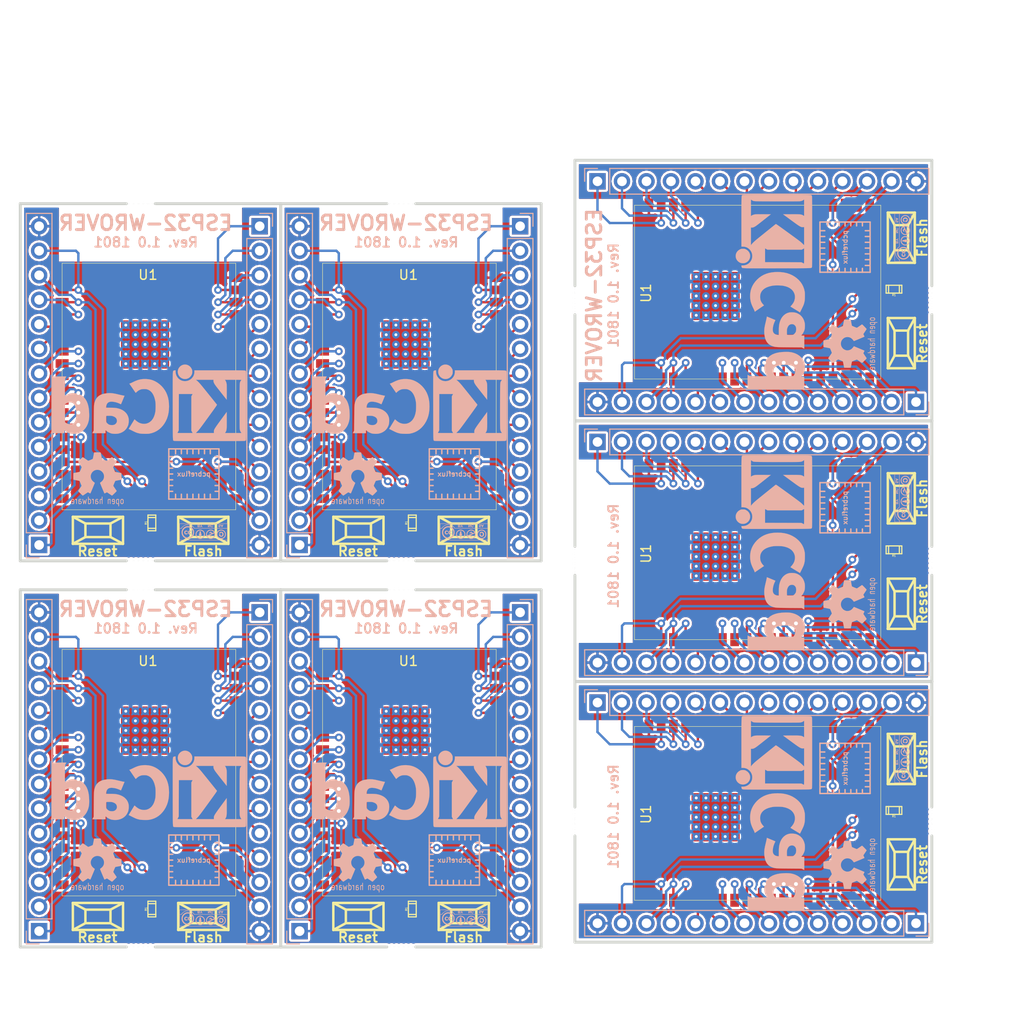
<source format=kicad_pcb>
(kicad_pcb (version 20170123) (host pcbnew no-vcs-found-91ed3e2~59~ubuntu16.04.1)
  (layers (0 F.Cu signal) (31 B.Cu signal) (34 B.Paste user) (35 F.Paste user) (36 B.SilkS user) (37 F.SilkS user) (38 B.Mask user) (39 F.Mask user) (44 Edge.Cuts user))
  (net 0 "")
  (net 1 +3V3)
  (net 2 "Net-(J1-Pad12)")
  (net 3 GND)
  (net 4 "Net-(J2-Pad10)")
  (net 5 "Net-(J1-Pad11)")
  (net 6 "Net-(J1-Pad10)")
  (net 7 "Net-(J1-Pad9)")
  (net 8 "Net-(J1-Pad8)")
  (net 9 "Net-(J1-Pad7)")
  (net 10 "Net-(J1-Pad6)")
  (net 11 "Net-(J1-Pad5)")
  (net 12 "Net-(J1-Pad4)")
  (net 13 "Net-(J1-Pad3)")
  (net 14 "Net-(J1-Pad2)")
  (net 15 "Net-(J1-Pad1)")
  (net 16 "Net-(J2-Pad13)")
  (net 17 "Net-(U1-Pad17)")
  (net 18 "Net-(U1-Pad18)")
  (net 19 "Net-(U1-Pad19)")
  (net 20 "Net-(U1-Pad20)")
  (net 21 "Net-(U1-Pad21)")
  (net 22 "Net-(U1-Pad22)")
  (net 23 "Net-(J2-Pad12)")
  (net 24 "Net-(J2-Pad11)")
  (net 25 "Net-(J2-Pad9)")
  (net 26 "Net-(U1-Pad27)")
  (net 27 "Net-(U1-Pad28)")
  (net 28 "Net-(J2-Pad8)")
  (net 29 "Net-(J2-Pad7)")
  (net 30 "Net-(J2-Pad6)")
  (net 31 "Net-(U1-Pad32)")
  (net 32 "Net-(J2-Pad5)")
  (net 33 "Net-(J2-Pad4)")
  (net 34 "Net-(J2-Pad3)")
  (net 35 "Net-(J2-Pad2)")
  (net 36 "Net-(J2-Pad1)")
  (module module:ESP32-WROVER-short (layer F.Cu) (at 154.256 91.161 90)
    (fp_text reference U1 (at 10.9 -37.38 90) (layer F.SilkS))
    (fp_text value ESP32-WROVER hide)
    (pad 39 thru_hole circle (at 12.6 -32.18 90) (size 0.8 0.8) (drill 0.3) (layers *.Cu *.Mask) (net 3 GND))
    (pad 39 thru_hole circle (at 12.6 -31.18 90) (size 0.8 0.8) (drill 0.3) (layers *.Cu *.Mask) (net 3 GND))
    (pad 39 thru_hole circle (at 12.6 -30.18 90) (size 0.8 0.8) (drill 0.3) (layers *.Cu *.Mask) (net 3 GND))
    (pad 39 thru_hole circle (at 12.6 -29.18 90) (size 0.8 0.8) (drill 0.3) (layers *.Cu *.Mask) (net 3 GND))
    (pad 39 thru_hole circle (at 12.6 -28.18 90) (size 0.8 0.8) (drill 0.3) (layers *.Cu *.Mask) (net 3 GND))
    (pad 39 thru_hole circle (at 10.6 -32.18 90) (size 0.8 0.8) (drill 0.3) (layers *.Cu *.Mask) (net 3 GND))
    (pad 39 thru_hole circle (at 10.6 -31.18 90) (size 0.8 0.8) (drill 0.3) (layers *.Cu *.Mask) (net 3 GND))
    (pad 39 thru_hole circle (at 10.6 -30.18 90) (size 0.8 0.8) (drill 0.3) (layers *.Cu *.Mask) (net 3 GND))
    (pad 39 thru_hole circle (at 10.6 -29.18 90) (size 0.8 0.8) (drill 0.3) (layers *.Cu *.Mask) (net 3 GND))
    (pad 39 thru_hole circle (at 10.6 -28.18 90) (size 0.8 0.8) (drill 0.3) (layers *.Cu *.Mask) (net 3 GND))
    (pad 39 thru_hole circle (at 11.6 -28.18 90) (size 0.8 0.8) (drill 0.3) (layers *.Cu *.Mask) (net 3 GND))
    (pad 39 thru_hole circle (at 11.6 -29.18 90) (size 0.8 0.8) (drill 0.3) (layers *.Cu *.Mask) (net 3 GND))
    (pad 39 thru_hole circle (at 11.6 -30.18 90) (size 0.8 0.8) (drill 0.3) (layers *.Cu *.Mask) (net 3 GND))
    (pad 39 thru_hole circle (at 11.6 -31.18 90) (size 0.8 0.8) (drill 0.3) (layers *.Cu *.Mask) (net 3 GND))
    (pad 39 thru_hole circle (at 11.6 -32.18 90) (size 0.8 0.8) (drill 0.3) (layers *.Cu *.Mask) (net 3 GND))
    (pad 39 thru_hole circle (at 9.6 -32.18 90) (size 0.8 0.8) (drill 0.3) (layers *.Cu *.Mask) (net 3 GND))
    (pad 39 thru_hole circle (at 9.6 -31.18 90) (size 0.8 0.8) (drill 0.3) (layers *.Cu *.Mask) (net 3 GND))
    (pad 39 thru_hole circle (at 9.6 -30.18 90) (size 0.8 0.8) (drill 0.3) (layers *.Cu *.Mask) (net 3 GND))
    (pad 39 thru_hole circle (at 9.6 -29.18 90) (size 0.8 0.8) (drill 0.3) (layers *.Cu *.Mask) (net 3 GND))
    (pad 39 thru_hole circle (at 9.6 -28.18 90) (size 0.8 0.8) (drill 0.3) (layers *.Cu *.Mask) (net 3 GND))
    (pad 39 thru_hole circle (at 8.6 -28.18 90) (size 0.8 0.8) (drill 0.3) (layers *.Cu *.Mask) (net 3 GND))
    (pad 39 thru_hole circle (at 8.6 -29.18 90) (size 0.8 0.8) (drill 0.3) (layers *.Cu *.Mask) (net 3 GND))
    (pad 39 thru_hole circle (at 8.6 -30.18 90) (size 0.8 0.8) (drill 0.3) (layers *.Cu *.Mask) (net 3 GND))
    (pad 39 thru_hole circle (at 8.6 -31.18 90) (size 0.8 0.8) (drill 0.3) (layers *.Cu *.Mask) (net 3 GND))
    (pad 38 smd rect (at 20.03 -37.09 90) (size 1.35 0.9) (layers F.Cu F.Paste F.Mask) (net 3 GND))
    (pad 37 smd rect (at 20.03 -35.82 90) (size 1.35 0.9) (layers F.Cu F.Paste F.Mask) (net 36 "Net-(J2-Pad1)"))
    (pad 36 smd rect (at 20.03 -34.55 90) (size 1.35 0.9) (layers F.Cu F.Paste F.Mask) (net 35 "Net-(J2-Pad2)"))
    (pad 35 smd rect (at 20.03 -33.28 90) (size 1.35 0.9) (layers F.Cu F.Paste F.Mask) (net 34 "Net-(J2-Pad3)"))
    (pad 34 smd rect (at 20.03 -32.01 90) (size 1.35 0.9) (layers F.Cu F.Paste F.Mask) (net 33 "Net-(J2-Pad4)"))
    (pad 33 smd rect (at 20.03 -30.74 90) (size 1.35 0.9) (layers F.Cu F.Paste F.Mask) (net 32 "Net-(J2-Pad5)"))
    (pad 32 smd rect (at 20.03 -29.47 90) (size 1.35 0.9) (layers F.Cu F.Paste F.Mask) (net 31 "Net-(U1-Pad32)"))
    (pad 31 smd rect (at 20.03 -28.2 90) (size 1.35 0.9) (layers F.Cu F.Paste F.Mask) (net 30 "Net-(J2-Pad6)"))
    (pad 30 smd rect (at 20.03 -26.93 90) (size 1.35 0.9) (layers F.Cu F.Paste F.Mask) (net 29 "Net-(J2-Pad7)"))
    (pad 29 smd rect (at 20.03 -25.66 90) (size 1.35 0.9) (layers F.Cu F.Paste F.Mask) (net 28 "Net-(J2-Pad8)"))
    (pad 28 smd rect (at 20.03 -24.39 90) (size 1.35 0.9) (layers F.Cu F.Paste F.Mask) (net 27 "Net-(U1-Pad28)"))
    (pad 27 smd rect (at 20.03 -23.12 90) (size 1.35 0.9) (layers F.Cu F.Paste F.Mask) (net 26 "Net-(U1-Pad27)"))
    (pad 26 smd rect (at 20.03 -21.85 90) (size 1.35 0.9) (layers F.Cu F.Paste F.Mask) (net 25 "Net-(J2-Pad9)"))
    (pad 25 smd rect (at 20.03 -20.58 90) (size 1.35 0.9) (layers F.Cu F.Paste F.Mask) (net 4 "Net-(J2-Pad10)"))
    (pad 24 smd rect (at 20 -19.28 180) (size 0.9 1.35) (layers F.Cu F.Paste F.Mask) (net 24 "Net-(J2-Pad11)"))
    (pad 23 smd rect (at 20 -18.01 180) (size 0.9 1.35) (layers F.Cu F.Paste F.Mask) (net 23 "Net-(J2-Pad12)"))
    (pad 22 smd rect (at 20 -16.74 180) (size 0.9 1.35) (layers F.Cu F.Paste F.Mask) (net 22 "Net-(U1-Pad22)"))
    (pad 21 smd rect (at 20 -15.47 180) (size 0.9 1.35) (layers F.Cu F.Paste F.Mask) (net 21 "Net-(U1-Pad21)"))
    (pad 20 smd rect (at 20 -14.2 180) (size 0.9 1.35) (layers F.Cu F.Paste F.Mask) (net 20 "Net-(U1-Pad20)"))
    (pad 19 smd rect (at 2 -14.2 180) (size 0.9 1.35) (layers F.Cu F.Paste F.Mask) (net 19 "Net-(U1-Pad19)"))
    (pad 18 smd rect (at 2 -15.47 180) (size 0.9 1.35) (layers F.Cu F.Paste F.Mask) (net 18 "Net-(U1-Pad18)"))
    (pad 17 smd rect (at 2 -16.74 180) (size 0.9 1.35) (layers F.Cu F.Paste F.Mask) (net 17 "Net-(U1-Pad17)"))
    (pad 16 smd rect (at 2 -18.01 180) (size 0.9 1.35) (layers F.Cu F.Paste F.Mask) (net 16 "Net-(J2-Pad13)"))
    (pad 15 smd rect (at 2 -19.28 180) (size 0.9 1.35) (layers F.Cu F.Paste F.Mask) (net 3 GND))
    (pad 14 smd rect (at 2 -20.58 90) (size 1.35 0.9) (layers F.Cu F.Paste F.Mask) (net 15 "Net-(J1-Pad1)"))
    (pad 13 smd rect (at 2 -21.85 90) (size 1.35 0.9) (layers F.Cu F.Paste F.Mask) (net 14 "Net-(J1-Pad2)"))
    (pad 12 smd rect (at 2 -23.12 90) (size 1.35 0.9) (layers F.Cu F.Paste F.Mask) (net 13 "Net-(J1-Pad3)"))
    (pad 11 smd rect (at 2 -24.39 90) (size 1.35 0.9) (layers F.Cu F.Paste F.Mask) (net 12 "Net-(J1-Pad4)"))
    (pad 10 smd rect (at 2 -25.66 90) (size 1.35 0.9) (layers F.Cu F.Paste F.Mask) (net 11 "Net-(J1-Pad5)"))
    (pad 9 smd rect (at 2 -26.93 90) (size 1.35 0.9) (layers F.Cu F.Paste F.Mask) (net 10 "Net-(J1-Pad6)"))
    (pad 8 smd rect (at 2 -28.2 90) (size 1.35 0.9) (layers F.Cu F.Paste F.Mask) (net 9 "Net-(J1-Pad7)"))
    (pad 7 smd rect (at 2 -29.47 90) (size 1.35 0.9) (layers F.Cu F.Paste F.Mask) (net 8 "Net-(J1-Pad8)"))
    (pad 6 smd rect (at 2 -30.74 90) (size 1.35 0.9) (layers F.Cu F.Paste F.Mask) (net 7 "Net-(J1-Pad9)"))
    (pad 5 smd rect (at 2 -32.01 90) (size 1.35 0.9) (layers F.Cu F.Paste F.Mask) (net 6 "Net-(J1-Pad10)"))
    (pad 4 smd rect (at 2 -33.28 90) (size 1.35 0.9) (layers F.Cu F.Paste F.Mask) (net 5 "Net-(J1-Pad11)"))
    (pad 3 smd rect (at 2 -34.55 90) (size 1.35 0.9) (layers F.Cu F.Paste F.Mask) (net 2 "Net-(J1-Pad12)"))
    (pad 2 smd rect (at 2 -35.82 90) (size 1.35 0.9) (layers F.Cu F.Paste F.Mask) (net 1 +3V3))
    (pad 1 smd rect (at 2 -37.09 90) (size 1.35 0.9) (layers F.Cu F.Paste F.Mask) (net 3 GND))
    (pad 39 smd rect (at 10.6 -30.17 90) (size 5 5) (layers F.Cu F.Paste F.Mask) (net 3 GND))
    (pad 39 thru_hole circle (at 8.6 -32.18 90) (size 0.8 0.8) (drill 0.3) (layers *.Cu *.Mask) (net 3 GND))
  )
  (module Symbols:KiCad-Logo_8mm_SilkScreen (layer B.Cu) (at 130.1 80.2 270)
    (fp_text reference REF*** hide)
    (fp_text value KiCad-Logo_8mm_SilkScreen hide)
  )
  (module module:pcbreflux_logo (layer B.Cu) (at 137.5 75.5 90)
    (fp_text reference REF** hide)
    (fp_text value pcbreflux_logo hide)
    (fp_text user pcbreflux (at 0 0 90) (layer B.SilkS) (effects (font (size 0.5 0.5) (thickness 0.1)) (justify mirror)))
  )
  (module w_logo:Logo_silk_OSHW_6x6mm (layer B.Cu) (at 137.5 85.5 270)
    (fp_text reference G*** hide)
    (fp_text value LOGO hide)
  )
  (module module:smd_push (layer F.Cu) (at 143.334 85.446 90)
    (fp_text reference SW1 hide)
    (fp_text value SW_PUSH hide)
    (pad 2 smd rect (at 3.59918 0 90) (size 1.00076 1.00076) (layers F.Cu F.Paste F.Mask) (net 2 "Net-(J1-Pad12)"))
    (pad 1 smd rect (at -3.59918 0 90) (size 1.00076 1.00076) (layers F.Cu F.Paste F.Mask) (net 3 GND))
  )
  (module module:smd_push (layer F.Cu) (at 143.334 74.524 90)
    (fp_text reference SW2 hide)
    (fp_text value SW_PUSH hide)
    (pad 2 smd rect (at 3.59918 0 90) (size 1.00076 1.00076) (layers F.Cu F.Paste F.Mask) (net 3 GND))
    (pad 1 smd rect (at -3.59918 0 90) (size 1.00076 1.00076) (layers F.Cu F.Paste F.Mask) (net 4 "Net-(J2-Pad10)"))
  )
  (module w_logo:Logo_silk_CC-BY-NC-SA_5x2mm (layer B.Cu) (at 143.5 74.5 90)
    (fp_text reference G*** hide)
    (fp_text value LOGO hide)
  )
  (module module:micro_bite (layer F.Cu) (at 109.5 81 90)
    (fp_text reference REF** hide)
    (fp_text value micro_bite hide)
    (pad "" np_thru_hole circle (at 1 0 90) (size 0.3 0.3) (drill 0.3) (layers *.Cu))
    (pad "" np_thru_hole circle (at 0.5 0 90) (size 0.3 0.3) (drill 0.3) (layers *.Cu))
    (pad "" np_thru_hole circle (at -1 0 90) (size 0.3 0.3) (drill 0.3) (layers *.Cu))
    (pad "" np_thru_hole circle (at -0.5 0 90) (size 0.3 0.3) (drill 0.3) (layers *.Cu))
    (pad "" np_thru_hole circle (at 0 0 90) (size 0.3 0.3) (drill 0.3) (layers *.Cu))
  )
  (module module:micro_bite (layer F.Cu) (at 146.5 81 90)
    (fp_text reference REF** hide)
    (fp_text value micro_bite hide)
    (pad "" np_thru_hole circle (at 0 0 90) (size 0.3 0.3) (drill 0.3) (layers *.Cu))
    (pad "" np_thru_hole circle (at -0.5 0 90) (size 0.3 0.3) (drill 0.3) (layers *.Cu))
    (pad "" np_thru_hole circle (at -1 0 90) (size 0.3 0.3) (drill 0.3) (layers *.Cu))
    (pad "" np_thru_hole circle (at 0.5 0 90) (size 0.3 0.3) (drill 0.3) (layers *.Cu))
    (pad "" np_thru_hole circle (at 1 0 90) (size 0.3 0.3) (drill 0.3) (layers *.Cu))
  )
  (module w_smd_resistors:r_0603 (layer F.Cu) (at 142.572 79.858 180)
    (fp_text reference R1 (at 0 -0.6096 180) (layer F.SilkS) (effects (font (size 0.20066 0.20066) (thickness 0.04064))))
    (fp_text value 100K hide)
    (pad 1 smd rect (at 0.75184 0 180) (size 0.89916 1.00076) (layers F.Cu F.Paste F.Mask) (net 1 +3V3))
    (pad 2 smd rect (at -0.75184 0 180) (size 0.89916 1.00076) (layers F.Cu F.Paste F.Mask) (net 2 "Net-(J1-Pad12)"))
  )
  (module Pin_Headers:Pin_Header_Straight_1x14_Pitch2.54mm (layer B.Cu) (at 144.858 91.542 90)
    (fp_text reference J1 hide)
    (fp_text value CONN_01X14 hide)
    (pad 1 thru_hole rect (at 0 0 90) (size 1.7 1.7) (drill 1) (layers *.Cu *.Mask) (net 15 "Net-(J1-Pad1)"))
    (pad 2 thru_hole oval (at 0 -2.54 90) (size 1.7 1.7) (drill 1) (layers *.Cu *.Mask) (net 14 "Net-(J1-Pad2)"))
    (pad 3 thru_hole oval (at 0 -5.08 90) (size 1.7 1.7) (drill 1) (layers *.Cu *.Mask) (net 13 "Net-(J1-Pad3)"))
    (pad 4 thru_hole oval (at 0 -7.62 90) (size 1.7 1.7) (drill 1) (layers *.Cu *.Mask) (net 12 "Net-(J1-Pad4)"))
    (pad 5 thru_hole oval (at 0 -10.16 90) (size 1.7 1.7) (drill 1) (layers *.Cu *.Mask) (net 11 "Net-(J1-Pad5)"))
    (pad 6 thru_hole oval (at 0 -12.7 90) (size 1.7 1.7) (drill 1) (layers *.Cu *.Mask) (net 10 "Net-(J1-Pad6)"))
    (pad 7 thru_hole oval (at 0 -15.24 90) (size 1.7 1.7) (drill 1) (layers *.Cu *.Mask) (net 9 "Net-(J1-Pad7)"))
    (pad 8 thru_hole oval (at 0 -17.78 90) (size 1.7 1.7) (drill 1) (layers *.Cu *.Mask) (net 8 "Net-(J1-Pad8)"))
    (pad 9 thru_hole oval (at 0 -20.32 90) (size 1.7 1.7) (drill 1) (layers *.Cu *.Mask) (net 7 "Net-(J1-Pad9)"))
    (pad 10 thru_hole oval (at 0 -22.86 90) (size 1.7 1.7) (drill 1) (layers *.Cu *.Mask) (net 6 "Net-(J1-Pad10)"))
    (pad 11 thru_hole oval (at 0 -25.4 90) (size 1.7 1.7) (drill 1) (layers *.Cu *.Mask) (net 5 "Net-(J1-Pad11)"))
    (pad 12 thru_hole oval (at 0 -27.94 90) (size 1.7 1.7) (drill 1) (layers *.Cu *.Mask) (net 2 "Net-(J1-Pad12)"))
    (pad 13 thru_hole oval (at 0 -30.48 90) (size 1.7 1.7) (drill 1) (layers *.Cu *.Mask) (net 1 +3V3))
    (pad 14 thru_hole oval (at 0 -33.02 90) (size 1.7 1.7) (drill 1) (layers *.Cu *.Mask) (net 3 GND))
  )
  (module Pin_Headers:Pin_Header_Straight_1x14_Pitch2.54mm (layer B.Cu) (at 111.838 68.682 270)
    (fp_text reference J2 hide)
    (fp_text value CONN_01X14 hide)
    (pad 14 thru_hole oval (at 0 -33.02 270) (size 1.7 1.7) (drill 1) (layers *.Cu *.Mask) (net 3 GND))
    (pad 13 thru_hole oval (at 0 -30.48 270) (size 1.7 1.7) (drill 1) (layers *.Cu *.Mask) (net 16 "Net-(J2-Pad13)"))
    (pad 12 thru_hole oval (at 0 -27.94 270) (size 1.7 1.7) (drill 1) (layers *.Cu *.Mask) (net 23 "Net-(J2-Pad12)"))
    (pad 11 thru_hole oval (at 0 -25.4 270) (size 1.7 1.7) (drill 1) (layers *.Cu *.Mask) (net 24 "Net-(J2-Pad11)"))
    (pad 10 thru_hole oval (at 0 -22.86 270) (size 1.7 1.7) (drill 1) (layers *.Cu *.Mask) (net 4 "Net-(J2-Pad10)"))
    (pad 9 thru_hole oval (at 0 -20.32 270) (size 1.7 1.7) (drill 1) (layers *.Cu *.Mask) (net 25 "Net-(J2-Pad9)"))
    (pad 8 thru_hole oval (at 0 -17.78 270) (size 1.7 1.7) (drill 1) (layers *.Cu *.Mask) (net 28 "Net-(J2-Pad8)"))
    (pad 7 thru_hole oval (at 0 -15.24 270) (size 1.7 1.7) (drill 1) (layers *.Cu *.Mask) (net 29 "Net-(J2-Pad7)"))
    (pad 6 thru_hole oval (at 0 -12.7 270) (size 1.7 1.7) (drill 1) (layers *.Cu *.Mask) (net 30 "Net-(J2-Pad6)"))
    (pad 5 thru_hole oval (at 0 -10.16 270) (size 1.7 1.7) (drill 1) (layers *.Cu *.Mask) (net 32 "Net-(J2-Pad5)"))
    (pad 4 thru_hole oval (at 0 -7.62 270) (size 1.7 1.7) (drill 1) (layers *.Cu *.Mask) (net 33 "Net-(J2-Pad4)"))
    (pad 3 thru_hole oval (at 0 -5.08 270) (size 1.7 1.7) (drill 1) (layers *.Cu *.Mask) (net 34 "Net-(J2-Pad3)"))
    (pad 2 thru_hole oval (at 0 -2.54 270) (size 1.7 1.7) (drill 1) (layers *.Cu *.Mask) (net 35 "Net-(J2-Pad2)"))
    (pad 1 thru_hole rect (at 0 0 270) (size 1.7 1.7) (drill 1) (layers *.Cu *.Mask) (net 36 "Net-(J2-Pad1)"))
  )
  (module Pin_Headers:Pin_Header_Straight_1x14_Pitch2.54mm (layer B.Cu) (at 111.838 95.682 270)
    (fp_text reference J2 hide)
    (fp_text value CONN_01X14 hide)
    (pad 1 thru_hole rect (at 0 0 270) (size 1.7 1.7) (drill 1) (layers *.Cu *.Mask) (net 36 "Net-(J2-Pad1)"))
    (pad 2 thru_hole oval (at 0 -2.54 270) (size 1.7 1.7) (drill 1) (layers *.Cu *.Mask) (net 35 "Net-(J2-Pad2)"))
    (pad 3 thru_hole oval (at 0 -5.08 270) (size 1.7 1.7) (drill 1) (layers *.Cu *.Mask) (net 34 "Net-(J2-Pad3)"))
    (pad 4 thru_hole oval (at 0 -7.62 270) (size 1.7 1.7) (drill 1) (layers *.Cu *.Mask) (net 33 "Net-(J2-Pad4)"))
    (pad 5 thru_hole oval (at 0 -10.16 270) (size 1.7 1.7) (drill 1) (layers *.Cu *.Mask) (net 32 "Net-(J2-Pad5)"))
    (pad 6 thru_hole oval (at 0 -12.7 270) (size 1.7 1.7) (drill 1) (layers *.Cu *.Mask) (net 30 "Net-(J2-Pad6)"))
    (pad 7 thru_hole oval (at 0 -15.24 270) (size 1.7 1.7) (drill 1) (layers *.Cu *.Mask) (net 29 "Net-(J2-Pad7)"))
    (pad 8 thru_hole oval (at 0 -17.78 270) (size 1.7 1.7) (drill 1) (layers *.Cu *.Mask) (net 28 "Net-(J2-Pad8)"))
    (pad 9 thru_hole oval (at 0 -20.32 270) (size 1.7 1.7) (drill 1) (layers *.Cu *.Mask) (net 25 "Net-(J2-Pad9)"))
    (pad 10 thru_hole oval (at 0 -22.86 270) (size 1.7 1.7) (drill 1) (layers *.Cu *.Mask) (net 4 "Net-(J2-Pad10)"))
    (pad 11 thru_hole oval (at 0 -25.4 270) (size 1.7 1.7) (drill 1) (layers *.Cu *.Mask) (net 24 "Net-(J2-Pad11)"))
    (pad 12 thru_hole oval (at 0 -27.94 270) (size 1.7 1.7) (drill 1) (layers *.Cu *.Mask) (net 23 "Net-(J2-Pad12)"))
    (pad 13 thru_hole oval (at 0 -30.48 270) (size 1.7 1.7) (drill 1) (layers *.Cu *.Mask) (net 16 "Net-(J2-Pad13)"))
    (pad 14 thru_hole oval (at 0 -33.02 270) (size 1.7 1.7) (drill 1) (layers *.Cu *.Mask) (net 3 GND))
  )
  (module Pin_Headers:Pin_Header_Straight_1x14_Pitch2.54mm (layer B.Cu) (at 144.858 118.542 90)
    (fp_text reference J1 hide)
    (fp_text value CONN_01X14 hide)
    (pad 14 thru_hole oval (at 0 -33.02 90) (size 1.7 1.7) (drill 1) (layers *.Cu *.Mask) (net 3 GND))
    (pad 13 thru_hole oval (at 0 -30.48 90) (size 1.7 1.7) (drill 1) (layers *.Cu *.Mask) (net 1 +3V3))
    (pad 12 thru_hole oval (at 0 -27.94 90) (size 1.7 1.7) (drill 1) (layers *.Cu *.Mask) (net 2 "Net-(J1-Pad12)"))
    (pad 11 thru_hole oval (at 0 -25.4 90) (size 1.7 1.7) (drill 1) (layers *.Cu *.Mask) (net 5 "Net-(J1-Pad11)"))
    (pad 10 thru_hole oval (at 0 -22.86 90) (size 1.7 1.7) (drill 1) (layers *.Cu *.Mask) (net 6 "Net-(J1-Pad10)"))
    (pad 9 thru_hole oval (at 0 -20.32 90) (size 1.7 1.7) (drill 1) (layers *.Cu *.Mask) (net 7 "Net-(J1-Pad9)"))
    (pad 8 thru_hole oval (at 0 -17.78 90) (size 1.7 1.7) (drill 1) (layers *.Cu *.Mask) (net 8 "Net-(J1-Pad8)"))
    (pad 7 thru_hole oval (at 0 -15.24 90) (size 1.7 1.7) (drill 1) (layers *.Cu *.Mask) (net 9 "Net-(J1-Pad7)"))
    (pad 6 thru_hole oval (at 0 -12.7 90) (size 1.7 1.7) (drill 1) (layers *.Cu *.Mask) (net 10 "Net-(J1-Pad6)"))
    (pad 5 thru_hole oval (at 0 -10.16 90) (size 1.7 1.7) (drill 1) (layers *.Cu *.Mask) (net 11 "Net-(J1-Pad5)"))
    (pad 4 thru_hole oval (at 0 -7.62 90) (size 1.7 1.7) (drill 1) (layers *.Cu *.Mask) (net 12 "Net-(J1-Pad4)"))
    (pad 3 thru_hole oval (at 0 -5.08 90) (size 1.7 1.7) (drill 1) (layers *.Cu *.Mask) (net 13 "Net-(J1-Pad3)"))
    (pad 2 thru_hole oval (at 0 -2.54 90) (size 1.7 1.7) (drill 1) (layers *.Cu *.Mask) (net 14 "Net-(J1-Pad2)"))
    (pad 1 thru_hole rect (at 0 0 90) (size 1.7 1.7) (drill 1) (layers *.Cu *.Mask) (net 15 "Net-(J1-Pad1)"))
  )
  (module w_smd_resistors:r_0603 (layer F.Cu) (at 142.572 106.858 180)
    (fp_text reference R1 (at 0 -0.6096 180) (layer F.SilkS) (effects (font (size 0.20066 0.20066) (thickness 0.04064))))
    (fp_text value 100K hide)
    (pad 2 smd rect (at -0.75184 0 180) (size 0.89916 1.00076) (layers F.Cu F.Paste F.Mask) (net 2 "Net-(J1-Pad12)"))
    (pad 1 smd rect (at 0.75184 0 180) (size 0.89916 1.00076) (layers F.Cu F.Paste F.Mask) (net 1 +3V3))
  )
  (module module:micro_bite (layer F.Cu) (at 146.5 108 90)
    (fp_text reference REF** hide)
    (fp_text value micro_bite hide)
    (pad "" np_thru_hole circle (at 1 0 90) (size 0.3 0.3) (drill 0.3) (layers *.Cu))
    (pad "" np_thru_hole circle (at 0.5 0 90) (size 0.3 0.3) (drill 0.3) (layers *.Cu))
    (pad "" np_thru_hole circle (at -1 0 90) (size 0.3 0.3) (drill 0.3) (layers *.Cu))
    (pad "" np_thru_hole circle (at -0.5 0 90) (size 0.3 0.3) (drill 0.3) (layers *.Cu))
    (pad "" np_thru_hole circle (at 0 0 90) (size 0.3 0.3) (drill 0.3) (layers *.Cu))
  )
  (module module:micro_bite (layer F.Cu) (at 109.5 108 90)
    (fp_text reference REF** hide)
    (fp_text value micro_bite hide)
    (pad "" np_thru_hole circle (at 0 0 90) (size 0.3 0.3) (drill 0.3) (layers *.Cu))
    (pad "" np_thru_hole circle (at -0.5 0 90) (size 0.3 0.3) (drill 0.3) (layers *.Cu))
    (pad "" np_thru_hole circle (at -1 0 90) (size 0.3 0.3) (drill 0.3) (layers *.Cu))
    (pad "" np_thru_hole circle (at 0.5 0 90) (size 0.3 0.3) (drill 0.3) (layers *.Cu))
    (pad "" np_thru_hole circle (at 1 0 90) (size 0.3 0.3) (drill 0.3) (layers *.Cu))
  )
  (module w_logo:Logo_silk_CC-BY-NC-SA_5x2mm (layer B.Cu) (at 143.5 101.5 90)
    (fp_text reference G*** hide)
    (fp_text value LOGO hide)
  )
  (module module:smd_push (layer F.Cu) (at 143.334 101.524 90)
    (fp_text reference SW2 hide)
    (fp_text value SW_PUSH hide)
    (pad 1 smd rect (at -3.59918 0 90) (size 1.00076 1.00076) (layers F.Cu F.Paste F.Mask) (net 4 "Net-(J2-Pad10)"))
    (pad 2 smd rect (at 3.59918 0 90) (size 1.00076 1.00076) (layers F.Cu F.Paste F.Mask) (net 3 GND))
  )
  (module module:smd_push (layer F.Cu) (at 143.334 112.446 90)
    (fp_text reference SW1 hide)
    (fp_text value SW_PUSH hide)
    (pad 1 smd rect (at -3.59918 0 90) (size 1.00076 1.00076) (layers F.Cu F.Paste F.Mask) (net 3 GND))
    (pad 2 smd rect (at 3.59918 0 90) (size 1.00076 1.00076) (layers F.Cu F.Paste F.Mask) (net 2 "Net-(J1-Pad12)"))
  )
  (module w_logo:Logo_silk_OSHW_6x6mm (layer B.Cu) (at 137.5 112.5 270)
    (fp_text reference G*** hide)
    (fp_text value LOGO hide)
  )
  (module module:pcbreflux_logo (layer B.Cu) (at 137.5 102.5 90)
    (fp_text reference REF** hide)
    (fp_text value pcbreflux_logo hide)
    (fp_text user pcbreflux (at 0 0 90) (layer B.SilkS) (effects (font (size 0.5 0.5) (thickness 0.1)) (justify mirror)))
  )
  (module Symbols:KiCad-Logo_8mm_SilkScreen (layer B.Cu) (at 130.1 107.2 270)
    (fp_text reference REF*** hide)
    (fp_text value KiCad-Logo_8mm_SilkScreen hide)
  )
  (module module:ESP32-WROVER-short (layer F.Cu) (at 154.256 118.161 90)
    (fp_text reference U1 (at 10.9 -37.38 90) (layer F.SilkS))
    (fp_text value ESP32-WROVER hide)
    (pad 39 thru_hole circle (at 8.6 -32.18 90) (size 0.8 0.8) (drill 0.3) (layers *.Cu *.Mask) (net 3 GND))
    (pad 39 smd rect (at 10.6 -30.17 90) (size 5 5) (layers F.Cu F.Paste F.Mask) (net 3 GND))
    (pad 1 smd rect (at 2 -37.09 90) (size 1.35 0.9) (layers F.Cu F.Paste F.Mask) (net 3 GND))
    (pad 2 smd rect (at 2 -35.82 90) (size 1.35 0.9) (layers F.Cu F.Paste F.Mask) (net 1 +3V3))
    (pad 3 smd rect (at 2 -34.55 90) (size 1.35 0.9) (layers F.Cu F.Paste F.Mask) (net 2 "Net-(J1-Pad12)"))
    (pad 4 smd rect (at 2 -33.28 90) (size 1.35 0.9) (layers F.Cu F.Paste F.Mask) (net 5 "Net-(J1-Pad11)"))
    (pad 5 smd rect (at 2 -32.01 90) (size 1.35 0.9) (layers F.Cu F.Paste F.Mask) (net 6 "Net-(J1-Pad10)"))
    (pad 6 smd rect (at 2 -30.74 90) (size 1.35 0.9) (layers F.Cu F.Paste F.Mask) (net 7 "Net-(J1-Pad9)"))
    (pad 7 smd rect (at 2 -29.47 90) (size 1.35 0.9) (layers F.Cu F.Paste F.Mask) (net 8 "Net-(J1-Pad8)"))
    (pad 8 smd rect (at 2 -28.2 90) (size 1.35 0.9) (layers F.Cu F.Paste F.Mask) (net 9 "Net-(J1-Pad7)"))
    (pad 9 smd rect (at 2 -26.93 90) (size 1.35 0.9) (layers F.Cu F.Paste F.Mask) (net 10 "Net-(J1-Pad6)"))
    (pad 10 smd rect (at 2 -25.66 90) (size 1.35 0.9) (layers F.Cu F.Paste F.Mask) (net 11 "Net-(J1-Pad5)"))
    (pad 11 smd rect (at 2 -24.39 90) (size 1.35 0.9) (layers F.Cu F.Paste F.Mask) (net 12 "Net-(J1-Pad4)"))
    (pad 12 smd rect (at 2 -23.12 90) (size 1.35 0.9) (layers F.Cu F.Paste F.Mask) (net 13 "Net-(J1-Pad3)"))
    (pad 13 smd rect (at 2 -21.85 90) (size 1.35 0.9) (layers F.Cu F.Paste F.Mask) (net 14 "Net-(J1-Pad2)"))
    (pad 14 smd rect (at 2 -20.58 90) (size 1.35 0.9) (layers F.Cu F.Paste F.Mask) (net 15 "Net-(J1-Pad1)"))
    (pad 15 smd rect (at 2 -19.28 180) (size 0.9 1.35) (layers F.Cu F.Paste F.Mask) (net 3 GND))
    (pad 16 smd rect (at 2 -18.01 180) (size 0.9 1.35) (layers F.Cu F.Paste F.Mask) (net 16 "Net-(J2-Pad13)"))
    (pad 17 smd rect (at 2 -16.74 180) (size 0.9 1.35) (layers F.Cu F.Paste F.Mask) (net 17 "Net-(U1-Pad17)"))
    (pad 18 smd rect (at 2 -15.47 180) (size 0.9 1.35) (layers F.Cu F.Paste F.Mask) (net 18 "Net-(U1-Pad18)"))
    (pad 19 smd rect (at 2 -14.2 180) (size 0.9 1.35) (layers F.Cu F.Paste F.Mask) (net 19 "Net-(U1-Pad19)"))
    (pad 20 smd rect (at 20 -14.2 180) (size 0.9 1.35) (layers F.Cu F.Paste F.Mask) (net 20 "Net-(U1-Pad20)"))
    (pad 21 smd rect (at 20 -15.47 180) (size 0.9 1.35) (layers F.Cu F.Paste F.Mask) (net 21 "Net-(U1-Pad21)"))
    (pad 22 smd rect (at 20 -16.74 180) (size 0.9 1.35) (layers F.Cu F.Paste F.Mask) (net 22 "Net-(U1-Pad22)"))
    (pad 23 smd rect (at 20 -18.01 180) (size 0.9 1.35) (layers F.Cu F.Paste F.Mask) (net 23 "Net-(J2-Pad12)"))
    (pad 24 smd rect (at 20 -19.28 180) (size 0.9 1.35) (layers F.Cu F.Paste F.Mask) (net 24 "Net-(J2-Pad11)"))
    (pad 25 smd rect (at 20.03 -20.58 90) (size 1.35 0.9) (layers F.Cu F.Paste F.Mask) (net 4 "Net-(J2-Pad10)"))
    (pad 26 smd rect (at 20.03 -21.85 90) (size 1.35 0.9) (layers F.Cu F.Paste F.Mask) (net 25 "Net-(J2-Pad9)"))
    (pad 27 smd rect (at 20.03 -23.12 90) (size 1.35 0.9) (layers F.Cu F.Paste F.Mask) (net 26 "Net-(U1-Pad27)"))
    (pad 28 smd rect (at 20.03 -24.39 90) (size 1.35 0.9) (layers F.Cu F.Paste F.Mask) (net 27 "Net-(U1-Pad28)"))
    (pad 29 smd rect (at 20.03 -25.66 90) (size 1.35 0.9) (layers F.Cu F.Paste F.Mask) (net 28 "Net-(J2-Pad8)"))
    (pad 30 smd rect (at 20.03 -26.93 90) (size 1.35 0.9) (layers F.Cu F.Paste F.Mask) (net 29 "Net-(J2-Pad7)"))
    (pad 31 smd rect (at 20.03 -28.2 90) (size 1.35 0.9) (layers F.Cu F.Paste F.Mask) (net 30 "Net-(J2-Pad6)"))
    (pad 32 smd rect (at 20.03 -29.47 90) (size 1.35 0.9) (layers F.Cu F.Paste F.Mask) (net 31 "Net-(U1-Pad32)"))
    (pad 33 smd rect (at 20.03 -30.74 90) (size 1.35 0.9) (layers F.Cu F.Paste F.Mask) (net 32 "Net-(J2-Pad5)"))
    (pad 34 smd rect (at 20.03 -32.01 90) (size 1.35 0.9) (layers F.Cu F.Paste F.Mask) (net 33 "Net-(J2-Pad4)"))
    (pad 35 smd rect (at 20.03 -33.28 90) (size 1.35 0.9) (layers F.Cu F.Paste F.Mask) (net 34 "Net-(J2-Pad3)"))
    (pad 36 smd rect (at 20.03 -34.55 90) (size 1.35 0.9) (layers F.Cu F.Paste F.Mask) (net 35 "Net-(J2-Pad2)"))
    (pad 37 smd rect (at 20.03 -35.82 90) (size 1.35 0.9) (layers F.Cu F.Paste F.Mask) (net 36 "Net-(J2-Pad1)"))
    (pad 38 smd rect (at 20.03 -37.09 90) (size 1.35 0.9) (layers F.Cu F.Paste F.Mask) (net 3 GND))
    (pad 39 thru_hole circle (at 8.6 -31.18 90) (size 0.8 0.8) (drill 0.3) (layers *.Cu *.Mask) (net 3 GND))
    (pad 39 thru_hole circle (at 8.6 -30.18 90) (size 0.8 0.8) (drill 0.3) (layers *.Cu *.Mask) (net 3 GND))
    (pad 39 thru_hole circle (at 8.6 -29.18 90) (size 0.8 0.8) (drill 0.3) (layers *.Cu *.Mask) (net 3 GND))
    (pad 39 thru_hole circle (at 8.6 -28.18 90) (size 0.8 0.8) (drill 0.3) (layers *.Cu *.Mask) (net 3 GND))
    (pad 39 thru_hole circle (at 9.6 -28.18 90) (size 0.8 0.8) (drill 0.3) (layers *.Cu *.Mask) (net 3 GND))
    (pad 39 thru_hole circle (at 9.6 -29.18 90) (size 0.8 0.8) (drill 0.3) (layers *.Cu *.Mask) (net 3 GND))
    (pad 39 thru_hole circle (at 9.6 -30.18 90) (size 0.8 0.8) (drill 0.3) (layers *.Cu *.Mask) (net 3 GND))
    (pad 39 thru_hole circle (at 9.6 -31.18 90) (size 0.8 0.8) (drill 0.3) (layers *.Cu *.Mask) (net 3 GND))
    (pad 39 thru_hole circle (at 9.6 -32.18 90) (size 0.8 0.8) (drill 0.3) (layers *.Cu *.Mask) (net 3 GND))
    (pad 39 thru_hole circle (at 11.6 -32.18 90) (size 0.8 0.8) (drill 0.3) (layers *.Cu *.Mask) (net 3 GND))
    (pad 39 thru_hole circle (at 11.6 -31.18 90) (size 0.8 0.8) (drill 0.3) (layers *.Cu *.Mask) (net 3 GND))
    (pad 39 thru_hole circle (at 11.6 -30.18 90) (size 0.8 0.8) (drill 0.3) (layers *.Cu *.Mask) (net 3 GND))
    (pad 39 thru_hole circle (at 11.6 -29.18 90) (size 0.8 0.8) (drill 0.3) (layers *.Cu *.Mask) (net 3 GND))
    (pad 39 thru_hole circle (at 11.6 -28.18 90) (size 0.8 0.8) (drill 0.3) (layers *.Cu *.Mask) (net 3 GND))
    (pad 39 thru_hole circle (at 10.6 -28.18 90) (size 0.8 0.8) (drill 0.3) (layers *.Cu *.Mask) (net 3 GND))
    (pad 39 thru_hole circle (at 10.6 -29.18 90) (size 0.8 0.8) (drill 0.3) (layers *.Cu *.Mask) (net 3 GND))
    (pad 39 thru_hole circle (at 10.6 -30.18 90) (size 0.8 0.8) (drill 0.3) (layers *.Cu *.Mask) (net 3 GND))
    (pad 39 thru_hole circle (at 10.6 -31.18 90) (size 0.8 0.8) (drill 0.3) (layers *.Cu *.Mask) (net 3 GND))
    (pad 39 thru_hole circle (at 10.6 -32.18 90) (size 0.8 0.8) (drill 0.3) (layers *.Cu *.Mask) (net 3 GND))
    (pad 39 thru_hole circle (at 12.6 -28.18 90) (size 0.8 0.8) (drill 0.3) (layers *.Cu *.Mask) (net 3 GND))
    (pad 39 thru_hole circle (at 12.6 -29.18 90) (size 0.8 0.8) (drill 0.3) (layers *.Cu *.Mask) (net 3 GND))
    (pad 39 thru_hole circle (at 12.6 -30.18 90) (size 0.8 0.8) (drill 0.3) (layers *.Cu *.Mask) (net 3 GND))
    (pad 39 thru_hole circle (at 12.6 -31.18 90) (size 0.8 0.8) (drill 0.3) (layers *.Cu *.Mask) (net 3 GND))
    (pad 39 thru_hole circle (at 12.6 -32.18 90) (size 0.8 0.8) (drill 0.3) (layers *.Cu *.Mask) (net 3 GND))
  )
  (module module:ESP32-WROVER-short (layer F.Cu) (at 154.256 145.161 90)
    (fp_text reference U1 (at 10.9 -37.38 90) (layer F.SilkS))
    (fp_text value ESP32-WROVER hide)
    (pad 39 thru_hole circle (at 12.6 -32.18 90) (size 0.8 0.8) (drill 0.3) (layers *.Cu *.Mask) (net 3 GND))
    (pad 39 thru_hole circle (at 12.6 -31.18 90) (size 0.8 0.8) (drill 0.3) (layers *.Cu *.Mask) (net 3 GND))
    (pad 39 thru_hole circle (at 12.6 -30.18 90) (size 0.8 0.8) (drill 0.3) (layers *.Cu *.Mask) (net 3 GND))
    (pad 39 thru_hole circle (at 12.6 -29.18 90) (size 0.8 0.8) (drill 0.3) (layers *.Cu *.Mask) (net 3 GND))
    (pad 39 thru_hole circle (at 12.6 -28.18 90) (size 0.8 0.8) (drill 0.3) (layers *.Cu *.Mask) (net 3 GND))
    (pad 39 thru_hole circle (at 10.6 -32.18 90) (size 0.8 0.8) (drill 0.3) (layers *.Cu *.Mask) (net 3 GND))
    (pad 39 thru_hole circle (at 10.6 -31.18 90) (size 0.8 0.8) (drill 0.3) (layers *.Cu *.Mask) (net 3 GND))
    (pad 39 thru_hole circle (at 10.6 -30.18 90) (size 0.8 0.8) (drill 0.3) (layers *.Cu *.Mask) (net 3 GND))
    (pad 39 thru_hole circle (at 10.6 -29.18 90) (size 0.8 0.8) (drill 0.3) (layers *.Cu *.Mask) (net 3 GND))
    (pad 39 thru_hole circle (at 10.6 -28.18 90) (size 0.8 0.8) (drill 0.3) (layers *.Cu *.Mask) (net 3 GND))
    (pad 39 thru_hole circle (at 11.6 -28.18 90) (size 0.8 0.8) (drill 0.3) (layers *.Cu *.Mask) (net 3 GND))
    (pad 39 thru_hole circle (at 11.6 -29.18 90) (size 0.8 0.8) (drill 0.3) (layers *.Cu *.Mask) (net 3 GND))
    (pad 39 thru_hole circle (at 11.6 -30.18 90) (size 0.8 0.8) (drill 0.3) (layers *.Cu *.Mask) (net 3 GND))
    (pad 39 thru_hole circle (at 11.6 -31.18 90) (size 0.8 0.8) (drill 0.3) (layers *.Cu *.Mask) (net 3 GND))
    (pad 39 thru_hole circle (at 11.6 -32.18 90) (size 0.8 0.8) (drill 0.3) (layers *.Cu *.Mask) (net 3 GND))
    (pad 39 thru_hole circle (at 9.6 -32.18 90) (size 0.8 0.8) (drill 0.3) (layers *.Cu *.Mask) (net 3 GND))
    (pad 39 thru_hole circle (at 9.6 -31.18 90) (size 0.8 0.8) (drill 0.3) (layers *.Cu *.Mask) (net 3 GND))
    (pad 39 thru_hole circle (at 9.6 -30.18 90) (size 0.8 0.8) (drill 0.3) (layers *.Cu *.Mask) (net 3 GND))
    (pad 39 thru_hole circle (at 9.6 -29.18 90) (size 0.8 0.8) (drill 0.3) (layers *.Cu *.Mask) (net 3 GND))
    (pad 39 thru_hole circle (at 9.6 -28.18 90) (size 0.8 0.8) (drill 0.3) (layers *.Cu *.Mask) (net 3 GND))
    (pad 39 thru_hole circle (at 8.6 -28.18 90) (size 0.8 0.8) (drill 0.3) (layers *.Cu *.Mask) (net 3 GND))
    (pad 39 thru_hole circle (at 8.6 -29.18 90) (size 0.8 0.8) (drill 0.3) (layers *.Cu *.Mask) (net 3 GND))
    (pad 39 thru_hole circle (at 8.6 -30.18 90) (size 0.8 0.8) (drill 0.3) (layers *.Cu *.Mask) (net 3 GND))
    (pad 39 thru_hole circle (at 8.6 -31.18 90) (size 0.8 0.8) (drill 0.3) (layers *.Cu *.Mask) (net 3 GND))
    (pad 38 smd rect (at 20.03 -37.09 90) (size 1.35 0.9) (layers F.Cu F.Paste F.Mask) (net 3 GND))
    (pad 37 smd rect (at 20.03 -35.82 90) (size 1.35 0.9) (layers F.Cu F.Paste F.Mask) (net 36 "Net-(J2-Pad1)"))
    (pad 36 smd rect (at 20.03 -34.55 90) (size 1.35 0.9) (layers F.Cu F.Paste F.Mask) (net 35 "Net-(J2-Pad2)"))
    (pad 35 smd rect (at 20.03 -33.28 90) (size 1.35 0.9) (layers F.Cu F.Paste F.Mask) (net 34 "Net-(J2-Pad3)"))
    (pad 34 smd rect (at 20.03 -32.01 90) (size 1.35 0.9) (layers F.Cu F.Paste F.Mask) (net 33 "Net-(J2-Pad4)"))
    (pad 33 smd rect (at 20.03 -30.74 90) (size 1.35 0.9) (layers F.Cu F.Paste F.Mask) (net 32 "Net-(J2-Pad5)"))
    (pad 32 smd rect (at 20.03 -29.47 90) (size 1.35 0.9) (layers F.Cu F.Paste F.Mask) (net 31 "Net-(U1-Pad32)"))
    (pad 31 smd rect (at 20.03 -28.2 90) (size 1.35 0.9) (layers F.Cu F.Paste F.Mask) (net 30 "Net-(J2-Pad6)"))
    (pad 30 smd rect (at 20.03 -26.93 90) (size 1.35 0.9) (layers F.Cu F.Paste F.Mask) (net 29 "Net-(J2-Pad7)"))
    (pad 29 smd rect (at 20.03 -25.66 90) (size 1.35 0.9) (layers F.Cu F.Paste F.Mask) (net 28 "Net-(J2-Pad8)"))
    (pad 28 smd rect (at 20.03 -24.39 90) (size 1.35 0.9) (layers F.Cu F.Paste F.Mask) (net 27 "Net-(U1-Pad28)"))
    (pad 27 smd rect (at 20.03 -23.12 90) (size 1.35 0.9) (layers F.Cu F.Paste F.Mask) (net 26 "Net-(U1-Pad27)"))
    (pad 26 smd rect (at 20.03 -21.85 90) (size 1.35 0.9) (layers F.Cu F.Paste F.Mask) (net 25 "Net-(J2-Pad9)"))
    (pad 25 smd rect (at 20.03 -20.58 90) (size 1.35 0.9) (layers F.Cu F.Paste F.Mask) (net 4 "Net-(J2-Pad10)"))
    (pad 24 smd rect (at 20 -19.28 180) (size 0.9 1.35) (layers F.Cu F.Paste F.Mask) (net 24 "Net-(J2-Pad11)"))
    (pad 23 smd rect (at 20 -18.01 180) (size 0.9 1.35) (layers F.Cu F.Paste F.Mask) (net 23 "Net-(J2-Pad12)"))
    (pad 22 smd rect (at 20 -16.74 180) (size 0.9 1.35) (layers F.Cu F.Paste F.Mask) (net 22 "Net-(U1-Pad22)"))
    (pad 21 smd rect (at 20 -15.47 180) (size 0.9 1.35) (layers F.Cu F.Paste F.Mask) (net 21 "Net-(U1-Pad21)"))
    (pad 20 smd rect (at 20 -14.2 180) (size 0.9 1.35) (layers F.Cu F.Paste F.Mask) (net 20 "Net-(U1-Pad20)"))
    (pad 19 smd rect (at 2 -14.2 180) (size 0.9 1.35) (layers F.Cu F.Paste F.Mask) (net 19 "Net-(U1-Pad19)"))
    (pad 18 smd rect (at 2 -15.47 180) (size 0.9 1.35) (layers F.Cu F.Paste F.Mask) (net 18 "Net-(U1-Pad18)"))
    (pad 17 smd rect (at 2 -16.74 180) (size 0.9 1.35) (layers F.Cu F.Paste F.Mask) (net 17 "Net-(U1-Pad17)"))
    (pad 16 smd rect (at 2 -18.01 180) (size 0.9 1.35) (layers F.Cu F.Paste F.Mask) (net 16 "Net-(J2-Pad13)"))
    (pad 15 smd rect (at 2 -19.28 180) (size 0.9 1.35) (layers F.Cu F.Paste F.Mask) (net 3 GND))
    (pad 14 smd rect (at 2 -20.58 90) (size 1.35 0.9) (layers F.Cu F.Paste F.Mask) (net 15 "Net-(J1-Pad1)"))
    (pad 13 smd rect (at 2 -21.85 90) (size 1.35 0.9) (layers F.Cu F.Paste F.Mask) (net 14 "Net-(J1-Pad2)"))
    (pad 12 smd rect (at 2 -23.12 90) (size 1.35 0.9) (layers F.Cu F.Paste F.Mask) (net 13 "Net-(J1-Pad3)"))
    (pad 11 smd rect (at 2 -24.39 90) (size 1.35 0.9) (layers F.Cu F.Paste F.Mask) (net 12 "Net-(J1-Pad4)"))
    (pad 10 smd rect (at 2 -25.66 90) (size 1.35 0.9) (layers F.Cu F.Paste F.Mask) (net 11 "Net-(J1-Pad5)"))
    (pad 9 smd rect (at 2 -26.93 90) (size 1.35 0.9) (layers F.Cu F.Paste F.Mask) (net 10 "Net-(J1-Pad6)"))
    (pad 8 smd rect (at 2 -28.2 90) (size 1.35 0.9) (layers F.Cu F.Paste F.Mask) (net 9 "Net-(J1-Pad7)"))
    (pad 7 smd rect (at 2 -29.47 90) (size 1.35 0.9) (layers F.Cu F.Paste F.Mask) (net 8 "Net-(J1-Pad8)"))
    (pad 6 smd rect (at 2 -30.74 90) (size 1.35 0.9) (layers F.Cu F.Paste F.Mask) (net 7 "Net-(J1-Pad9)"))
    (pad 5 smd rect (at 2 -32.01 90) (size 1.35 0.9) (layers F.Cu F.Paste F.Mask) (net 6 "Net-(J1-Pad10)"))
    (pad 4 smd rect (at 2 -33.28 90) (size 1.35 0.9) (layers F.Cu F.Paste F.Mask) (net 5 "Net-(J1-Pad11)"))
    (pad 3 smd rect (at 2 -34.55 90) (size 1.35 0.9) (layers F.Cu F.Paste F.Mask) (net 2 "Net-(J1-Pad12)"))
    (pad 2 smd rect (at 2 -35.82 90) (size 1.35 0.9) (layers F.Cu F.Paste F.Mask) (net 1 +3V3))
    (pad 1 smd rect (at 2 -37.09 90) (size 1.35 0.9) (layers F.Cu F.Paste F.Mask) (net 3 GND))
    (pad 39 smd rect (at 10.6 -30.17 90) (size 5 5) (layers F.Cu F.Paste F.Mask) (net 3 GND))
    (pad 39 thru_hole circle (at 8.6 -32.18 90) (size 0.8 0.8) (drill 0.3) (layers *.Cu *.Mask) (net 3 GND))
  )
  (module Symbols:KiCad-Logo_8mm_SilkScreen (layer B.Cu) (at 130.1 134.2 270)
    (fp_text reference REF*** hide)
    (fp_text value KiCad-Logo_8mm_SilkScreen hide)
  )
  (module module:pcbreflux_logo (layer B.Cu) (at 137.5 129.5 90)
    (fp_text reference REF** hide)
    (fp_text value pcbreflux_logo hide)
    (fp_text user pcbreflux (at 0 0 90) (layer B.SilkS) (effects (font (size 0.5 0.5) (thickness 0.1)) (justify mirror)))
  )
  (module w_logo:Logo_silk_OSHW_6x6mm (layer B.Cu) (at 137.5 139.5 270)
    (fp_text reference G*** hide)
    (fp_text value LOGO hide)
  )
  (module module:smd_push (layer F.Cu) (at 143.334 139.446 90)
    (fp_text reference SW1 hide)
    (fp_text value SW_PUSH hide)
    (pad 2 smd rect (at 3.59918 0 90) (size 1.00076 1.00076) (layers F.Cu F.Paste F.Mask) (net 2 "Net-(J1-Pad12)"))
    (pad 1 smd rect (at -3.59918 0 90) (size 1.00076 1.00076) (layers F.Cu F.Paste F.Mask) (net 3 GND))
  )
  (module module:smd_push (layer F.Cu) (at 143.334 128.524 90)
    (fp_text reference SW2 hide)
    (fp_text value SW_PUSH hide)
    (pad 2 smd rect (at 3.59918 0 90) (size 1.00076 1.00076) (layers F.Cu F.Paste F.Mask) (net 3 GND))
    (pad 1 smd rect (at -3.59918 0 90) (size 1.00076 1.00076) (layers F.Cu F.Paste F.Mask) (net 4 "Net-(J2-Pad10)"))
  )
  (module w_logo:Logo_silk_CC-BY-NC-SA_5x2mm (layer B.Cu) (at 143.5 128.5 90)
    (fp_text reference G*** hide)
    (fp_text value LOGO hide)
  )
  (module module:micro_bite (layer F.Cu) (at 109.5 135 90)
    (fp_text reference REF** hide)
    (fp_text value micro_bite hide)
    (pad "" np_thru_hole circle (at 1 0 90) (size 0.3 0.3) (drill 0.3) (layers *.Cu))
    (pad "" np_thru_hole circle (at 0.5 0 90) (size 0.3 0.3) (drill 0.3) (layers *.Cu))
    (pad "" np_thru_hole circle (at -1 0 90) (size 0.3 0.3) (drill 0.3) (layers *.Cu))
    (pad "" np_thru_hole circle (at -0.5 0 90) (size 0.3 0.3) (drill 0.3) (layers *.Cu))
    (pad "" np_thru_hole circle (at 0 0 90) (size 0.3 0.3) (drill 0.3) (layers *.Cu))
  )
  (module module:micro_bite (layer F.Cu) (at 146.5 135 90)
    (fp_text reference REF** hide)
    (fp_text value micro_bite hide)
    (pad "" np_thru_hole circle (at 0 0 90) (size 0.3 0.3) (drill 0.3) (layers *.Cu))
    (pad "" np_thru_hole circle (at -0.5 0 90) (size 0.3 0.3) (drill 0.3) (layers *.Cu))
    (pad "" np_thru_hole circle (at -1 0 90) (size 0.3 0.3) (drill 0.3) (layers *.Cu))
    (pad "" np_thru_hole circle (at 0.5 0 90) (size 0.3 0.3) (drill 0.3) (layers *.Cu))
    (pad "" np_thru_hole circle (at 1 0 90) (size 0.3 0.3) (drill 0.3) (layers *.Cu))
  )
  (module w_smd_resistors:r_0603 (layer F.Cu) (at 142.572 133.858 180)
    (fp_text reference R1 (at 0 -0.6096 180) (layer F.SilkS) (effects (font (size 0.20066 0.20066) (thickness 0.04064))))
    (fp_text value 100K hide)
    (pad 1 smd rect (at 0.75184 0 180) (size 0.89916 1.00076) (layers F.Cu F.Paste F.Mask) (net 1 +3V3))
    (pad 2 smd rect (at -0.75184 0 180) (size 0.89916 1.00076) (layers F.Cu F.Paste F.Mask) (net 2 "Net-(J1-Pad12)"))
  )
  (module Pin_Headers:Pin_Header_Straight_1x14_Pitch2.54mm (layer B.Cu) (at 144.858 145.542 90)
    (fp_text reference J1 hide)
    (fp_text value CONN_01X14 hide)
    (pad 1 thru_hole rect (at 0 0 90) (size 1.7 1.7) (drill 1) (layers *.Cu *.Mask) (net 15 "Net-(J1-Pad1)"))
    (pad 2 thru_hole oval (at 0 -2.54 90) (size 1.7 1.7) (drill 1) (layers *.Cu *.Mask) (net 14 "Net-(J1-Pad2)"))
    (pad 3 thru_hole oval (at 0 -5.08 90) (size 1.7 1.7) (drill 1) (layers *.Cu *.Mask) (net 13 "Net-(J1-Pad3)"))
    (pad 4 thru_hole oval (at 0 -7.62 90) (size 1.7 1.7) (drill 1) (layers *.Cu *.Mask) (net 12 "Net-(J1-Pad4)"))
    (pad 5 thru_hole oval (at 0 -10.16 90) (size 1.7 1.7) (drill 1) (layers *.Cu *.Mask) (net 11 "Net-(J1-Pad5)"))
    (pad 6 thru_hole oval (at 0 -12.7 90) (size 1.7 1.7) (drill 1) (layers *.Cu *.Mask) (net 10 "Net-(J1-Pad6)"))
    (pad 7 thru_hole oval (at 0 -15.24 90) (size 1.7 1.7) (drill 1) (layers *.Cu *.Mask) (net 9 "Net-(J1-Pad7)"))
    (pad 8 thru_hole oval (at 0 -17.78 90) (size 1.7 1.7) (drill 1) (layers *.Cu *.Mask) (net 8 "Net-(J1-Pad8)"))
    (pad 9 thru_hole oval (at 0 -20.32 90) (size 1.7 1.7) (drill 1) (layers *.Cu *.Mask) (net 7 "Net-(J1-Pad9)"))
    (pad 10 thru_hole oval (at 0 -22.86 90) (size 1.7 1.7) (drill 1) (layers *.Cu *.Mask) (net 6 "Net-(J1-Pad10)"))
    (pad 11 thru_hole oval (at 0 -25.4 90) (size 1.7 1.7) (drill 1) (layers *.Cu *.Mask) (net 5 "Net-(J1-Pad11)"))
    (pad 12 thru_hole oval (at 0 -27.94 90) (size 1.7 1.7) (drill 1) (layers *.Cu *.Mask) (net 2 "Net-(J1-Pad12)"))
    (pad 13 thru_hole oval (at 0 -30.48 90) (size 1.7 1.7) (drill 1) (layers *.Cu *.Mask) (net 1 +3V3))
    (pad 14 thru_hole oval (at 0 -33.02 90) (size 1.7 1.7) (drill 1) (layers *.Cu *.Mask) (net 3 GND))
  )
  (module Pin_Headers:Pin_Header_Straight_1x14_Pitch2.54mm (layer B.Cu) (at 111.838 122.682 270)
    (fp_text reference J2 hide)
    (fp_text value CONN_01X14 hide)
    (pad 14 thru_hole oval (at 0 -33.02 270) (size 1.7 1.7) (drill 1) (layers *.Cu *.Mask) (net 3 GND))
    (pad 13 thru_hole oval (at 0 -30.48 270) (size 1.7 1.7) (drill 1) (layers *.Cu *.Mask) (net 16 "Net-(J2-Pad13)"))
    (pad 12 thru_hole oval (at 0 -27.94 270) (size 1.7 1.7) (drill 1) (layers *.Cu *.Mask) (net 23 "Net-(J2-Pad12)"))
    (pad 11 thru_hole oval (at 0 -25.4 270) (size 1.7 1.7) (drill 1) (layers *.Cu *.Mask) (net 24 "Net-(J2-Pad11)"))
    (pad 10 thru_hole oval (at 0 -22.86 270) (size 1.7 1.7) (drill 1) (layers *.Cu *.Mask) (net 4 "Net-(J2-Pad10)"))
    (pad 9 thru_hole oval (at 0 -20.32 270) (size 1.7 1.7) (drill 1) (layers *.Cu *.Mask) (net 25 "Net-(J2-Pad9)"))
    (pad 8 thru_hole oval (at 0 -17.78 270) (size 1.7 1.7) (drill 1) (layers *.Cu *.Mask) (net 28 "Net-(J2-Pad8)"))
    (pad 7 thru_hole oval (at 0 -15.24 270) (size 1.7 1.7) (drill 1) (layers *.Cu *.Mask) (net 29 "Net-(J2-Pad7)"))
    (pad 6 thru_hole oval (at 0 -12.7 270) (size 1.7 1.7) (drill 1) (layers *.Cu *.Mask) (net 30 "Net-(J2-Pad6)"))
    (pad 5 thru_hole oval (at 0 -10.16 270) (size 1.7 1.7) (drill 1) (layers *.Cu *.Mask) (net 32 "Net-(J2-Pad5)"))
    (pad 4 thru_hole oval (at 0 -7.62 270) (size 1.7 1.7) (drill 1) (layers *.Cu *.Mask) (net 33 "Net-(J2-Pad4)"))
    (pad 3 thru_hole oval (at 0 -5.08 270) (size 1.7 1.7) (drill 1) (layers *.Cu *.Mask) (net 34 "Net-(J2-Pad3)"))
    (pad 2 thru_hole oval (at 0 -2.54 270) (size 1.7 1.7) (drill 1) (layers *.Cu *.Mask) (net 35 "Net-(J2-Pad2)"))
    (pad 1 thru_hole rect (at 0 0 270) (size 1.7 1.7) (drill 1) (layers *.Cu *.Mask) (net 36 "Net-(J2-Pad1)"))
  )
  (module module:ESP32-WROVER-short (layer F.Cu) (at 54.339 115.756)
    (fp_text reference U1 (at 10.9 -37.38) (layer F.SilkS))
    (fp_text value ESP32-WROVER hide)
    (pad 39 thru_hole circle (at 12.6 -32.18) (size 0.8 0.8) (drill 0.3) (layers *.Cu *.Mask) (net 3 GND))
    (pad 39 thru_hole circle (at 12.6 -31.18) (size 0.8 0.8) (drill 0.3) (layers *.Cu *.Mask) (net 3 GND))
    (pad 39 thru_hole circle (at 12.6 -30.18) (size 0.8 0.8) (drill 0.3) (layers *.Cu *.Mask) (net 3 GND))
    (pad 39 thru_hole circle (at 12.6 -29.18) (size 0.8 0.8) (drill 0.3) (layers *.Cu *.Mask) (net 3 GND))
    (pad 39 thru_hole circle (at 12.6 -28.18) (size 0.8 0.8) (drill 0.3) (layers *.Cu *.Mask) (net 3 GND))
    (pad 39 thru_hole circle (at 10.6 -32.18) (size 0.8 0.8) (drill 0.3) (layers *.Cu *.Mask) (net 3 GND))
    (pad 39 thru_hole circle (at 10.6 -31.18) (size 0.8 0.8) (drill 0.3) (layers *.Cu *.Mask) (net 3 GND))
    (pad 39 thru_hole circle (at 10.6 -30.18) (size 0.8 0.8) (drill 0.3) (layers *.Cu *.Mask) (net 3 GND))
    (pad 39 thru_hole circle (at 10.6 -29.18) (size 0.8 0.8) (drill 0.3) (layers *.Cu *.Mask) (net 3 GND))
    (pad 39 thru_hole circle (at 10.6 -28.18) (size 0.8 0.8) (drill 0.3) (layers *.Cu *.Mask) (net 3 GND))
    (pad 39 thru_hole circle (at 11.6 -28.18) (size 0.8 0.8) (drill 0.3) (layers *.Cu *.Mask) (net 3 GND))
    (pad 39 thru_hole circle (at 11.6 -29.18) (size 0.8 0.8) (drill 0.3) (layers *.Cu *.Mask) (net 3 GND))
    (pad 39 thru_hole circle (at 11.6 -30.18) (size 0.8 0.8) (drill 0.3) (layers *.Cu *.Mask) (net 3 GND))
    (pad 39 thru_hole circle (at 11.6 -31.18) (size 0.8 0.8) (drill 0.3) (layers *.Cu *.Mask) (net 3 GND))
    (pad 39 thru_hole circle (at 11.6 -32.18) (size 0.8 0.8) (drill 0.3) (layers *.Cu *.Mask) (net 3 GND))
    (pad 39 thru_hole circle (at 9.6 -32.18) (size 0.8 0.8) (drill 0.3) (layers *.Cu *.Mask) (net 3 GND))
    (pad 39 thru_hole circle (at 9.6 -31.18) (size 0.8 0.8) (drill 0.3) (layers *.Cu *.Mask) (net 3 GND))
    (pad 39 thru_hole circle (at 9.6 -30.18) (size 0.8 0.8) (drill 0.3) (layers *.Cu *.Mask) (net 3 GND))
    (pad 39 thru_hole circle (at 9.6 -29.18) (size 0.8 0.8) (drill 0.3) (layers *.Cu *.Mask) (net 3 GND))
    (pad 39 thru_hole circle (at 9.6 -28.18) (size 0.8 0.8) (drill 0.3) (layers *.Cu *.Mask) (net 3 GND))
    (pad 39 thru_hole circle (at 8.6 -28.18) (size 0.8 0.8) (drill 0.3) (layers *.Cu *.Mask) (net 3 GND))
    (pad 39 thru_hole circle (at 8.6 -29.18) (size 0.8 0.8) (drill 0.3) (layers *.Cu *.Mask) (net 3 GND))
    (pad 39 thru_hole circle (at 8.6 -30.18) (size 0.8 0.8) (drill 0.3) (layers *.Cu *.Mask) (net 3 GND))
    (pad 39 thru_hole circle (at 8.6 -31.18) (size 0.8 0.8) (drill 0.3) (layers *.Cu *.Mask) (net 3 GND))
    (pad 38 smd rect (at 20.03 -37.09) (size 1.35 0.9) (layers F.Cu F.Paste F.Mask) (net 3 GND))
    (pad 37 smd rect (at 20.03 -35.82) (size 1.35 0.9) (layers F.Cu F.Paste F.Mask) (net 36 "Net-(J2-Pad1)"))
    (pad 36 smd rect (at 20.03 -34.55) (size 1.35 0.9) (layers F.Cu F.Paste F.Mask) (net 35 "Net-(J2-Pad2)"))
    (pad 35 smd rect (at 20.03 -33.28) (size 1.35 0.9) (layers F.Cu F.Paste F.Mask) (net 34 "Net-(J2-Pad3)"))
    (pad 34 smd rect (at 20.03 -32.01) (size 1.35 0.9) (layers F.Cu F.Paste F.Mask) (net 33 "Net-(J2-Pad4)"))
    (pad 33 smd rect (at 20.03 -30.74) (size 1.35 0.9) (layers F.Cu F.Paste F.Mask) (net 32 "Net-(J2-Pad5)"))
    (pad 32 smd rect (at 20.03 -29.47) (size 1.35 0.9) (layers F.Cu F.Paste F.Mask) (net 31 "Net-(U1-Pad32)"))
    (pad 31 smd rect (at 20.03 -28.2) (size 1.35 0.9) (layers F.Cu F.Paste F.Mask) (net 30 "Net-(J2-Pad6)"))
    (pad 30 smd rect (at 20.03 -26.93) (size 1.35 0.9) (layers F.Cu F.Paste F.Mask) (net 29 "Net-(J2-Pad7)"))
    (pad 29 smd rect (at 20.03 -25.66) (size 1.35 0.9) (layers F.Cu F.Paste F.Mask) (net 28 "Net-(J2-Pad8)"))
    (pad 28 smd rect (at 20.03 -24.39) (size 1.35 0.9) (layers F.Cu F.Paste F.Mask) (net 27 "Net-(U1-Pad28)"))
    (pad 27 smd rect (at 20.03 -23.12) (size 1.35 0.9) (layers F.Cu F.Paste F.Mask) (net 26 "Net-(U1-Pad27)"))
    (pad 26 smd rect (at 20.03 -21.85) (size 1.35 0.9) (layers F.Cu F.Paste F.Mask) (net 25 "Net-(J2-Pad9)"))
    (pad 25 smd rect (at 20.03 -20.58) (size 1.35 0.9) (layers F.Cu F.Paste F.Mask) (net 4 "Net-(J2-Pad10)"))
    (pad 24 smd rect (at 20 -19.28 90) (size 0.9 1.35) (layers F.Cu F.Paste F.Mask) (net 24 "Net-(J2-Pad11)"))
    (pad 23 smd rect (at 20 -18.01 90) (size 0.9 1.35) (layers F.Cu F.Paste F.Mask) (net 23 "Net-(J2-Pad12)"))
    (pad 22 smd rect (at 20 -16.74 90) (size 0.9 1.35) (layers F.Cu F.Paste F.Mask) (net 22 "Net-(U1-Pad22)"))
    (pad 21 smd rect (at 20 -15.47 90) (size 0.9 1.35) (layers F.Cu F.Paste F.Mask) (net 21 "Net-(U1-Pad21)"))
    (pad 20 smd rect (at 20 -14.2 90) (size 0.9 1.35) (layers F.Cu F.Paste F.Mask) (net 20 "Net-(U1-Pad20)"))
    (pad 19 smd rect (at 2 -14.2 90) (size 0.9 1.35) (layers F.Cu F.Paste F.Mask) (net 19 "Net-(U1-Pad19)"))
    (pad 18 smd rect (at 2 -15.47 90) (size 0.9 1.35) (layers F.Cu F.Paste F.Mask) (net 18 "Net-(U1-Pad18)"))
    (pad 17 smd rect (at 2 -16.74 90) (size 0.9 1.35) (layers F.Cu F.Paste F.Mask) (net 17 "Net-(U1-Pad17)"))
    (pad 16 smd rect (at 2 -18.01 90) (size 0.9 1.35) (layers F.Cu F.Paste F.Mask) (net 16 "Net-(J2-Pad13)"))
    (pad 15 smd rect (at 2 -19.28 90) (size 0.9 1.35) (layers F.Cu F.Paste F.Mask) (net 3 GND))
    (pad 14 smd rect (at 2 -20.58) (size 1.35 0.9) (layers F.Cu F.Paste F.Mask) (net 15 "Net-(J1-Pad1)"))
    (pad 13 smd rect (at 2 -21.85) (size 1.35 0.9) (layers F.Cu F.Paste F.Mask) (net 14 "Net-(J1-Pad2)"))
    (pad 12 smd rect (at 2 -23.12) (size 1.35 0.9) (layers F.Cu F.Paste F.Mask) (net 13 "Net-(J1-Pad3)"))
    (pad 11 smd rect (at 2 -24.39) (size 1.35 0.9) (layers F.Cu F.Paste F.Mask) (net 12 "Net-(J1-Pad4)"))
    (pad 10 smd rect (at 2 -25.66) (size 1.35 0.9) (layers F.Cu F.Paste F.Mask) (net 11 "Net-(J1-Pad5)"))
    (pad 9 smd rect (at 2 -26.93) (size 1.35 0.9) (layers F.Cu F.Paste F.Mask) (net 10 "Net-(J1-Pad6)"))
    (pad 8 smd rect (at 2 -28.2) (size 1.35 0.9) (layers F.Cu F.Paste F.Mask) (net 9 "Net-(J1-Pad7)"))
    (pad 7 smd rect (at 2 -29.47) (size 1.35 0.9) (layers F.Cu F.Paste F.Mask) (net 8 "Net-(J1-Pad8)"))
    (pad 6 smd rect (at 2 -30.74) (size 1.35 0.9) (layers F.Cu F.Paste F.Mask) (net 7 "Net-(J1-Pad9)"))
    (pad 5 smd rect (at 2 -32.01) (size 1.35 0.9) (layers F.Cu F.Paste F.Mask) (net 6 "Net-(J1-Pad10)"))
    (pad 4 smd rect (at 2 -33.28) (size 1.35 0.9) (layers F.Cu F.Paste F.Mask) (net 5 "Net-(J1-Pad11)"))
    (pad 3 smd rect (at 2 -34.55) (size 1.35 0.9) (layers F.Cu F.Paste F.Mask) (net 2 "Net-(J1-Pad12)"))
    (pad 2 smd rect (at 2 -35.82) (size 1.35 0.9) (layers F.Cu F.Paste F.Mask) (net 1 +3V3))
    (pad 1 smd rect (at 2 -37.09) (size 1.35 0.9) (layers F.Cu F.Paste F.Mask) (net 3 GND))
    (pad 39 smd rect (at 10.6 -30.17) (size 5 5) (layers F.Cu F.Paste F.Mask) (net 3 GND))
    (pad 39 thru_hole circle (at 8.6 -32.18) (size 0.8 0.8) (drill 0.3) (layers *.Cu *.Mask) (net 3 GND))
  )
  (module Symbols:KiCad-Logo_8mm_SilkScreen (layer B.Cu) (at 65.3 91.6 180)
    (fp_text reference REF*** hide)
    (fp_text value KiCad-Logo_8mm_SilkScreen hide)
  )
  (module module:pcbreflux_logo (layer B.Cu) (at 70 99)
    (fp_text reference REF** hide)
    (fp_text value pcbreflux_logo hide)
    (fp_text user pcbreflux (at 0 0) (layer B.SilkS) (effects (font (size 0.5 0.5) (thickness 0.1)) (justify mirror)))
  )
  (module w_logo:Logo_silk_OSHW_6x6mm (layer B.Cu) (at 60 99 180)
    (fp_text reference G*** hide)
    (fp_text value LOGO hide)
  )
  (module module:smd_push (layer F.Cu) (at 60.054 104.834)
    (fp_text reference SW1 hide)
    (fp_text value SW_PUSH hide)
    (pad 2 smd rect (at 3.59918 0) (size 1.00076 1.00076) (layers F.Cu F.Paste F.Mask) (net 2 "Net-(J1-Pad12)"))
    (pad 1 smd rect (at -3.59918 0) (size 1.00076 1.00076) (layers F.Cu F.Paste F.Mask) (net 3 GND))
  )
  (module module:smd_push (layer F.Cu) (at 70.976 104.834)
    (fp_text reference SW2 hide)
    (fp_text value SW_PUSH hide)
    (pad 2 smd rect (at 3.59918 0) (size 1.00076 1.00076) (layers F.Cu F.Paste F.Mask) (net 3 GND))
    (pad 1 smd rect (at -3.59918 0) (size 1.00076 1.00076) (layers F.Cu F.Paste F.Mask) (net 4 "Net-(J2-Pad10)"))
  )
  (module w_logo:Logo_silk_CC-BY-NC-SA_5x2mm (layer B.Cu) (at 71 105)
    (fp_text reference G*** hide)
    (fp_text value LOGO hide)
  )
  (module module:micro_bite (layer F.Cu) (at 64.5 71)
    (fp_text reference REF** hide)
    (fp_text value micro_bite hide)
    (pad "" np_thru_hole circle (at 1 0) (size 0.3 0.3) (drill 0.3) (layers *.Cu))
    (pad "" np_thru_hole circle (at 0.5 0) (size 0.3 0.3) (drill 0.3) (layers *.Cu))
    (pad "" np_thru_hole circle (at -1 0) (size 0.3 0.3) (drill 0.3) (layers *.Cu))
    (pad "" np_thru_hole circle (at -0.5 0) (size 0.3 0.3) (drill 0.3) (layers *.Cu))
    (pad "" np_thru_hole circle (at 0 0) (size 0.3 0.3) (drill 0.3) (layers *.Cu))
  )
  (module module:micro_bite (layer F.Cu) (at 64.5 108)
    (fp_text reference REF** hide)
    (fp_text value micro_bite hide)
    (pad "" np_thru_hole circle (at 0 0) (size 0.3 0.3) (drill 0.3) (layers *.Cu))
    (pad "" np_thru_hole circle (at -0.5 0) (size 0.3 0.3) (drill 0.3) (layers *.Cu))
    (pad "" np_thru_hole circle (at -1 0) (size 0.3 0.3) (drill 0.3) (layers *.Cu))
    (pad "" np_thru_hole circle (at 0.5 0) (size 0.3 0.3) (drill 0.3) (layers *.Cu))
    (pad "" np_thru_hole circle (at 1 0) (size 0.3 0.3) (drill 0.3) (layers *.Cu))
  )
  (module w_smd_resistors:r_0603 (layer F.Cu) (at 65.642 104.072 90)
    (fp_text reference R1 (at 0 -0.6096 90) (layer F.SilkS) (effects (font (size 0.20066 0.20066) (thickness 0.04064))))
    (fp_text value 100K hide)
    (pad 1 smd rect (at 0.75184 0 90) (size 0.89916 1.00076) (layers F.Cu F.Paste F.Mask) (net 1 +3V3))
    (pad 2 smd rect (at -0.75184 0 90) (size 0.89916 1.00076) (layers F.Cu F.Paste F.Mask) (net 2 "Net-(J1-Pad12)"))
  )
  (module Pin_Headers:Pin_Header_Straight_1x14_Pitch2.54mm (layer B.Cu) (at 53.958 106.358)
    (fp_text reference J1 hide)
    (fp_text value CONN_01X14 hide)
    (pad 1 thru_hole rect (at 0 0) (size 1.7 1.7) (drill 1) (layers *.Cu *.Mask) (net 15 "Net-(J1-Pad1)"))
    (pad 2 thru_hole oval (at 0 -2.54) (size 1.7 1.7) (drill 1) (layers *.Cu *.Mask) (net 14 "Net-(J1-Pad2)"))
    (pad 3 thru_hole oval (at 0 -5.08) (size 1.7 1.7) (drill 1) (layers *.Cu *.Mask) (net 13 "Net-(J1-Pad3)"))
    (pad 4 thru_hole oval (at 0 -7.62) (size 1.7 1.7) (drill 1) (layers *.Cu *.Mask) (net 12 "Net-(J1-Pad4)"))
    (pad 5 thru_hole oval (at 0 -10.16) (size 1.7 1.7) (drill 1) (layers *.Cu *.Mask) (net 11 "Net-(J1-Pad5)"))
    (pad 6 thru_hole oval (at 0 -12.7) (size 1.7 1.7) (drill 1) (layers *.Cu *.Mask) (net 10 "Net-(J1-Pad6)"))
    (pad 7 thru_hole oval (at 0 -15.24) (size 1.7 1.7) (drill 1) (layers *.Cu *.Mask) (net 9 "Net-(J1-Pad7)"))
    (pad 8 thru_hole oval (at 0 -17.78) (size 1.7 1.7) (drill 1) (layers *.Cu *.Mask) (net 8 "Net-(J1-Pad8)"))
    (pad 9 thru_hole oval (at 0 -20.32) (size 1.7 1.7) (drill 1) (layers *.Cu *.Mask) (net 7 "Net-(J1-Pad9)"))
    (pad 10 thru_hole oval (at 0 -22.86) (size 1.7 1.7) (drill 1) (layers *.Cu *.Mask) (net 6 "Net-(J1-Pad10)"))
    (pad 11 thru_hole oval (at 0 -25.4) (size 1.7 1.7) (drill 1) (layers *.Cu *.Mask) (net 5 "Net-(J1-Pad11)"))
    (pad 12 thru_hole oval (at 0 -27.94) (size 1.7 1.7) (drill 1) (layers *.Cu *.Mask) (net 2 "Net-(J1-Pad12)"))
    (pad 13 thru_hole oval (at 0 -30.48) (size 1.7 1.7) (drill 1) (layers *.Cu *.Mask) (net 1 +3V3))
    (pad 14 thru_hole oval (at 0 -33.02) (size 1.7 1.7) (drill 1) (layers *.Cu *.Mask) (net 3 GND))
  )
  (module Pin_Headers:Pin_Header_Straight_1x14_Pitch2.54mm (layer B.Cu) (at 76.818 73.338 180)
    (fp_text reference J2 hide)
    (fp_text value CONN_01X14 hide)
    (pad 14 thru_hole oval (at 0 -33.02 180) (size 1.7 1.7) (drill 1) (layers *.Cu *.Mask) (net 3 GND))
    (pad 13 thru_hole oval (at 0 -30.48 180) (size 1.7 1.7) (drill 1) (layers *.Cu *.Mask) (net 16 "Net-(J2-Pad13)"))
    (pad 12 thru_hole oval (at 0 -27.94 180) (size 1.7 1.7) (drill 1) (layers *.Cu *.Mask) (net 23 "Net-(J2-Pad12)"))
    (pad 11 thru_hole oval (at 0 -25.4 180) (size 1.7 1.7) (drill 1) (layers *.Cu *.Mask) (net 24 "Net-(J2-Pad11)"))
    (pad 10 thru_hole oval (at 0 -22.86 180) (size 1.7 1.7) (drill 1) (layers *.Cu *.Mask) (net 4 "Net-(J2-Pad10)"))
    (pad 9 thru_hole oval (at 0 -20.32 180) (size 1.7 1.7) (drill 1) (layers *.Cu *.Mask) (net 25 "Net-(J2-Pad9)"))
    (pad 8 thru_hole oval (at 0 -17.78 180) (size 1.7 1.7) (drill 1) (layers *.Cu *.Mask) (net 28 "Net-(J2-Pad8)"))
    (pad 7 thru_hole oval (at 0 -15.24 180) (size 1.7 1.7) (drill 1) (layers *.Cu *.Mask) (net 29 "Net-(J2-Pad7)"))
    (pad 6 thru_hole oval (at 0 -12.7 180) (size 1.7 1.7) (drill 1) (layers *.Cu *.Mask) (net 30 "Net-(J2-Pad6)"))
    (pad 5 thru_hole oval (at 0 -10.16 180) (size 1.7 1.7) (drill 1) (layers *.Cu *.Mask) (net 32 "Net-(J2-Pad5)"))
    (pad 4 thru_hole oval (at 0 -7.62 180) (size 1.7 1.7) (drill 1) (layers *.Cu *.Mask) (net 33 "Net-(J2-Pad4)"))
    (pad 3 thru_hole oval (at 0 -5.08 180) (size 1.7 1.7) (drill 1) (layers *.Cu *.Mask) (net 34 "Net-(J2-Pad3)"))
    (pad 2 thru_hole oval (at 0 -2.54 180) (size 1.7 1.7) (drill 1) (layers *.Cu *.Mask) (net 35 "Net-(J2-Pad2)"))
    (pad 1 thru_hole rect (at 0 0 180) (size 1.7 1.7) (drill 1) (layers *.Cu *.Mask) (net 36 "Net-(J2-Pad1)"))
  )
  (module Pin_Headers:Pin_Header_Straight_1x14_Pitch2.54mm (layer B.Cu) (at 103.818 73.338 180)
    (fp_text reference J2 hide)
    (fp_text value CONN_01X14 hide)
    (pad 1 thru_hole rect (at 0 0 180) (size 1.7 1.7) (drill 1) (layers *.Cu *.Mask) (net 36 "Net-(J2-Pad1)"))
    (pad 2 thru_hole oval (at 0 -2.54 180) (size 1.7 1.7) (drill 1) (layers *.Cu *.Mask) (net 35 "Net-(J2-Pad2)"))
    (pad 3 thru_hole oval (at 0 -5.08 180) (size 1.7 1.7) (drill 1) (layers *.Cu *.Mask) (net 34 "Net-(J2-Pad3)"))
    (pad 4 thru_hole oval (at 0 -7.62 180) (size 1.7 1.7) (drill 1) (layers *.Cu *.Mask) (net 33 "Net-(J2-Pad4)"))
    (pad 5 thru_hole oval (at 0 -10.16 180) (size 1.7 1.7) (drill 1) (layers *.Cu *.Mask) (net 32 "Net-(J2-Pad5)"))
    (pad 6 thru_hole oval (at 0 -12.7 180) (size 1.7 1.7) (drill 1) (layers *.Cu *.Mask) (net 30 "Net-(J2-Pad6)"))
    (pad 7 thru_hole oval (at 0 -15.24 180) (size 1.7 1.7) (drill 1) (layers *.Cu *.Mask) (net 29 "Net-(J2-Pad7)"))
    (pad 8 thru_hole oval (at 0 -17.78 180) (size 1.7 1.7) (drill 1) (layers *.Cu *.Mask) (net 28 "Net-(J2-Pad8)"))
    (pad 9 thru_hole oval (at 0 -20.32 180) (size 1.7 1.7) (drill 1) (layers *.Cu *.Mask) (net 25 "Net-(J2-Pad9)"))
    (pad 10 thru_hole oval (at 0 -22.86 180) (size 1.7 1.7) (drill 1) (layers *.Cu *.Mask) (net 4 "Net-(J2-Pad10)"))
    (pad 11 thru_hole oval (at 0 -25.4 180) (size 1.7 1.7) (drill 1) (layers *.Cu *.Mask) (net 24 "Net-(J2-Pad11)"))
    (pad 12 thru_hole oval (at 0 -27.94 180) (size 1.7 1.7) (drill 1) (layers *.Cu *.Mask) (net 23 "Net-(J2-Pad12)"))
    (pad 13 thru_hole oval (at 0 -30.48 180) (size 1.7 1.7) (drill 1) (layers *.Cu *.Mask) (net 16 "Net-(J2-Pad13)"))
    (pad 14 thru_hole oval (at 0 -33.02 180) (size 1.7 1.7) (drill 1) (layers *.Cu *.Mask) (net 3 GND))
  )
  (module Pin_Headers:Pin_Header_Straight_1x14_Pitch2.54mm (layer B.Cu) (at 80.958 106.358)
    (fp_text reference J1 hide)
    (fp_text value CONN_01X14 hide)
    (pad 14 thru_hole oval (at 0 -33.02) (size 1.7 1.7) (drill 1) (layers *.Cu *.Mask) (net 3 GND))
    (pad 13 thru_hole oval (at 0 -30.48) (size 1.7 1.7) (drill 1) (layers *.Cu *.Mask) (net 1 +3V3))
    (pad 12 thru_hole oval (at 0 -27.94) (size 1.7 1.7) (drill 1) (layers *.Cu *.Mask) (net 2 "Net-(J1-Pad12)"))
    (pad 11 thru_hole oval (at 0 -25.4) (size 1.7 1.7) (drill 1) (layers *.Cu *.Mask) (net 5 "Net-(J1-Pad11)"))
    (pad 10 thru_hole oval (at 0 -22.86) (size 1.7 1.7) (drill 1) (layers *.Cu *.Mask) (net 6 "Net-(J1-Pad10)"))
    (pad 9 thru_hole oval (at 0 -20.32) (size 1.7 1.7) (drill 1) (layers *.Cu *.Mask) (net 7 "Net-(J1-Pad9)"))
    (pad 8 thru_hole oval (at 0 -17.78) (size 1.7 1.7) (drill 1) (layers *.Cu *.Mask) (net 8 "Net-(J1-Pad8)"))
    (pad 7 thru_hole oval (at 0 -15.24) (size 1.7 1.7) (drill 1) (layers *.Cu *.Mask) (net 9 "Net-(J1-Pad7)"))
    (pad 6 thru_hole oval (at 0 -12.7) (size 1.7 1.7) (drill 1) (layers *.Cu *.Mask) (net 10 "Net-(J1-Pad6)"))
    (pad 5 thru_hole oval (at 0 -10.16) (size 1.7 1.7) (drill 1) (layers *.Cu *.Mask) (net 11 "Net-(J1-Pad5)"))
    (pad 4 thru_hole oval (at 0 -7.62) (size 1.7 1.7) (drill 1) (layers *.Cu *.Mask) (net 12 "Net-(J1-Pad4)"))
    (pad 3 thru_hole oval (at 0 -5.08) (size 1.7 1.7) (drill 1) (layers *.Cu *.Mask) (net 13 "Net-(J1-Pad3)"))
    (pad 2 thru_hole oval (at 0 -2.54) (size 1.7 1.7) (drill 1) (layers *.Cu *.Mask) (net 14 "Net-(J1-Pad2)"))
    (pad 1 thru_hole rect (at 0 0) (size 1.7 1.7) (drill 1) (layers *.Cu *.Mask) (net 15 "Net-(J1-Pad1)"))
  )
  (module w_smd_resistors:r_0603 (layer F.Cu) (at 92.642 104.072 90)
    (fp_text reference R1 (at 0 -0.6096 90) (layer F.SilkS) (effects (font (size 0.20066 0.20066) (thickness 0.04064))))
    (fp_text value 100K hide)
    (pad 2 smd rect (at -0.75184 0 90) (size 0.89916 1.00076) (layers F.Cu F.Paste F.Mask) (net 2 "Net-(J1-Pad12)"))
    (pad 1 smd rect (at 0.75184 0 90) (size 0.89916 1.00076) (layers F.Cu F.Paste F.Mask) (net 1 +3V3))
  )
  (module module:micro_bite (layer F.Cu) (at 91.5 108)
    (fp_text reference REF** hide)
    (fp_text value micro_bite hide)
    (pad "" np_thru_hole circle (at 1 0) (size 0.3 0.3) (drill 0.3) (layers *.Cu))
    (pad "" np_thru_hole circle (at 0.5 0) (size 0.3 0.3) (drill 0.3) (layers *.Cu))
    (pad "" np_thru_hole circle (at -1 0) (size 0.3 0.3) (drill 0.3) (layers *.Cu))
    (pad "" np_thru_hole circle (at -0.5 0) (size 0.3 0.3) (drill 0.3) (layers *.Cu))
    (pad "" np_thru_hole circle (at 0 0) (size 0.3 0.3) (drill 0.3) (layers *.Cu))
  )
  (module module:micro_bite (layer F.Cu) (at 91.5 71)
    (fp_text reference REF** hide)
    (fp_text value micro_bite hide)
    (pad "" np_thru_hole circle (at 0 0) (size 0.3 0.3) (drill 0.3) (layers *.Cu))
    (pad "" np_thru_hole circle (at -0.5 0) (size 0.3 0.3) (drill 0.3) (layers *.Cu))
    (pad "" np_thru_hole circle (at -1 0) (size 0.3 0.3) (drill 0.3) (layers *.Cu))
    (pad "" np_thru_hole circle (at 0.5 0) (size 0.3 0.3) (drill 0.3) (layers *.Cu))
    (pad "" np_thru_hole circle (at 1 0) (size 0.3 0.3) (drill 0.3) (layers *.Cu))
  )
  (module w_logo:Logo_silk_CC-BY-NC-SA_5x2mm (layer B.Cu) (at 98 105)
    (fp_text reference G*** hide)
    (fp_text value LOGO hide)
  )
  (module module:smd_push (layer F.Cu) (at 97.976 104.834)
    (fp_text reference SW2 hide)
    (fp_text value SW_PUSH hide)
    (pad 1 smd rect (at -3.59918 0) (size 1.00076 1.00076) (layers F.Cu F.Paste F.Mask) (net 4 "Net-(J2-Pad10)"))
    (pad 2 smd rect (at 3.59918 0) (size 1.00076 1.00076) (layers F.Cu F.Paste F.Mask) (net 3 GND))
  )
  (module module:smd_push (layer F.Cu) (at 87.054 104.834)
    (fp_text reference SW1 hide)
    (fp_text value SW_PUSH hide)
    (pad 1 smd rect (at -3.59918 0) (size 1.00076 1.00076) (layers F.Cu F.Paste F.Mask) (net 3 GND))
    (pad 2 smd rect (at 3.59918 0) (size 1.00076 1.00076) (layers F.Cu F.Paste F.Mask) (net 2 "Net-(J1-Pad12)"))
  )
  (module w_logo:Logo_silk_OSHW_6x6mm (layer B.Cu) (at 87 99 180)
    (fp_text reference G*** hide)
    (fp_text value LOGO hide)
  )
  (module module:pcbreflux_logo (layer B.Cu) (at 97 99)
    (fp_text reference REF** hide)
    (fp_text value pcbreflux_logo hide)
    (fp_text user pcbreflux (at 0 0) (layer B.SilkS) (effects (font (size 0.5 0.5) (thickness 0.1)) (justify mirror)))
  )
  (module Symbols:KiCad-Logo_8mm_SilkScreen (layer B.Cu) (at 92.3 91.6 180)
    (fp_text reference REF*** hide)
    (fp_text value KiCad-Logo_8mm_SilkScreen hide)
  )
  (module module:ESP32-WROVER-short (layer F.Cu) (at 81.339 115.756)
    (fp_text reference U1 (at 10.9 -37.38) (layer F.SilkS))
    (fp_text value ESP32-WROVER hide)
    (pad 39 thru_hole circle (at 8.6 -32.18) (size 0.8 0.8) (drill 0.3) (layers *.Cu *.Mask) (net 3 GND))
    (pad 39 smd rect (at 10.6 -30.17) (size 5 5) (layers F.Cu F.Paste F.Mask) (net 3 GND))
    (pad 1 smd rect (at 2 -37.09) (size 1.35 0.9) (layers F.Cu F.Paste F.Mask) (net 3 GND))
    (pad 2 smd rect (at 2 -35.82) (size 1.35 0.9) (layers F.Cu F.Paste F.Mask) (net 1 +3V3))
    (pad 3 smd rect (at 2 -34.55) (size 1.35 0.9) (layers F.Cu F.Paste F.Mask) (net 2 "Net-(J1-Pad12)"))
    (pad 4 smd rect (at 2 -33.28) (size 1.35 0.9) (layers F.Cu F.Paste F.Mask) (net 5 "Net-(J1-Pad11)"))
    (pad 5 smd rect (at 2 -32.01) (size 1.35 0.9) (layers F.Cu F.Paste F.Mask) (net 6 "Net-(J1-Pad10)"))
    (pad 6 smd rect (at 2 -30.74) (size 1.35 0.9) (layers F.Cu F.Paste F.Mask) (net 7 "Net-(J1-Pad9)"))
    (pad 7 smd rect (at 2 -29.47) (size 1.35 0.9) (layers F.Cu F.Paste F.Mask) (net 8 "Net-(J1-Pad8)"))
    (pad 8 smd rect (at 2 -28.2) (size 1.35 0.9) (layers F.Cu F.Paste F.Mask) (net 9 "Net-(J1-Pad7)"))
    (pad 9 smd rect (at 2 -26.93) (size 1.35 0.9) (layers F.Cu F.Paste F.Mask) (net 10 "Net-(J1-Pad6)"))
    (pad 10 smd rect (at 2 -25.66) (size 1.35 0.9) (layers F.Cu F.Paste F.Mask) (net 11 "Net-(J1-Pad5)"))
    (pad 11 smd rect (at 2 -24.39) (size 1.35 0.9) (layers F.Cu F.Paste F.Mask) (net 12 "Net-(J1-Pad4)"))
    (pad 12 smd rect (at 2 -23.12) (size 1.35 0.9) (layers F.Cu F.Paste F.Mask) (net 13 "Net-(J1-Pad3)"))
    (pad 13 smd rect (at 2 -21.85) (size 1.35 0.9) (layers F.Cu F.Paste F.Mask) (net 14 "Net-(J1-Pad2)"))
    (pad 14 smd rect (at 2 -20.58) (size 1.35 0.9) (layers F.Cu F.Paste F.Mask) (net 15 "Net-(J1-Pad1)"))
    (pad 15 smd rect (at 2 -19.28 90) (size 0.9 1.35) (layers F.Cu F.Paste F.Mask) (net 3 GND))
    (pad 16 smd rect (at 2 -18.01 90) (size 0.9 1.35) (layers F.Cu F.Paste F.Mask) (net 16 "Net-(J2-Pad13)"))
    (pad 17 smd rect (at 2 -16.74 90) (size 0.9 1.35) (layers F.Cu F.Paste F.Mask) (net 17 "Net-(U1-Pad17)"))
    (pad 18 smd rect (at 2 -15.47 90) (size 0.9 1.35) (layers F.Cu F.Paste F.Mask) (net 18 "Net-(U1-Pad18)"))
    (pad 19 smd rect (at 2 -14.2 90) (size 0.9 1.35) (layers F.Cu F.Paste F.Mask) (net 19 "Net-(U1-Pad19)"))
    (pad 20 smd rect (at 20 -14.2 90) (size 0.9 1.35) (layers F.Cu F.Paste F.Mask) (net 20 "Net-(U1-Pad20)"))
    (pad 21 smd rect (at 20 -15.47 90) (size 0.9 1.35) (layers F.Cu F.Paste F.Mask) (net 21 "Net-(U1-Pad21)"))
    (pad 22 smd rect (at 20 -16.74 90) (size 0.9 1.35) (layers F.Cu F.Paste F.Mask) (net 22 "Net-(U1-Pad22)"))
    (pad 23 smd rect (at 20 -18.01 90) (size 0.9 1.35) (layers F.Cu F.Paste F.Mask) (net 23 "Net-(J2-Pad12)"))
    (pad 24 smd rect (at 20 -19.28 90) (size 0.9 1.35) (layers F.Cu F.Paste F.Mask) (net 24 "Net-(J2-Pad11)"))
    (pad 25 smd rect (at 20.03 -20.58) (size 1.35 0.9) (layers F.Cu F.Paste F.Mask) (net 4 "Net-(J2-Pad10)"))
    (pad 26 smd rect (at 20.03 -21.85) (size 1.35 0.9) (layers F.Cu F.Paste F.Mask) (net 25 "Net-(J2-Pad9)"))
    (pad 27 smd rect (at 20.03 -23.12) (size 1.35 0.9) (layers F.Cu F.Paste F.Mask) (net 26 "Net-(U1-Pad27)"))
    (pad 28 smd rect (at 20.03 -24.39) (size 1.35 0.9) (layers F.Cu F.Paste F.Mask) (net 27 "Net-(U1-Pad28)"))
    (pad 29 smd rect (at 20.03 -25.66) (size 1.35 0.9) (layers F.Cu F.Paste F.Mask) (net 28 "Net-(J2-Pad8)"))
    (pad 30 smd rect (at 20.03 -26.93) (size 1.35 0.9) (layers F.Cu F.Paste F.Mask) (net 29 "Net-(J2-Pad7)"))
    (pad 31 smd rect (at 20.03 -28.2) (size 1.35 0.9) (layers F.Cu F.Paste F.Mask) (net 30 "Net-(J2-Pad6)"))
    (pad 32 smd rect (at 20.03 -29.47) (size 1.35 0.9) (layers F.Cu F.Paste F.Mask) (net 31 "Net-(U1-Pad32)"))
    (pad 33 smd rect (at 20.03 -30.74) (size 1.35 0.9) (layers F.Cu F.Paste F.Mask) (net 32 "Net-(J2-Pad5)"))
    (pad 34 smd rect (at 20.03 -32.01) (size 1.35 0.9) (layers F.Cu F.Paste F.Mask) (net 33 "Net-(J2-Pad4)"))
    (pad 35 smd rect (at 20.03 -33.28) (size 1.35 0.9) (layers F.Cu F.Paste F.Mask) (net 34 "Net-(J2-Pad3)"))
    (pad 36 smd rect (at 20.03 -34.55) (size 1.35 0.9) (layers F.Cu F.Paste F.Mask) (net 35 "Net-(J2-Pad2)"))
    (pad 37 smd rect (at 20.03 -35.82) (size 1.35 0.9) (layers F.Cu F.Paste F.Mask) (net 36 "Net-(J2-Pad1)"))
    (pad 38 smd rect (at 20.03 -37.09) (size 1.35 0.9) (layers F.Cu F.Paste F.Mask) (net 3 GND))
    (pad 39 thru_hole circle (at 8.6 -31.18) (size 0.8 0.8) (drill 0.3) (layers *.Cu *.Mask) (net 3 GND))
    (pad 39 thru_hole circle (at 8.6 -30.18) (size 0.8 0.8) (drill 0.3) (layers *.Cu *.Mask) (net 3 GND))
    (pad 39 thru_hole circle (at 8.6 -29.18) (size 0.8 0.8) (drill 0.3) (layers *.Cu *.Mask) (net 3 GND))
    (pad 39 thru_hole circle (at 8.6 -28.18) (size 0.8 0.8) (drill 0.3) (layers *.Cu *.Mask) (net 3 GND))
    (pad 39 thru_hole circle (at 9.6 -28.18) (size 0.8 0.8) (drill 0.3) (layers *.Cu *.Mask) (net 3 GND))
    (pad 39 thru_hole circle (at 9.6 -29.18) (size 0.8 0.8) (drill 0.3) (layers *.Cu *.Mask) (net 3 GND))
    (pad 39 thru_hole circle (at 9.6 -30.18) (size 0.8 0.8) (drill 0.3) (layers *.Cu *.Mask) (net 3 GND))
    (pad 39 thru_hole circle (at 9.6 -31.18) (size 0.8 0.8) (drill 0.3) (layers *.Cu *.Mask) (net 3 GND))
    (pad 39 thru_hole circle (at 9.6 -32.18) (size 0.8 0.8) (drill 0.3) (layers *.Cu *.Mask) (net 3 GND))
    (pad 39 thru_hole circle (at 11.6 -32.18) (size 0.8 0.8) (drill 0.3) (layers *.Cu *.Mask) (net 3 GND))
    (pad 39 thru_hole circle (at 11.6 -31.18) (size 0.8 0.8) (drill 0.3) (layers *.Cu *.Mask) (net 3 GND))
    (pad 39 thru_hole circle (at 11.6 -30.18) (size 0.8 0.8) (drill 0.3) (layers *.Cu *.Mask) (net 3 GND))
    (pad 39 thru_hole circle (at 11.6 -29.18) (size 0.8 0.8) (drill 0.3) (layers *.Cu *.Mask) (net 3 GND))
    (pad 39 thru_hole circle (at 11.6 -28.18) (size 0.8 0.8) (drill 0.3) (layers *.Cu *.Mask) (net 3 GND))
    (pad 39 thru_hole circle (at 10.6 -28.18) (size 0.8 0.8) (drill 0.3) (layers *.Cu *.Mask) (net 3 GND))
    (pad 39 thru_hole circle (at 10.6 -29.18) (size 0.8 0.8) (drill 0.3) (layers *.Cu *.Mask) (net 3 GND))
    (pad 39 thru_hole circle (at 10.6 -30.18) (size 0.8 0.8) (drill 0.3) (layers *.Cu *.Mask) (net 3 GND))
    (pad 39 thru_hole circle (at 10.6 -31.18) (size 0.8 0.8) (drill 0.3) (layers *.Cu *.Mask) (net 3 GND))
    (pad 39 thru_hole circle (at 10.6 -32.18) (size 0.8 0.8) (drill 0.3) (layers *.Cu *.Mask) (net 3 GND))
    (pad 39 thru_hole circle (at 12.6 -28.18) (size 0.8 0.8) (drill 0.3) (layers *.Cu *.Mask) (net 3 GND))
    (pad 39 thru_hole circle (at 12.6 -29.18) (size 0.8 0.8) (drill 0.3) (layers *.Cu *.Mask) (net 3 GND))
    (pad 39 thru_hole circle (at 12.6 -30.18) (size 0.8 0.8) (drill 0.3) (layers *.Cu *.Mask) (net 3 GND))
    (pad 39 thru_hole circle (at 12.6 -31.18) (size 0.8 0.8) (drill 0.3) (layers *.Cu *.Mask) (net 3 GND))
    (pad 39 thru_hole circle (at 12.6 -32.18) (size 0.8 0.8) (drill 0.3) (layers *.Cu *.Mask) (net 3 GND))
  )
  (module module:ESP32-WROVER-short (layer F.Cu) (at 54.339 155.756)
    (fp_text reference U1 (at 10.9 -37.38) (layer F.SilkS))
    (fp_text value ESP32-WROVER hide)
    (pad 39 thru_hole circle (at 12.6 -32.18) (size 0.8 0.8) (drill 0.3) (layers *.Cu *.Mask) (net 3 GND))
    (pad 39 thru_hole circle (at 12.6 -31.18) (size 0.8 0.8) (drill 0.3) (layers *.Cu *.Mask) (net 3 GND))
    (pad 39 thru_hole circle (at 12.6 -30.18) (size 0.8 0.8) (drill 0.3) (layers *.Cu *.Mask) (net 3 GND))
    (pad 39 thru_hole circle (at 12.6 -29.18) (size 0.8 0.8) (drill 0.3) (layers *.Cu *.Mask) (net 3 GND))
    (pad 39 thru_hole circle (at 12.6 -28.18) (size 0.8 0.8) (drill 0.3) (layers *.Cu *.Mask) (net 3 GND))
    (pad 39 thru_hole circle (at 10.6 -32.18) (size 0.8 0.8) (drill 0.3) (layers *.Cu *.Mask) (net 3 GND))
    (pad 39 thru_hole circle (at 10.6 -31.18) (size 0.8 0.8) (drill 0.3) (layers *.Cu *.Mask) (net 3 GND))
    (pad 39 thru_hole circle (at 10.6 -30.18) (size 0.8 0.8) (drill 0.3) (layers *.Cu *.Mask) (net 3 GND))
    (pad 39 thru_hole circle (at 10.6 -29.18) (size 0.8 0.8) (drill 0.3) (layers *.Cu *.Mask) (net 3 GND))
    (pad 39 thru_hole circle (at 10.6 -28.18) (size 0.8 0.8) (drill 0.3) (layers *.Cu *.Mask) (net 3 GND))
    (pad 39 thru_hole circle (at 11.6 -28.18) (size 0.8 0.8) (drill 0.3) (layers *.Cu *.Mask) (net 3 GND))
    (pad 39 thru_hole circle (at 11.6 -29.18) (size 0.8 0.8) (drill 0.3) (layers *.Cu *.Mask) (net 3 GND))
    (pad 39 thru_hole circle (at 11.6 -30.18) (size 0.8 0.8) (drill 0.3) (layers *.Cu *.Mask) (net 3 GND))
    (pad 39 thru_hole circle (at 11.6 -31.18) (size 0.8 0.8) (drill 0.3) (layers *.Cu *.Mask) (net 3 GND))
    (pad 39 thru_hole circle (at 11.6 -32.18) (size 0.8 0.8) (drill 0.3) (layers *.Cu *.Mask) (net 3 GND))
    (pad 39 thru_hole circle (at 9.6 -32.18) (size 0.8 0.8) (drill 0.3) (layers *.Cu *.Mask) (net 3 GND))
    (pad 39 thru_hole circle (at 9.6 -31.18) (size 0.8 0.8) (drill 0.3) (layers *.Cu *.Mask) (net 3 GND))
    (pad 39 thru_hole circle (at 9.6 -30.18) (size 0.8 0.8) (drill 0.3) (layers *.Cu *.Mask) (net 3 GND))
    (pad 39 thru_hole circle (at 9.6 -29.18) (size 0.8 0.8) (drill 0.3) (layers *.Cu *.Mask) (net 3 GND))
    (pad 39 thru_hole circle (at 9.6 -28.18) (size 0.8 0.8) (drill 0.3) (layers *.Cu *.Mask) (net 3 GND))
    (pad 39 thru_hole circle (at 8.6 -28.18) (size 0.8 0.8) (drill 0.3) (layers *.Cu *.Mask) (net 3 GND))
    (pad 39 thru_hole circle (at 8.6 -29.18) (size 0.8 0.8) (drill 0.3) (layers *.Cu *.Mask) (net 3 GND))
    (pad 39 thru_hole circle (at 8.6 -30.18) (size 0.8 0.8) (drill 0.3) (layers *.Cu *.Mask) (net 3 GND))
    (pad 39 thru_hole circle (at 8.6 -31.18) (size 0.8 0.8) (drill 0.3) (layers *.Cu *.Mask) (net 3 GND))
    (pad 38 smd rect (at 20.03 -37.09) (size 1.35 0.9) (layers F.Cu F.Paste F.Mask) (net 3 GND))
    (pad 37 smd rect (at 20.03 -35.82) (size 1.35 0.9) (layers F.Cu F.Paste F.Mask) (net 36 "Net-(J2-Pad1)"))
    (pad 36 smd rect (at 20.03 -34.55) (size 1.35 0.9) (layers F.Cu F.Paste F.Mask) (net 35 "Net-(J2-Pad2)"))
    (pad 35 smd rect (at 20.03 -33.28) (size 1.35 0.9) (layers F.Cu F.Paste F.Mask) (net 34 "Net-(J2-Pad3)"))
    (pad 34 smd rect (at 20.03 -32.01) (size 1.35 0.9) (layers F.Cu F.Paste F.Mask) (net 33 "Net-(J2-Pad4)"))
    (pad 33 smd rect (at 20.03 -30.74) (size 1.35 0.9) (layers F.Cu F.Paste F.Mask) (net 32 "Net-(J2-Pad5)"))
    (pad 32 smd rect (at 20.03 -29.47) (size 1.35 0.9) (layers F.Cu F.Paste F.Mask) (net 31 "Net-(U1-Pad32)"))
    (pad 31 smd rect (at 20.03 -28.2) (size 1.35 0.9) (layers F.Cu F.Paste F.Mask) (net 30 "Net-(J2-Pad6)"))
    (pad 30 smd rect (at 20.03 -26.93) (size 1.35 0.9) (layers F.Cu F.Paste F.Mask) (net 29 "Net-(J2-Pad7)"))
    (pad 29 smd rect (at 20.03 -25.66) (size 1.35 0.9) (layers F.Cu F.Paste F.Mask) (net 28 "Net-(J2-Pad8)"))
    (pad 28 smd rect (at 20.03 -24.39) (size 1.35 0.9) (layers F.Cu F.Paste F.Mask) (net 27 "Net-(U1-Pad28)"))
    (pad 27 smd rect (at 20.03 -23.12) (size 1.35 0.9) (layers F.Cu F.Paste F.Mask) (net 26 "Net-(U1-Pad27)"))
    (pad 26 smd rect (at 20.03 -21.85) (size 1.35 0.9) (layers F.Cu F.Paste F.Mask) (net 25 "Net-(J2-Pad9)"))
    (pad 25 smd rect (at 20.03 -20.58) (size 1.35 0.9) (layers F.Cu F.Paste F.Mask) (net 4 "Net-(J2-Pad10)"))
    (pad 24 smd rect (at 20 -19.28 90) (size 0.9 1.35) (layers F.Cu F.Paste F.Mask) (net 24 "Net-(J2-Pad11)"))
    (pad 23 smd rect (at 20 -18.01 90) (size 0.9 1.35) (layers F.Cu F.Paste F.Mask) (net 23 "Net-(J2-Pad12)"))
    (pad 22 smd rect (at 20 -16.74 90) (size 0.9 1.35) (layers F.Cu F.Paste F.Mask) (net 22 "Net-(U1-Pad22)"))
    (pad 21 smd rect (at 20 -15.47 90) (size 0.9 1.35) (layers F.Cu F.Paste F.Mask) (net 21 "Net-(U1-Pad21)"))
    (pad 20 smd rect (at 20 -14.2 90) (size 0.9 1.35) (layers F.Cu F.Paste F.Mask) (net 20 "Net-(U1-Pad20)"))
    (pad 19 smd rect (at 2 -14.2 90) (size 0.9 1.35) (layers F.Cu F.Paste F.Mask) (net 19 "Net-(U1-Pad19)"))
    (pad 18 smd rect (at 2 -15.47 90) (size 0.9 1.35) (layers F.Cu F.Paste F.Mask) (net 18 "Net-(U1-Pad18)"))
    (pad 17 smd rect (at 2 -16.74 90) (size 0.9 1.35) (layers F.Cu F.Paste F.Mask) (net 17 "Net-(U1-Pad17)"))
    (pad 16 smd rect (at 2 -18.01 90) (size 0.9 1.35) (layers F.Cu F.Paste F.Mask) (net 16 "Net-(J2-Pad13)"))
    (pad 15 smd rect (at 2 -19.28 90) (size 0.9 1.35) (layers F.Cu F.Paste F.Mask) (net 3 GND))
    (pad 14 smd rect (at 2 -20.58) (size 1.35 0.9) (layers F.Cu F.Paste F.Mask) (net 15 "Net-(J1-Pad1)"))
    (pad 13 smd rect (at 2 -21.85) (size 1.35 0.9) (layers F.Cu F.Paste F.Mask) (net 14 "Net-(J1-Pad2)"))
    (pad 12 smd rect (at 2 -23.12) (size 1.35 0.9) (layers F.Cu F.Paste F.Mask) (net 13 "Net-(J1-Pad3)"))
    (pad 11 smd rect (at 2 -24.39) (size 1.35 0.9) (layers F.Cu F.Paste F.Mask) (net 12 "Net-(J1-Pad4)"))
    (pad 10 smd rect (at 2 -25.66) (size 1.35 0.9) (layers F.Cu F.Paste F.Mask) (net 11 "Net-(J1-Pad5)"))
    (pad 9 smd rect (at 2 -26.93) (size 1.35 0.9) (layers F.Cu F.Paste F.Mask) (net 10 "Net-(J1-Pad6)"))
    (pad 8 smd rect (at 2 -28.2) (size 1.35 0.9) (layers F.Cu F.Paste F.Mask) (net 9 "Net-(J1-Pad7)"))
    (pad 7 smd rect (at 2 -29.47) (size 1.35 0.9) (layers F.Cu F.Paste F.Mask) (net 8 "Net-(J1-Pad8)"))
    (pad 6 smd rect (at 2 -30.74) (size 1.35 0.9) (layers F.Cu F.Paste F.Mask) (net 7 "Net-(J1-Pad9)"))
    (pad 5 smd rect (at 2 -32.01) (size 1.35 0.9) (layers F.Cu F.Paste F.Mask) (net 6 "Net-(J1-Pad10)"))
    (pad 4 smd rect (at 2 -33.28) (size 1.35 0.9) (layers F.Cu F.Paste F.Mask) (net 5 "Net-(J1-Pad11)"))
    (pad 3 smd rect (at 2 -34.55) (size 1.35 0.9) (layers F.Cu F.Paste F.Mask) (net 2 "Net-(J1-Pad12)"))
    (pad 2 smd rect (at 2 -35.82) (size 1.35 0.9) (layers F.Cu F.Paste F.Mask) (net 1 +3V3))
    (pad 1 smd rect (at 2 -37.09) (size 1.35 0.9) (layers F.Cu F.Paste F.Mask) (net 3 GND))
    (pad 39 smd rect (at 10.6 -30.17) (size 5 5) (layers F.Cu F.Paste F.Mask) (net 3 GND))
    (pad 39 thru_hole circle (at 8.6 -32.18) (size 0.8 0.8) (drill 0.3) (layers *.Cu *.Mask) (net 3 GND))
  )
  (module Symbols:KiCad-Logo_8mm_SilkScreen (layer B.Cu) (at 65.3 131.6 180)
    (fp_text reference REF*** hide)
    (fp_text value KiCad-Logo_8mm_SilkScreen hide)
  )
  (module module:pcbreflux_logo (layer B.Cu) (at 70 139)
    (fp_text reference REF** hide)
    (fp_text value pcbreflux_logo hide)
    (fp_text user pcbreflux (at 0 0) (layer B.SilkS) (effects (font (size 0.5 0.5) (thickness 0.1)) (justify mirror)))
  )
  (module w_logo:Logo_silk_OSHW_6x6mm (layer B.Cu) (at 60 139 180)
    (fp_text reference G*** hide)
    (fp_text value LOGO hide)
  )
  (module module:smd_push (layer F.Cu) (at 60.054 144.834)
    (fp_text reference SW1 hide)
    (fp_text value SW_PUSH hide)
    (pad 2 smd rect (at 3.59918 0) (size 1.00076 1.00076) (layers F.Cu F.Paste F.Mask) (net 2 "Net-(J1-Pad12)"))
    (pad 1 smd rect (at -3.59918 0) (size 1.00076 1.00076) (layers F.Cu F.Paste F.Mask) (net 3 GND))
  )
  (module module:smd_push (layer F.Cu) (at 70.976 144.834)
    (fp_text reference SW2 hide)
    (fp_text value SW_PUSH hide)
    (pad 2 smd rect (at 3.59918 0) (size 1.00076 1.00076) (layers F.Cu F.Paste F.Mask) (net 3 GND))
    (pad 1 smd rect (at -3.59918 0) (size 1.00076 1.00076) (layers F.Cu F.Paste F.Mask) (net 4 "Net-(J2-Pad10)"))
  )
  (module w_logo:Logo_silk_CC-BY-NC-SA_5x2mm (layer B.Cu) (at 71 145)
    (fp_text reference G*** hide)
    (fp_text value LOGO hide)
  )
  (module module:micro_bite (layer F.Cu) (at 64.5 111)
    (fp_text reference REF** hide)
    (fp_text value micro_bite hide)
    (pad "" np_thru_hole circle (at 1 0) (size 0.3 0.3) (drill 0.3) (layers *.Cu))
    (pad "" np_thru_hole circle (at 0.5 0) (size 0.3 0.3) (drill 0.3) (layers *.Cu))
    (pad "" np_thru_hole circle (at -1 0) (size 0.3 0.3) (drill 0.3) (layers *.Cu))
    (pad "" np_thru_hole circle (at -0.5 0) (size 0.3 0.3) (drill 0.3) (layers *.Cu))
    (pad "" np_thru_hole circle (at 0 0) (size 0.3 0.3) (drill 0.3) (layers *.Cu))
  )
  (module module:micro_bite (layer F.Cu) (at 64.5 148)
    (fp_text reference REF** hide)
    (fp_text value micro_bite hide)
    (pad "" np_thru_hole circle (at 0 0) (size 0.3 0.3) (drill 0.3) (layers *.Cu))
    (pad "" np_thru_hole circle (at -0.5 0) (size 0.3 0.3) (drill 0.3) (layers *.Cu))
    (pad "" np_thru_hole circle (at -1 0) (size 0.3 0.3) (drill 0.3) (layers *.Cu))
    (pad "" np_thru_hole circle (at 0.5 0) (size 0.3 0.3) (drill 0.3) (layers *.Cu))
    (pad "" np_thru_hole circle (at 1 0) (size 0.3 0.3) (drill 0.3) (layers *.Cu))
  )
  (module w_smd_resistors:r_0603 (layer F.Cu) (at 65.642 144.072 90)
    (fp_text reference R1 (at 0 -0.6096 90) (layer F.SilkS) (effects (font (size 0.20066 0.20066) (thickness 0.04064))))
    (fp_text value 100K hide)
    (pad 1 smd rect (at 0.75184 0 90) (size 0.89916 1.00076) (layers F.Cu F.Paste F.Mask) (net 1 +3V3))
    (pad 2 smd rect (at -0.75184 0 90) (size 0.89916 1.00076) (layers F.Cu F.Paste F.Mask) (net 2 "Net-(J1-Pad12)"))
  )
  (module Pin_Headers:Pin_Header_Straight_1x14_Pitch2.54mm (layer B.Cu) (at 53.958 146.358)
    (fp_text reference J1 hide)
    (fp_text value CONN_01X14 hide)
    (pad 1 thru_hole rect (at 0 0) (size 1.7 1.7) (drill 1) (layers *.Cu *.Mask) (net 15 "Net-(J1-Pad1)"))
    (pad 2 thru_hole oval (at 0 -2.54) (size 1.7 1.7) (drill 1) (layers *.Cu *.Mask) (net 14 "Net-(J1-Pad2)"))
    (pad 3 thru_hole oval (at 0 -5.08) (size 1.7 1.7) (drill 1) (layers *.Cu *.Mask) (net 13 "Net-(J1-Pad3)"))
    (pad 4 thru_hole oval (at 0 -7.62) (size 1.7 1.7) (drill 1) (layers *.Cu *.Mask) (net 12 "Net-(J1-Pad4)"))
    (pad 5 thru_hole oval (at 0 -10.16) (size 1.7 1.7) (drill 1) (layers *.Cu *.Mask) (net 11 "Net-(J1-Pad5)"))
    (pad 6 thru_hole oval (at 0 -12.7) (size 1.7 1.7) (drill 1) (layers *.Cu *.Mask) (net 10 "Net-(J1-Pad6)"))
    (pad 7 thru_hole oval (at 0 -15.24) (size 1.7 1.7) (drill 1) (layers *.Cu *.Mask) (net 9 "Net-(J1-Pad7)"))
    (pad 8 thru_hole oval (at 0 -17.78) (size 1.7 1.7) (drill 1) (layers *.Cu *.Mask) (net 8 "Net-(J1-Pad8)"))
    (pad 9 thru_hole oval (at 0 -20.32) (size 1.7 1.7) (drill 1) (layers *.Cu *.Mask) (net 7 "Net-(J1-Pad9)"))
    (pad 10 thru_hole oval (at 0 -22.86) (size 1.7 1.7) (drill 1) (layers *.Cu *.Mask) (net 6 "Net-(J1-Pad10)"))
    (pad 11 thru_hole oval (at 0 -25.4) (size 1.7 1.7) (drill 1) (layers *.Cu *.Mask) (net 5 "Net-(J1-Pad11)"))
    (pad 12 thru_hole oval (at 0 -27.94) (size 1.7 1.7) (drill 1) (layers *.Cu *.Mask) (net 2 "Net-(J1-Pad12)"))
    (pad 13 thru_hole oval (at 0 -30.48) (size 1.7 1.7) (drill 1) (layers *.Cu *.Mask) (net 1 +3V3))
    (pad 14 thru_hole oval (at 0 -33.02) (size 1.7 1.7) (drill 1) (layers *.Cu *.Mask) (net 3 GND))
  )
  (module Pin_Headers:Pin_Header_Straight_1x14_Pitch2.54mm (layer B.Cu) (at 76.818 113.338 180)
    (fp_text reference J2 hide)
    (fp_text value CONN_01X14 hide)
    (pad 14 thru_hole oval (at 0 -33.02 180) (size 1.7 1.7) (drill 1) (layers *.Cu *.Mask) (net 3 GND))
    (pad 13 thru_hole oval (at 0 -30.48 180) (size 1.7 1.7) (drill 1) (layers *.Cu *.Mask) (net 16 "Net-(J2-Pad13)"))
    (pad 12 thru_hole oval (at 0 -27.94 180) (size 1.7 1.7) (drill 1) (layers *.Cu *.Mask) (net 23 "Net-(J2-Pad12)"))
    (pad 11 thru_hole oval (at 0 -25.4 180) (size 1.7 1.7) (drill 1) (layers *.Cu *.Mask) (net 24 "Net-(J2-Pad11)"))
    (pad 10 thru_hole oval (at 0 -22.86 180) (size 1.7 1.7) (drill 1) (layers *.Cu *.Mask) (net 4 "Net-(J2-Pad10)"))
    (pad 9 thru_hole oval (at 0 -20.32 180) (size 1.7 1.7) (drill 1) (layers *.Cu *.Mask) (net 25 "Net-(J2-Pad9)"))
    (pad 8 thru_hole oval (at 0 -17.78 180) (size 1.7 1.7) (drill 1) (layers *.Cu *.Mask) (net 28 "Net-(J2-Pad8)"))
    (pad 7 thru_hole oval (at 0 -15.24 180) (size 1.7 1.7) (drill 1) (layers *.Cu *.Mask) (net 29 "Net-(J2-Pad7)"))
    (pad 6 thru_hole oval (at 0 -12.7 180) (size 1.7 1.7) (drill 1) (layers *.Cu *.Mask) (net 30 "Net-(J2-Pad6)"))
    (pad 5 thru_hole oval (at 0 -10.16 180) (size 1.7 1.7) (drill 1) (layers *.Cu *.Mask) (net 32 "Net-(J2-Pad5)"))
    (pad 4 thru_hole oval (at 0 -7.62 180) (size 1.7 1.7) (drill 1) (layers *.Cu *.Mask) (net 33 "Net-(J2-Pad4)"))
    (pad 3 thru_hole oval (at 0 -5.08 180) (size 1.7 1.7) (drill 1) (layers *.Cu *.Mask) (net 34 "Net-(J2-Pad3)"))
    (pad 2 thru_hole oval (at 0 -2.54 180) (size 1.7 1.7) (drill 1) (layers *.Cu *.Mask) (net 35 "Net-(J2-Pad2)"))
    (pad 1 thru_hole rect (at 0 0 180) (size 1.7 1.7) (drill 1) (layers *.Cu *.Mask) (net 36 "Net-(J2-Pad1)"))
  )
  (module Pin_Headers:Pin_Header_Straight_1x14_Pitch2.54mm (layer B.Cu) (at 103.818 113.338 180)
    (fp_text reference J2 hide)
    (fp_text value CONN_01X14 hide)
    (pad 1 thru_hole rect (at 0 0 180) (size 1.7 1.7) (drill 1) (layers *.Cu *.Mask) (net 36 "Net-(J2-Pad1)"))
    (pad 2 thru_hole oval (at 0 -2.54 180) (size 1.7 1.7) (drill 1) (layers *.Cu *.Mask) (net 35 "Net-(J2-Pad2)"))
    (pad 3 thru_hole oval (at 0 -5.08 180) (size 1.7 1.7) (drill 1) (layers *.Cu *.Mask) (net 34 "Net-(J2-Pad3)"))
    (pad 4 thru_hole oval (at 0 -7.62 180) (size 1.7 1.7) (drill 1) (layers *.Cu *.Mask) (net 33 "Net-(J2-Pad4)"))
    (pad 5 thru_hole oval (at 0 -10.16 180) (size 1.7 1.7) (drill 1) (layers *.Cu *.Mask) (net 32 "Net-(J2-Pad5)"))
    (pad 6 thru_hole oval (at 0 -12.7 180) (size 1.7 1.7) (drill 1) (layers *.Cu *.Mask) (net 30 "Net-(J2-Pad6)"))
    (pad 7 thru_hole oval (at 0 -15.24 180) (size 1.7 1.7) (drill 1) (layers *.Cu *.Mask) (net 29 "Net-(J2-Pad7)"))
    (pad 8 thru_hole oval (at 0 -17.78 180) (size 1.7 1.7) (drill 1) (layers *.Cu *.Mask) (net 28 "Net-(J2-Pad8)"))
    (pad 9 thru_hole oval (at 0 -20.32 180) (size 1.7 1.7) (drill 1) (layers *.Cu *.Mask) (net 25 "Net-(J2-Pad9)"))
    (pad 10 thru_hole oval (at 0 -22.86 180) (size 1.7 1.7) (drill 1) (layers *.Cu *.Mask) (net 4 "Net-(J2-Pad10)"))
    (pad 11 thru_hole oval (at 0 -25.4 180) (size 1.7 1.7) (drill 1) (layers *.Cu *.Mask) (net 24 "Net-(J2-Pad11)"))
    (pad 12 thru_hole oval (at 0 -27.94 180) (size 1.7 1.7) (drill 1) (layers *.Cu *.Mask) (net 23 "Net-(J2-Pad12)"))
    (pad 13 thru_hole oval (at 0 -30.48 180) (size 1.7 1.7) (drill 1) (layers *.Cu *.Mask) (net 16 "Net-(J2-Pad13)"))
    (pad 14 thru_hole oval (at 0 -33.02 180) (size 1.7 1.7) (drill 1) (layers *.Cu *.Mask) (net 3 GND))
  )
  (module Pin_Headers:Pin_Header_Straight_1x14_Pitch2.54mm (layer B.Cu) (at 80.958 146.358)
    (fp_text reference J1 hide)
    (fp_text value CONN_01X14 hide)
    (pad 14 thru_hole oval (at 0 -33.02) (size 1.7 1.7) (drill 1) (layers *.Cu *.Mask) (net 3 GND))
    (pad 13 thru_hole oval (at 0 -30.48) (size 1.7 1.7) (drill 1) (layers *.Cu *.Mask) (net 1 +3V3))
    (pad 12 thru_hole oval (at 0 -27.94) (size 1.7 1.7) (drill 1) (layers *.Cu *.Mask) (net 2 "Net-(J1-Pad12)"))
    (pad 11 thru_hole oval (at 0 -25.4) (size 1.7 1.7) (drill 1) (layers *.Cu *.Mask) (net 5 "Net-(J1-Pad11)"))
    (pad 10 thru_hole oval (at 0 -22.86) (size 1.7 1.7) (drill 1) (layers *.Cu *.Mask) (net 6 "Net-(J1-Pad10)"))
    (pad 9 thru_hole oval (at 0 -20.32) (size 1.7 1.7) (drill 1) (layers *.Cu *.Mask) (net 7 "Net-(J1-Pad9)"))
    (pad 8 thru_hole oval (at 0 -17.78) (size 1.7 1.7) (drill 1) (layers *.Cu *.Mask) (net 8 "Net-(J1-Pad8)"))
    (pad 7 thru_hole oval (at 0 -15.24) (size 1.7 1.7) (drill 1) (layers *.Cu *.Mask) (net 9 "Net-(J1-Pad7)"))
    (pad 6 thru_hole oval (at 0 -12.7) (size 1.7 1.7) (drill 1) (layers *.Cu *.Mask) (net 10 "Net-(J1-Pad6)"))
    (pad 5 thru_hole oval (at 0 -10.16) (size 1.7 1.7) (drill 1) (layers *.Cu *.Mask) (net 11 "Net-(J1-Pad5)"))
    (pad 4 thru_hole oval (at 0 -7.62) (size 1.7 1.7) (drill 1) (layers *.Cu *.Mask) (net 12 "Net-(J1-Pad4)"))
    (pad 3 thru_hole oval (at 0 -5.08) (size 1.7 1.7) (drill 1) (layers *.Cu *.Mask) (net 13 "Net-(J1-Pad3)"))
    (pad 2 thru_hole oval (at 0 -2.54) (size 1.7 1.7) (drill 1) (layers *.Cu *.Mask) (net 14 "Net-(J1-Pad2)"))
    (pad 1 thru_hole rect (at 0 0) (size 1.7 1.7) (drill 1) (layers *.Cu *.Mask) (net 15 "Net-(J1-Pad1)"))
  )
  (module w_smd_resistors:r_0603 (layer F.Cu) (at 92.642 144.072 90)
    (fp_text reference R1 (at 0 -0.6096 90) (layer F.SilkS) (effects (font (size 0.20066 0.20066) (thickness 0.04064))))
    (fp_text value 100K hide)
    (pad 2 smd rect (at -0.75184 0 90) (size 0.89916 1.00076) (layers F.Cu F.Paste F.Mask) (net 2 "Net-(J1-Pad12)"))
    (pad 1 smd rect (at 0.75184 0 90) (size 0.89916 1.00076) (layers F.Cu F.Paste F.Mask) (net 1 +3V3))
  )
  (module module:micro_bite (layer F.Cu) (at 91.5 148)
    (fp_text reference REF** hide)
    (fp_text value micro_bite hide)
    (pad "" np_thru_hole circle (at 1 0) (size 0.3 0.3) (drill 0.3) (layers *.Cu))
    (pad "" np_thru_hole circle (at 0.5 0) (size 0.3 0.3) (drill 0.3) (layers *.Cu))
    (pad "" np_thru_hole circle (at -1 0) (size 0.3 0.3) (drill 0.3) (layers *.Cu))
    (pad "" np_thru_hole circle (at -0.5 0) (size 0.3 0.3) (drill 0.3) (layers *.Cu))
    (pad "" np_thru_hole circle (at 0 0) (size 0.3 0.3) (drill 0.3) (layers *.Cu))
  )
  (module module:micro_bite (layer F.Cu) (at 91.5 111)
    (fp_text reference REF** hide)
    (fp_text value micro_bite hide)
    (pad "" np_thru_hole circle (at 0 0) (size 0.3 0.3) (drill 0.3) (layers *.Cu))
    (pad "" np_thru_hole circle (at -0.5 0) (size 0.3 0.3) (drill 0.3) (layers *.Cu))
    (pad "" np_thru_hole circle (at -1 0) (size 0.3 0.3) (drill 0.3) (layers *.Cu))
    (pad "" np_thru_hole circle (at 0.5 0) (size 0.3 0.3) (drill 0.3) (layers *.Cu))
    (pad "" np_thru_hole circle (at 1 0) (size 0.3 0.3) (drill 0.3) (layers *.Cu))
  )
  (module w_logo:Logo_silk_CC-BY-NC-SA_5x2mm (layer B.Cu) (at 98 145)
    (fp_text reference G*** hide)
    (fp_text value LOGO hide)
  )
  (module module:smd_push (layer F.Cu) (at 97.976 144.834)
    (fp_text reference SW2 hide)
    (fp_text value SW_PUSH hide)
    (pad 1 smd rect (at -3.59918 0) (size 1.00076 1.00076) (layers F.Cu F.Paste F.Mask) (net 4 "Net-(J2-Pad10)"))
    (pad 2 smd rect (at 3.59918 0) (size 1.00076 1.00076) (layers F.Cu F.Paste F.Mask) (net 3 GND))
  )
  (module module:smd_push (layer F.Cu) (at 87.054 144.834)
    (fp_text reference SW1 hide)
    (fp_text value SW_PUSH hide)
    (pad 1 smd rect (at -3.59918 0) (size 1.00076 1.00076) (layers F.Cu F.Paste F.Mask) (net 3 GND))
    (pad 2 smd rect (at 3.59918 0) (size 1.00076 1.00076) (layers F.Cu F.Paste F.Mask) (net 2 "Net-(J1-Pad12)"))
  )
  (module w_logo:Logo_silk_OSHW_6x6mm (layer B.Cu) (at 87 139 180)
    (fp_text reference G*** hide)
    (fp_text value LOGO hide)
  )
  (module module:pcbreflux_logo (layer B.Cu) (at 97 139)
    (fp_text reference REF** hide)
    (fp_text value pcbreflux_logo hide)
    (fp_text user pcbreflux (at 0 0) (layer B.SilkS) (effects (font (size 0.5 0.5) (thickness 0.1)) (justify mirror)))
  )
  (module Symbols:KiCad-Logo_8mm_SilkScreen (layer B.Cu) (at 92.3 131.6 180)
    (fp_text reference REF*** hide)
    (fp_text value KiCad-Logo_8mm_SilkScreen hide)
  )
  (module module:ESP32-WROVER-short (layer F.Cu) (at 81.339 155.756)
    (fp_text reference U1 (at 10.9 -37.38) (layer F.SilkS))
    (fp_text value ESP32-WROVER hide)
    (pad 39 thru_hole circle (at 8.6 -32.18) (size 0.8 0.8) (drill 0.3) (layers *.Cu *.Mask) (net 3 GND))
    (pad 39 smd rect (at 10.6 -30.17) (size 5 5) (layers F.Cu F.Paste F.Mask) (net 3 GND))
    (pad 1 smd rect (at 2 -37.09) (size 1.35 0.9) (layers F.Cu F.Paste F.Mask) (net 3 GND))
    (pad 2 smd rect (at 2 -35.82) (size 1.35 0.9) (layers F.Cu F.Paste F.Mask) (net 1 +3V3))
    (pad 3 smd rect (at 2 -34.55) (size 1.35 0.9) (layers F.Cu F.Paste F.Mask) (net 2 "Net-(J1-Pad12)"))
    (pad 4 smd rect (at 2 -33.28) (size 1.35 0.9) (layers F.Cu F.Paste F.Mask) (net 5 "Net-(J1-Pad11)"))
    (pad 5 smd rect (at 2 -32.01) (size 1.35 0.9) (layers F.Cu F.Paste F.Mask) (net 6 "Net-(J1-Pad10)"))
    (pad 6 smd rect (at 2 -30.74) (size 1.35 0.9) (layers F.Cu F.Paste F.Mask) (net 7 "Net-(J1-Pad9)"))
    (pad 7 smd rect (at 2 -29.47) (size 1.35 0.9) (layers F.Cu F.Paste F.Mask) (net 8 "Net-(J1-Pad8)"))
    (pad 8 smd rect (at 2 -28.2) (size 1.35 0.9) (layers F.Cu F.Paste F.Mask) (net 9 "Net-(J1-Pad7)"))
    (pad 9 smd rect (at 2 -26.93) (size 1.35 0.9) (layers F.Cu F.Paste F.Mask) (net 10 "Net-(J1-Pad6)"))
    (pad 10 smd rect (at 2 -25.66) (size 1.35 0.9) (layers F.Cu F.Paste F.Mask) (net 11 "Net-(J1-Pad5)"))
    (pad 11 smd rect (at 2 -24.39) (size 1.35 0.9) (layers F.Cu F.Paste F.Mask) (net 12 "Net-(J1-Pad4)"))
    (pad 12 smd rect (at 2 -23.12) (size 1.35 0.9) (layers F.Cu F.Paste F.Mask) (net 13 "Net-(J1-Pad3)"))
    (pad 13 smd rect (at 2 -21.85) (size 1.35 0.9) (layers F.Cu F.Paste F.Mask) (net 14 "Net-(J1-Pad2)"))
    (pad 14 smd rect (at 2 -20.58) (size 1.35 0.9) (layers F.Cu F.Paste F.Mask) (net 15 "Net-(J1-Pad1)"))
    (pad 15 smd rect (at 2 -19.28 90) (size 0.9 1.35) (layers F.Cu F.Paste F.Mask) (net 3 GND))
    (pad 16 smd rect (at 2 -18.01 90) (size 0.9 1.35) (layers F.Cu F.Paste F.Mask) (net 16 "Net-(J2-Pad13)"))
    (pad 17 smd rect (at 2 -16.74 90) (size 0.9 1.35) (layers F.Cu F.Paste F.Mask) (net 17 "Net-(U1-Pad17)"))
    (pad 18 smd rect (at 2 -15.47 90) (size 0.9 1.35) (layers F.Cu F.Paste F.Mask) (net 18 "Net-(U1-Pad18)"))
    (pad 19 smd rect (at 2 -14.2 90) (size 0.9 1.35) (layers F.Cu F.Paste F.Mask) (net 19 "Net-(U1-Pad19)"))
    (pad 20 smd rect (at 20 -14.2 90) (size 0.9 1.35) (layers F.Cu F.Paste F.Mask) (net 20 "Net-(U1-Pad20)"))
    (pad 21 smd rect (at 20 -15.47 90) (size 0.9 1.35) (layers F.Cu F.Paste F.Mask) (net 21 "Net-(U1-Pad21)"))
    (pad 22 smd rect (at 20 -16.74 90) (size 0.9 1.35) (layers F.Cu F.Paste F.Mask) (net 22 "Net-(U1-Pad22)"))
    (pad 23 smd rect (at 20 -18.01 90) (size 0.9 1.35) (layers F.Cu F.Paste F.Mask) (net 23 "Net-(J2-Pad12)"))
    (pad 24 smd rect (at 20 -19.28 90) (size 0.9 1.35) (layers F.Cu F.Paste F.Mask) (net 24 "Net-(J2-Pad11)"))
    (pad 25 smd rect (at 20.03 -20.58) (size 1.35 0.9) (layers F.Cu F.Paste F.Mask) (net 4 "Net-(J2-Pad10)"))
    (pad 26 smd rect (at 20.03 -21.85) (size 1.35 0.9) (layers F.Cu F.Paste F.Mask) (net 25 "Net-(J2-Pad9)"))
    (pad 27 smd rect (at 20.03 -23.12) (size 1.35 0.9) (layers F.Cu F.Paste F.Mask) (net 26 "Net-(U1-Pad27)"))
    (pad 28 smd rect (at 20.03 -24.39) (size 1.35 0.9) (layers F.Cu F.Paste F.Mask) (net 27 "Net-(U1-Pad28)"))
    (pad 29 smd rect (at 20.03 -25.66) (size 1.35 0.9) (layers F.Cu F.Paste F.Mask) (net 28 "Net-(J2-Pad8)"))
    (pad 30 smd rect (at 20.03 -26.93) (size 1.35 0.9) (layers F.Cu F.Paste F.Mask) (net 29 "Net-(J2-Pad7)"))
    (pad 31 smd rect (at 20.03 -28.2) (size 1.35 0.9) (layers F.Cu F.Paste F.Mask) (net 30 "Net-(J2-Pad6)"))
    (pad 32 smd rect (at 20.03 -29.47) (size 1.35 0.9) (layers F.Cu F.Paste F.Mask) (net 31 "Net-(U1-Pad32)"))
    (pad 33 smd rect (at 20.03 -30.74) (size 1.35 0.9) (layers F.Cu F.Paste F.Mask) (net 32 "Net-(J2-Pad5)"))
    (pad 34 smd rect (at 20.03 -32.01) (size 1.35 0.9) (layers F.Cu F.Paste F.Mask) (net 33 "Net-(J2-Pad4)"))
    (pad 35 smd rect (at 20.03 -33.28) (size 1.35 0.9) (layers F.Cu F.Paste F.Mask) (net 34 "Net-(J2-Pad3)"))
    (pad 36 smd rect (at 20.03 -34.55) (size 1.35 0.9) (layers F.Cu F.Paste F.Mask) (net 35 "Net-(J2-Pad2)"))
    (pad 37 smd rect (at 20.03 -35.82) (size 1.35 0.9) (layers F.Cu F.Paste F.Mask) (net 36 "Net-(J2-Pad1)"))
    (pad 38 smd rect (at 20.03 -37.09) (size 1.35 0.9) (layers F.Cu F.Paste F.Mask) (net 3 GND))
    (pad 39 thru_hole circle (at 8.6 -31.18) (size 0.8 0.8) (drill 0.3) (layers *.Cu *.Mask) (net 3 GND))
    (pad 39 thru_hole circle (at 8.6 -30.18) (size 0.8 0.8) (drill 0.3) (layers *.Cu *.Mask) (net 3 GND))
    (pad 39 thru_hole circle (at 8.6 -29.18) (size 0.8 0.8) (drill 0.3) (layers *.Cu *.Mask) (net 3 GND))
    (pad 39 thru_hole circle (at 8.6 -28.18) (size 0.8 0.8) (drill 0.3) (layers *.Cu *.Mask) (net 3 GND))
    (pad 39 thru_hole circle (at 9.6 -28.18) (size 0.8 0.8) (drill 0.3) (layers *.Cu *.Mask) (net 3 GND))
    (pad 39 thru_hole circle (at 9.6 -29.18) (size 0.8 0.8) (drill 0.3) (layers *.Cu *.Mask) (net 3 GND))
    (pad 39 thru_hole circle (at 9.6 -30.18) (size 0.8 0.8) (drill 0.3) (layers *.Cu *.Mask) (net 3 GND))
    (pad 39 thru_hole circle (at 9.6 -31.18) (size 0.8 0.8) (drill 0.3) (layers *.Cu *.Mask) (net 3 GND))
    (pad 39 thru_hole circle (at 9.6 -32.18) (size 0.8 0.8) (drill 0.3) (layers *.Cu *.Mask) (net 3 GND))
    (pad 39 thru_hole circle (at 11.6 -32.18) (size 0.8 0.8) (drill 0.3) (layers *.Cu *.Mask) (net 3 GND))
    (pad 39 thru_hole circle (at 11.6 -31.18) (size 0.8 0.8) (drill 0.3) (layers *.Cu *.Mask) (net 3 GND))
    (pad 39 thru_hole circle (at 11.6 -30.18) (size 0.8 0.8) (drill 0.3) (layers *.Cu *.Mask) (net 3 GND))
    (pad 39 thru_hole circle (at 11.6 -29.18) (size 0.8 0.8) (drill 0.3) (layers *.Cu *.Mask) (net 3 GND))
    (pad 39 thru_hole circle (at 11.6 -28.18) (size 0.8 0.8) (drill 0.3) (layers *.Cu *.Mask) (net 3 GND))
    (pad 39 thru_hole circle (at 10.6 -28.18) (size 0.8 0.8) (drill 0.3) (layers *.Cu *.Mask) (net 3 GND))
    (pad 39 thru_hole circle (at 10.6 -29.18) (size 0.8 0.8) (drill 0.3) (layers *.Cu *.Mask) (net 3 GND))
    (pad 39 thru_hole circle (at 10.6 -30.18) (size 0.8 0.8) (drill 0.3) (layers *.Cu *.Mask) (net 3 GND))
    (pad 39 thru_hole circle (at 10.6 -31.18) (size 0.8 0.8) (drill 0.3) (layers *.Cu *.Mask) (net 3 GND))
    (pad 39 thru_hole circle (at 10.6 -32.18) (size 0.8 0.8) (drill 0.3) (layers *.Cu *.Mask) (net 3 GND))
    (pad 39 thru_hole circle (at 12.6 -28.18) (size 0.8 0.8) (drill 0.3) (layers *.Cu *.Mask) (net 3 GND))
    (pad 39 thru_hole circle (at 12.6 -29.18) (size 0.8 0.8) (drill 0.3) (layers *.Cu *.Mask) (net 3 GND))
    (pad 39 thru_hole circle (at 12.6 -30.18) (size 0.8 0.8) (drill 0.3) (layers *.Cu *.Mask) (net 3 GND))
    (pad 39 thru_hole circle (at 12.6 -31.18) (size 0.8 0.8) (drill 0.3) (layers *.Cu *.Mask) (net 3 GND))
    (pad 39 thru_hole circle (at 12.6 -32.18) (size 0.8 0.8) (drill 0.3) (layers *.Cu *.Mask) (net 3 GND))
  )
  (gr_line (start 146.5 82.5) (end 146.5 79.5) (layer Edge.Cuts) (width 0.01))
  (gr_line (start 109.5 82.5) (end 109.5 79.5) (layer Edge.Cuts) (width 0.01))
  (gr_text "Rev. 1.0 1801" (at 113.5 80.5 90) (layer B.SilkS) (effects (font (size 1 1) (thickness 0.2)) (justify mirror)))
  (gr_text ESP32-WROVER (at 111.5 80.5 90) (layer B.SilkS) (effects (font (size 1.5 1.5) (thickness 0.3)) (justify mirror)))
  (gr_line (start 109.5 66.5) (end 146.5 66.5) (layer Edge.Cuts) (width 0.3))
  (gr_line (start 109.5 79.5) (end 109.5 66.5) (layer Edge.Cuts) (width 0.3))
  (gr_line (start 109.5 93.5) (end 109.5 82.5) (layer Edge.Cuts) (width 0.3))
  (gr_line (start 146.5 79.5) (end 146.5 66.5) (layer Edge.Cuts) (width 0.3))
  (gr_line (start 146.5 93.5) (end 146.5 82.5) (layer Edge.Cuts) (width 0.3))
  (gr_line (start 109.5 93.5) (end 146.5 93.5) (layer Edge.Cuts) (width 0.3))
  (gr_text Flash (at 145.5 74.524 90) (layer F.SilkS) (effects (font (size 1 1) (thickness 0.2))))
  (gr_text Reset (at 145.5 85.5 90) (layer F.SilkS) (effects (font (size 1 1) (thickness 0.2))))
  (gr_text Reset (at 145.5 112.5 90) (layer F.SilkS) (effects (font (size 1 1) (thickness 0.2))))
  (gr_text Flash (at 145.5 101.524 90) (layer F.SilkS) (effects (font (size 1 1) (thickness 0.2))))
  (gr_line (start 109.5 120.5) (end 146.5 120.5) (layer Edge.Cuts) (width 0.3))
  (gr_line (start 146.5 120.5) (end 146.5 109.5) (layer Edge.Cuts) (width 0.3))
  (gr_line (start 146.5 106.5) (end 146.5 93.5) (layer Edge.Cuts) (width 0.3))
  (gr_line (start 109.5 120.5) (end 109.5 109.5) (layer Edge.Cuts) (width 0.3))
  (gr_line (start 109.5 106.5) (end 109.5 93.5) (layer Edge.Cuts) (width 0.3))
  (gr_line (start 109.5 93.5) (end 146.5 93.5) (layer Edge.Cuts) (width 0.3))
  (gr_text "Rev. 1.0 1801" (at 113.5 107.5 90) (layer B.SilkS) (effects (font (size 1 1) (thickness 0.2)) (justify mirror)))
  (gr_line (start 109.5 109.5) (end 109.5 106.5) (layer Edge.Cuts) (width 0.01))
  (gr_line (start 146.5 109.5) (end 146.5 106.5) (layer Edge.Cuts) (width 0.01))
  (gr_line (start 146.5 136.5) (end 146.5 133.5) (layer Edge.Cuts) (width 0.01))
  (gr_line (start 109.5 136.5) (end 109.5 133.5) (layer Edge.Cuts) (width 0.01))
  (gr_text "Rev. 1.0 1801" (at 113.5 134.5 90) (layer B.SilkS) (effects (font (size 1 1) (thickness 0.2)) (justify mirror)))
  (gr_line (start 109.5 120.5) (end 146.5 120.5) (layer Edge.Cuts) (width 0.3))
  (gr_line (start 109.5 133.5) (end 109.5 120.5) (layer Edge.Cuts) (width 0.3))
  (gr_line (start 109.5 147.5) (end 109.5 136.5) (layer Edge.Cuts) (width 0.3))
  (gr_line (start 146.5 133.5) (end 146.5 120.5) (layer Edge.Cuts) (width 0.3))
  (gr_line (start 146.5 147.5) (end 146.5 136.5) (layer Edge.Cuts) (width 0.3))
  (gr_line (start 109.5 147.5) (end 146.5 147.5) (layer Edge.Cuts) (width 0.3))
  (gr_text Flash (at 145.5 128.524 90) (layer F.SilkS) (effects (font (size 1 1) (thickness 0.2))))
  (gr_text Reset (at 145.5 139.5 90) (layer F.SilkS) (effects (font (size 1 1) (thickness 0.2))))
  (gr_line (start 63 108) (end 66 108) (layer Edge.Cuts) (width 0.01))
  (gr_line (start 63 71) (end 66 71) (layer Edge.Cuts) (width 0.01))
  (gr_text "Rev. 1.0 1801" (at 65 75) (layer B.SilkS) (effects (font (size 1 1) (thickness 0.2)) (justify mirror)))
  (gr_text ESP32-WROVER (at 65 73) (layer B.SilkS) (effects (font (size 1.5 1.5) (thickness 0.3)) (justify mirror)))
  (gr_line (start 79 71) (end 79 108) (layer Edge.Cuts) (width 0.3))
  (gr_line (start 66 71) (end 79 71) (layer Edge.Cuts) (width 0.3))
  (gr_line (start 52 71) (end 63 71) (layer Edge.Cuts) (width 0.3))
  (gr_line (start 66 108) (end 79 108) (layer Edge.Cuts) (width 0.3))
  (gr_line (start 52 108) (end 63 108) (layer Edge.Cuts) (width 0.3))
  (gr_line (start 52 71) (end 52 108) (layer Edge.Cuts) (width 0.3))
  (gr_text Flash (at 70.976 107) (layer F.SilkS) (effects (font (size 1 1) (thickness 0.2))))
  (gr_text Reset (at 60 107) (layer F.SilkS) (effects (font (size 1 1) (thickness 0.2))))
  (gr_text Reset (at 87 107) (layer F.SilkS) (effects (font (size 1 1) (thickness 0.2))))
  (gr_text Flash (at 97.976 107) (layer F.SilkS) (effects (font (size 1 1) (thickness 0.2))))
  (gr_line (start 79 71) (end 79 108) (layer Edge.Cuts) (width 0.3))
  (gr_line (start 79 108) (end 90 108) (layer Edge.Cuts) (width 0.3))
  (gr_line (start 93 108) (end 106 108) (layer Edge.Cuts) (width 0.3))
  (gr_line (start 79 71) (end 90 71) (layer Edge.Cuts) (width 0.3))
  (gr_line (start 93 71) (end 106 71) (layer Edge.Cuts) (width 0.3))
  (gr_line (start 106 71) (end 106 108) (layer Edge.Cuts) (width 0.3))
  (gr_text ESP32-WROVER (at 92 73) (layer B.SilkS) (effects (font (size 1.5 1.5) (thickness 0.3)) (justify mirror)))
  (gr_text "Rev. 1.0 1801" (at 92 75) (layer B.SilkS) (effects (font (size 1 1) (thickness 0.2)) (justify mirror)))
  (gr_line (start 90 71) (end 93 71) (layer Edge.Cuts) (width 0.01))
  (gr_line (start 90 108) (end 93 108) (layer Edge.Cuts) (width 0.01))
  (gr_line (start 63 148) (end 66 148) (layer Edge.Cuts) (width 0.01))
  (gr_line (start 63 111) (end 66 111) (layer Edge.Cuts) (width 0.01))
  (gr_text "Rev. 1.0 1801" (at 65 115) (layer B.SilkS) (effects (font (size 1 1) (thickness 0.2)) (justify mirror)))
  (gr_text ESP32-WROVER (at 65 113) (layer B.SilkS) (effects (font (size 1.5 1.5) (thickness 0.3)) (justify mirror)))
  (gr_line (start 79 111) (end 79 148) (layer Edge.Cuts) (width 0.3))
  (gr_line (start 66 111) (end 79 111) (layer Edge.Cuts) (width 0.3))
  (gr_line (start 52 111) (end 63 111) (layer Edge.Cuts) (width 0.3))
  (gr_line (start 66 148) (end 79 148) (layer Edge.Cuts) (width 0.3))
  (gr_line (start 52 148) (end 63 148) (layer Edge.Cuts) (width 0.3))
  (gr_line (start 52 111) (end 52 148) (layer Edge.Cuts) (width 0.3))
  (gr_text Flash (at 70.976 147) (layer F.SilkS) (effects (font (size 1 1) (thickness 0.2))))
  (gr_text Reset (at 60 147) (layer F.SilkS) (effects (font (size 1 1) (thickness 0.2))))
  (gr_text Reset (at 87 147) (layer F.SilkS) (effects (font (size 1 1) (thickness 0.2))))
  (gr_text Flash (at 97.976 147) (layer F.SilkS) (effects (font (size 1 1) (thickness 0.2))))
  (gr_line (start 79 111) (end 79 148) (layer Edge.Cuts) (width 0.3))
  (gr_line (start 79 148) (end 90 148) (layer Edge.Cuts) (width 0.3))
  (gr_line (start 93 148) (end 106 148) (layer Edge.Cuts) (width 0.3))
  (gr_line (start 79 111) (end 90 111) (layer Edge.Cuts) (width 0.3))
  (gr_line (start 93 111) (end 106 111) (layer Edge.Cuts) (width 0.3))
  (gr_line (start 106 111) (end 106 148) (layer Edge.Cuts) (width 0.3))
  (gr_text ESP32-WROVER (at 92 113) (layer B.SilkS) (effects (font (size 1.5 1.5) (thickness 0.3)) (justify mirror)))
  (gr_text "Rev. 1.0 1801" (at 92 115) (layer B.SilkS) (effects (font (size 1 1) (thickness 0.2)) (justify mirror)))
  (gr_line (start 90 111) (end 93 111) (layer Edge.Cuts) (width 0.01))
  (gr_line (start 90 148) (end 93 148) (layer Edge.Cuts) (width 0.01))
  (segment (start 139.27 79.858) (end 141.82016 79.858) (width 0.25) (layer F.Cu) (net 1))
  (segment (start 138.254 80.874) (end 139.27 79.858) (width 0.25) (layer F.Cu) (net 1))
  (segment (start 134.444 84.938) (end 138.254 81.128) (width 0.25) (layer B.Cu) (net 1))
  (segment (start 138.254 81.128) (end 138.254 80.874) (width 0.25) (layer B.Cu) (net 1))
  (via (at 138.254 80.874) (size 0.8) (drill 0.4) (layers F.Cu B.Cu) (net 1))
  (segment (start 120.474 84.938) (end 134.444 84.938) (width 0.25) (layer B.Cu) (net 1))
  (segment (start 118.841999 86.570001) (end 120.474 84.938) (width 0.25) (layer B.Cu) (net 1))
  (segment (start 118.442 87.478) (end 118.841999 87.078001) (width 0.25) (layer B.Cu) (net 1))
  (segment (start 118.841999 87.078001) (end 118.841999 86.570001) (width 0.25) (layer B.Cu) (net 1))
  (segment (start 114.632 87.478) (end 114.378 87.732) (width 0.25) (layer B.Cu) (net 1))
  (segment (start 114.378 87.732) (end 114.378 91.542) (width 0.25) (layer B.Cu) (net 1))
  (segment (start 118.442 87.478) (end 114.632 87.478) (width 0.25) (layer B.Cu) (net 1))
  (segment (start 118.436 89.161) (end 118.436 87.484) (width 0.25) (layer F.Cu) (net 1))
  (segment (start 118.436 87.484) (end 118.442 87.478) (width 0.25) (layer F.Cu) (net 1))
  (via (at 118.442 87.478) (size 0.8) (drill 0.4) (layers F.Cu B.Cu) (net 1))
  (via (at 118.442 114.478) (size 0.8) (drill 0.4) (layers F.Cu B.Cu) (net 1))
  (segment (start 118.436 114.484) (end 118.442 114.478) (width 0.25) (layer F.Cu) (net 1))
  (segment (start 118.436 116.161) (end 118.436 114.484) (width 0.25) (layer F.Cu) (net 1))
  (segment (start 118.442 114.478) (end 114.632 114.478) (width 0.25) (layer B.Cu) (net 1))
  (segment (start 114.378 114.732) (end 114.378 118.542) (width 0.25) (layer B.Cu) (net 1))
  (segment (start 114.632 114.478) (end 114.378 114.732) (width 0.25) (layer B.Cu) (net 1))
  (segment (start 118.841999 114.078001) (end 118.841999 113.570001) (width 0.25) (layer B.Cu) (net 1))
  (segment (start 118.442 114.478) (end 118.841999 114.078001) (width 0.25) (layer B.Cu) (net 1))
  (segment (start 118.841999 113.570001) (end 120.474 111.938) (width 0.25) (layer B.Cu) (net 1))
  (segment (start 120.474 111.938) (end 134.444 111.938) (width 0.25) (layer B.Cu) (net 1))
  (via (at 138.254 107.874) (size 0.8) (drill 0.4) (layers F.Cu B.Cu) (net 1))
  (segment (start 138.254 108.128) (end 138.254 107.874) (width 0.25) (layer B.Cu) (net 1))
  (segment (start 134.444 111.938) (end 138.254 108.128) (width 0.25) (layer B.Cu) (net 1))
  (segment (start 138.254 107.874) (end 139.27 106.858) (width 0.25) (layer F.Cu) (net 1))
  (segment (start 139.27 106.858) (end 141.82016 106.858) (width 0.25) (layer F.Cu) (net 1))
  (segment (start 139.27 133.858) (end 141.82016 133.858) (width 0.25) (layer F.Cu) (net 1))
  (segment (start 138.254 134.874) (end 139.27 133.858) (width 0.25) (layer F.Cu) (net 1))
  (segment (start 134.444 138.938) (end 138.254 135.128) (width 0.25) (layer B.Cu) (net 1))
  (segment (start 138.254 135.128) (end 138.254 134.874) (width 0.25) (layer B.Cu) (net 1))
  (via (at 138.254 134.874) (size 0.8) (drill 0.4) (layers F.Cu B.Cu) (net 1))
  (segment (start 120.474 138.938) (end 134.444 138.938) (width 0.25) (layer B.Cu) (net 1))
  (segment (start 118.841999 140.570001) (end 120.474 138.938) (width 0.25) (layer B.Cu) (net 1))
  (segment (start 118.442 141.478) (end 118.841999 141.078001) (width 0.25) (layer B.Cu) (net 1))
  (segment (start 118.841999 141.078001) (end 118.841999 140.570001) (width 0.25) (layer B.Cu) (net 1))
  (segment (start 114.632 141.478) (end 114.378 141.732) (width 0.25) (layer B.Cu) (net 1))
  (segment (start 114.378 141.732) (end 114.378 145.542) (width 0.25) (layer B.Cu) (net 1))
  (segment (start 118.442 141.478) (end 114.632 141.478) (width 0.25) (layer B.Cu) (net 1))
  (segment (start 118.436 143.161) (end 118.436 141.484) (width 0.25) (layer F.Cu) (net 1))
  (segment (start 118.436 141.484) (end 118.442 141.478) (width 0.25) (layer F.Cu) (net 1))
  (via (at 118.442 141.478) (size 0.8) (drill 0.4) (layers F.Cu B.Cu) (net 1))
  (segment (start 65.642 100.77) (end 65.642 103.32016) (width 0.25) (layer F.Cu) (net 1))
  (segment (start 64.626 99.754) (end 65.642 100.77) (width 0.25) (layer F.Cu) (net 1))
  (segment (start 60.562 95.944) (end 64.372 99.754) (width 0.25) (layer B.Cu) (net 1))
  (segment (start 64.372 99.754) (end 64.626 99.754) (width 0.25) (layer B.Cu) (net 1))
  (via (at 64.626 99.754) (size 0.8) (drill 0.4) (layers F.Cu B.Cu) (net 1))
  (segment (start 60.562 81.974) (end 60.562 95.944) (width 0.25) (layer B.Cu) (net 1))
  (segment (start 58.929999 80.341999) (end 60.562 81.974) (width 0.25) (layer B.Cu) (net 1))
  (segment (start 58.022 79.942) (end 58.421999 80.341999) (width 0.25) (layer B.Cu) (net 1))
  (segment (start 58.421999 80.341999) (end 58.929999 80.341999) (width 0.25) (layer B.Cu) (net 1))
  (segment (start 58.022 76.132) (end 57.768 75.878) (width 0.25) (layer B.Cu) (net 1))
  (segment (start 57.768 75.878) (end 53.958 75.878) (width 0.25) (layer B.Cu) (net 1))
  (segment (start 58.022 79.942) (end 58.022 76.132) (width 0.25) (layer B.Cu) (net 1))
  (segment (start 56.339 79.936) (end 58.016 79.936) (width 0.25) (layer F.Cu) (net 1))
  (segment (start 58.016 79.936) (end 58.022 79.942) (width 0.25) (layer F.Cu) (net 1))
  (via (at 58.022 79.942) (size 0.8) (drill 0.4) (layers F.Cu B.Cu) (net 1))
  (via (at 85.022 79.942) (size 0.8) (drill 0.4) (layers F.Cu B.Cu) (net 1))
  (segment (start 85.016 79.936) (end 85.022 79.942) (width 0.25) (layer F.Cu) (net 1))
  (segment (start 83.339 79.936) (end 85.016 79.936) (width 0.25) (layer F.Cu) (net 1))
  (segment (start 85.022 79.942) (end 85.022 76.132) (width 0.25) (layer B.Cu) (net 1))
  (segment (start 84.768 75.878) (end 80.958 75.878) (width 0.25) (layer B.Cu) (net 1))
  (segment (start 85.022 76.132) (end 84.768 75.878) (width 0.25) (layer B.Cu) (net 1))
  (segment (start 85.421999 80.341999) (end 85.929999 80.341999) (width 0.25) (layer B.Cu) (net 1))
  (segment (start 85.022 79.942) (end 85.421999 80.341999) (width 0.25) (layer B.Cu) (net 1))
  (segment (start 85.929999 80.341999) (end 87.562 81.974) (width 0.25) (layer B.Cu) (net 1))
  (segment (start 87.562 81.974) (end 87.562 95.944) (width 0.25) (layer B.Cu) (net 1))
  (via (at 91.626 99.754) (size 0.8) (drill 0.4) (layers F.Cu B.Cu) (net 1))
  (segment (start 91.372 99.754) (end 91.626 99.754) (width 0.25) (layer B.Cu) (net 1))
  (segment (start 87.562 95.944) (end 91.372 99.754) (width 0.25) (layer B.Cu) (net 1))
  (segment (start 91.626 99.754) (end 92.642 100.77) (width 0.25) (layer F.Cu) (net 1))
  (segment (start 92.642 100.77) (end 92.642 103.32016) (width 0.25) (layer F.Cu) (net 1))
  (segment (start 65.642 140.77) (end 65.642 143.32016) (width 0.25) (layer F.Cu) (net 1))
  (segment (start 64.626 139.754) (end 65.642 140.77) (width 0.25) (layer F.Cu) (net 1))
  (segment (start 60.562 135.944) (end 64.372 139.754) (width 0.25) (layer B.Cu) (net 1))
  (segment (start 64.372 139.754) (end 64.626 139.754) (width 0.25) (layer B.Cu) (net 1))
  (via (at 64.626 139.754) (size 0.8) (drill 0.4) (layers F.Cu B.Cu) (net 1))
  (segment (start 60.562 121.974) (end 60.562 135.944) (width 0.25) (layer B.Cu) (net 1))
  (segment (start 58.929999 120.341999) (end 60.562 121.974) (width 0.25) (layer B.Cu) (net 1))
  (segment (start 58.022 119.942) (end 58.421999 120.341999) (width 0.25) (layer B.Cu) (net 1))
  (segment (start 58.421999 120.341999) (end 58.929999 120.341999) (width 0.25) (layer B.Cu) (net 1))
  (segment (start 58.022 116.132) (end 57.768 115.878) (width 0.25) (layer B.Cu) (net 1))
  (segment (start 57.768 115.878) (end 53.958 115.878) (width 0.25) (layer B.Cu) (net 1))
  (segment (start 58.022 119.942) (end 58.022 116.132) (width 0.25) (layer B.Cu) (net 1))
  (segment (start 56.339 119.936) (end 58.016 119.936) (width 0.25) (layer F.Cu) (net 1))
  (segment (start 58.016 119.936) (end 58.022 119.942) (width 0.25) (layer F.Cu) (net 1))
  (via (at 58.022 119.942) (size 0.8) (drill 0.4) (layers F.Cu B.Cu) (net 1))
  (via (at 85.022 119.942) (size 0.8) (drill 0.4) (layers F.Cu B.Cu) (net 1))
  (segment (start 85.016 119.936) (end 85.022 119.942) (width 0.25) (layer F.Cu) (net 1))
  (segment (start 83.339 119.936) (end 85.016 119.936) (width 0.25) (layer F.Cu) (net 1))
  (segment (start 85.022 119.942) (end 85.022 116.132) (width 0.25) (layer B.Cu) (net 1))
  (segment (start 84.768 115.878) (end 80.958 115.878) (width 0.25) (layer B.Cu) (net 1))
  (segment (start 85.022 116.132) (end 84.768 115.878) (width 0.25) (layer B.Cu) (net 1))
  (segment (start 85.421999 120.341999) (end 85.929999 120.341999) (width 0.25) (layer B.Cu) (net 1))
  (segment (start 85.022 119.942) (end 85.421999 120.341999) (width 0.25) (layer B.Cu) (net 1))
  (segment (start 85.929999 120.341999) (end 87.562 121.974) (width 0.25) (layer B.Cu) (net 1))
  (segment (start 87.562 121.974) (end 87.562 135.944) (width 0.25) (layer B.Cu) (net 1))
  (via (at 91.626 139.754) (size 0.8) (drill 0.4) (layers F.Cu B.Cu) (net 1))
  (segment (start 91.372 139.754) (end 91.626 139.754) (width 0.25) (layer B.Cu) (net 1))
  (segment (start 87.562 135.944) (end 91.372 139.754) (width 0.25) (layer B.Cu) (net 1))
  (segment (start 91.626 139.754) (end 92.642 140.77) (width 0.25) (layer F.Cu) (net 1))
  (segment (start 92.642 140.77) (end 92.642 143.32016) (width 0.25) (layer F.Cu) (net 1))
  (segment (start 143.32384 79.858) (end 143.32384 81.83666) (width 0.25) (layer F.Cu) (net 2))
  (segment (start 143.32384 81.83666) (end 143.334 81.84682) (width 0.25) (layer F.Cu) (net 2))
  (segment (start 119.712 87.478) (end 119.712 86.462) (width 0.25) (layer B.Cu) (net 2))
  (segment (start 134.952 85.7) (end 138.254 82.398) (width 0.25) (layer B.Cu) (net 2))
  (segment (start 119.712 86.462) (end 120.474 85.7) (width 0.25) (layer B.Cu) (net 2))
  (segment (start 120.474 85.7) (end 134.952 85.7) (width 0.25) (layer B.Cu) (net 2))
  (segment (start 138.254 82.398) (end 138.80518 81.84682) (width 0.25) (layer F.Cu) (net 2))
  (segment (start 138.80518 81.84682) (end 143.334 81.84682) (width 0.25) (layer F.Cu) (net 2))
  (via (at 138.254 82.398) (size 0.8) (drill 0.4) (layers F.Cu B.Cu) (net 2))
  (segment (start 118.95 88.24) (end 118.95 89.51) (width 0.25) (layer B.Cu) (net 2))
  (segment (start 118.95 89.51) (end 116.918 91.542) (width 0.25) (layer B.Cu) (net 2))
  (segment (start 119.712 87.478) (end 118.95 88.24) (width 0.25) (layer B.Cu) (net 2))
  (segment (start 119.706 89.161) (end 119.706 87.484) (width 0.25) (layer F.Cu) (net 2))
  (segment (start 119.706 87.484) (end 119.712 87.478) (width 0.25) (layer F.Cu) (net 2))
  (via (at 119.712 87.478) (size 0.8) (drill 0.4) (layers F.Cu B.Cu) (net 2))
  (via (at 119.712 114.478) (size 0.8) (drill 0.4) (layers F.Cu B.Cu) (net 2))
  (segment (start 119.706 114.484) (end 119.712 114.478) (width 0.25) (layer F.Cu) (net 2))
  (segment (start 119.706 116.161) (end 119.706 114.484) (width 0.25) (layer F.Cu) (net 2))
  (segment (start 119.712 114.478) (end 118.95 115.24) (width 0.25) (layer B.Cu) (net 2))
  (segment (start 118.95 116.51) (end 116.918 118.542) (width 0.25) (layer B.Cu) (net 2))
  (segment (start 118.95 115.24) (end 118.95 116.51) (width 0.25) (layer B.Cu) (net 2))
  (via (at 138.254 109.398) (size 0.8) (drill 0.4) (layers F.Cu B.Cu) (net 2))
  (segment (start 138.80518 108.84682) (end 143.334 108.84682) (width 0.25) (layer F.Cu) (net 2))
  (segment (start 138.254 109.398) (end 138.80518 108.84682) (width 0.25) (layer F.Cu) (net 2))
  (segment (start 120.474 112.7) (end 134.952 112.7) (width 0.25) (layer B.Cu) (net 2))
  (segment (start 119.712 113.462) (end 120.474 112.7) (width 0.25) (layer B.Cu) (net 2))
  (segment (start 134.952 112.7) (end 138.254 109.398) (width 0.25) (layer B.Cu) (net 2))
  (segment (start 119.712 114.478) (end 119.712 113.462) (width 0.25) (layer B.Cu) (net 2))
  (segment (start 143.32384 108.83666) (end 143.334 108.84682) (width 0.25) (layer F.Cu) (net 2))
  (segment (start 143.32384 106.858) (end 143.32384 108.83666) (width 0.25) (layer F.Cu) (net 2))
  (segment (start 143.32384 133.858) (end 143.32384 135.83666) (width 0.25) (layer F.Cu) (net 2))
  (segment (start 143.32384 135.83666) (end 143.334 135.84682) (width 0.25) (layer F.Cu) (net 2))
  (segment (start 119.712 141.478) (end 119.712 140.462) (width 0.25) (layer B.Cu) (net 2))
  (segment (start 134.952 139.7) (end 138.254 136.398) (width 0.25) (layer B.Cu) (net 2))
  (segment (start 119.712 140.462) (end 120.474 139.7) (width 0.25) (layer B.Cu) (net 2))
  (segment (start 120.474 139.7) (end 134.952 139.7) (width 0.25) (layer B.Cu) (net 2))
  (segment (start 138.254 136.398) (end 138.80518 135.84682) (width 0.25) (layer F.Cu) (net 2))
  (segment (start 138.80518 135.84682) (end 143.334 135.84682) (width 0.25) (layer F.Cu) (net 2))
  (via (at 138.254 136.398) (size 0.8) (drill 0.4) (layers F.Cu B.Cu) (net 2))
  (segment (start 118.95 142.24) (end 118.95 143.51) (width 0.25) (layer B.Cu) (net 2))
  (segment (start 118.95 143.51) (end 116.918 145.542) (width 0.25) (layer B.Cu) (net 2))
  (segment (start 119.712 141.478) (end 118.95 142.24) (width 0.25) (layer B.Cu) (net 2))
  (segment (start 119.706 143.161) (end 119.706 141.484) (width 0.25) (layer F.Cu) (net 2))
  (segment (start 119.706 141.484) (end 119.712 141.478) (width 0.25) (layer F.Cu) (net 2))
  (via (at 119.712 141.478) (size 0.8) (drill 0.4) (layers F.Cu B.Cu) (net 2))
  (segment (start 65.642 104.82384) (end 63.66334 104.82384) (width 0.25) (layer F.Cu) (net 2))
  (segment (start 63.66334 104.82384) (end 63.65318 104.834) (width 0.25) (layer F.Cu) (net 2))
  (segment (start 58.022 81.212) (end 59.038 81.212) (width 0.25) (layer B.Cu) (net 2))
  (segment (start 59.8 96.452) (end 63.102 99.754) (width 0.25) (layer B.Cu) (net 2))
  (segment (start 59.038 81.212) (end 59.8 81.974) (width 0.25) (layer B.Cu) (net 2))
  (segment (start 59.8 81.974) (end 59.8 96.452) (width 0.25) (layer B.Cu) (net 2))
  (segment (start 63.102 99.754) (end 63.65318 100.30518) (width 0.25) (layer F.Cu) (net 2))
  (segment (start 63.65318 100.30518) (end 63.65318 104.834) (width 0.25) (layer F.Cu) (net 2))
  (via (at 63.102 99.754) (size 0.8) (drill 0.4) (layers F.Cu B.Cu) (net 2))
  (segment (start 57.26 80.45) (end 55.99 80.45) (width 0.25) (layer B.Cu) (net 2))
  (segment (start 55.99 80.45) (end 53.958 78.418) (width 0.25) (layer B.Cu) (net 2))
  (segment (start 58.022 81.212) (end 57.26 80.45) (width 0.25) (layer B.Cu) (net 2))
  (segment (start 56.339 81.206) (end 58.016 81.206) (width 0.25) (layer F.Cu) (net 2))
  (segment (start 58.016 81.206) (end 58.022 81.212) (width 0.25) (layer F.Cu) (net 2))
  (via (at 58.022 81.212) (size 0.8) (drill 0.4) (layers F.Cu B.Cu) (net 2))
  (via (at 85.022 81.212) (size 0.8) (drill 0.4) (layers F.Cu B.Cu) (net 2))
  (segment (start 85.016 81.206) (end 85.022 81.212) (width 0.25) (layer F.Cu) (net 2))
  (segment (start 83.339 81.206) (end 85.016 81.206) (width 0.25) (layer F.Cu) (net 2))
  (segment (start 85.022 81.212) (end 84.26 80.45) (width 0.25) (layer B.Cu) (net 2))
  (segment (start 82.99 80.45) (end 80.958 78.418) (width 0.25) (layer B.Cu) (net 2))
  (segment (start 84.26 80.45) (end 82.99 80.45) (width 0.25) (layer B.Cu) (net 2))
  (via (at 90.102 99.754) (size 0.8) (drill 0.4) (layers F.Cu B.Cu) (net 2))
  (segment (start 90.65318 100.30518) (end 90.65318 104.834) (width 0.25) (layer F.Cu) (net 2))
  (segment (start 90.102 99.754) (end 90.65318 100.30518) (width 0.25) (layer F.Cu) (net 2))
  (segment (start 86.8 81.974) (end 86.8 96.452) (width 0.25) (layer B.Cu) (net 2))
  (segment (start 86.038 81.212) (end 86.8 81.974) (width 0.25) (layer B.Cu) (net 2))
  (segment (start 86.8 96.452) (end 90.102 99.754) (width 0.25) (layer B.Cu) (net 2))
  (segment (start 85.022 81.212) (end 86.038 81.212) (width 0.25) (layer B.Cu) (net 2))
  (segment (start 90.66334 104.82384) (end 90.65318 104.834) (width 0.25) (layer F.Cu) (net 2))
  (segment (start 92.642 104.82384) (end 90.66334 104.82384) (width 0.25) (layer F.Cu) (net 2))
  (segment (start 65.642 144.82384) (end 63.66334 144.82384) (width 0.25) (layer F.Cu) (net 2))
  (segment (start 63.66334 144.82384) (end 63.65318 144.834) (width 0.25) (layer F.Cu) (net 2))
  (segment (start 58.022 121.212) (end 59.038 121.212) (width 0.25) (layer B.Cu) (net 2))
  (segment (start 59.8 136.452) (end 63.102 139.754) (width 0.25) (layer B.Cu) (net 2))
  (segment (start 59.038 121.212) (end 59.8 121.974) (width 0.25) (layer B.Cu) (net 2))
  (segment (start 59.8 121.974) (end 59.8 136.452) (width 0.25) (layer B.Cu) (net 2))
  (segment (start 63.102 139.754) (end 63.65318 140.30518) (width 0.25) (layer F.Cu) (net 2))
  (segment (start 63.65318 140.30518) (end 63.65318 144.834) (width 0.25) (layer F.Cu) (net 2))
  (via (at 63.102 139.754) (size 0.8) (drill 0.4) (layers F.Cu B.Cu) (net 2))
  (segment (start 57.26 120.45) (end 55.99 120.45) (width 0.25) (layer B.Cu) (net 2))
  (segment (start 55.99 120.45) (end 53.958 118.418) (width 0.25) (layer B.Cu) (net 2))
  (segment (start 58.022 121.212) (end 57.26 120.45) (width 0.25) (layer B.Cu) (net 2))
  (segment (start 56.339 121.206) (end 58.016 121.206) (width 0.25) (layer F.Cu) (net 2))
  (segment (start 58.016 121.206) (end 58.022 121.212) (width 0.25) (layer F.Cu) (net 2))
  (via (at 58.022 121.212) (size 0.8) (drill 0.4) (layers F.Cu B.Cu) (net 2))
  (via (at 85.022 121.212) (size 0.8) (drill 0.4) (layers F.Cu B.Cu) (net 2))
  (segment (start 85.016 121.206) (end 85.022 121.212) (width 0.25) (layer F.Cu) (net 2))
  (segment (start 83.339 121.206) (end 85.016 121.206) (width 0.25) (layer F.Cu) (net 2))
  (segment (start 85.022 121.212) (end 84.26 120.45) (width 0.25) (layer B.Cu) (net 2))
  (segment (start 82.99 120.45) (end 80.958 118.418) (width 0.25) (layer B.Cu) (net 2))
  (segment (start 84.26 120.45) (end 82.99 120.45) (width 0.25) (layer B.Cu) (net 2))
  (via (at 90.102 139.754) (size 0.8) (drill 0.4) (layers F.Cu B.Cu) (net 2))
  (segment (start 90.65318 140.30518) (end 90.65318 144.834) (width 0.25) (layer F.Cu) (net 2))
  (segment (start 90.102 139.754) (end 90.65318 140.30518) (width 0.25) (layer F.Cu) (net 2))
  (segment (start 86.8 121.974) (end 86.8 136.452) (width 0.25) (layer B.Cu) (net 2))
  (segment (start 86.038 121.212) (end 86.8 121.974) (width 0.25) (layer B.Cu) (net 2))
  (segment (start 86.8 136.452) (end 90.102 139.754) (width 0.25) (layer B.Cu) (net 2))
  (segment (start 85.022 121.212) (end 86.038 121.212) (width 0.25) (layer B.Cu) (net 2))
  (segment (start 90.66334 144.82384) (end 90.65318 144.834) (width 0.25) (layer F.Cu) (net 2))
  (segment (start 92.642 144.82384) (end 90.66334 144.82384) (width 0.25) (layer F.Cu) (net 2))
  (segment (start 133.676 71.131) (end 133.676 72.056) (width 0.25) (layer F.Cu) (net 4))
  (segment (start 133.676 72.056) (end 139.74318 78.12318) (width 0.25) (layer F.Cu) (net 4))
  (segment (start 139.74318 78.12318) (end 142.58362 78.12318) (width 0.25) (layer F.Cu) (net 4))
  (segment (start 142.58362 78.12318) (end 143.334 78.12318) (width 0.25) (layer F.Cu) (net 4))
  (segment (start 133.676 71.131) (end 133.676 69.704) (width 0.25) (layer F.Cu) (net 4))
  (segment (start 133.676 69.704) (end 134.698 68.682) (width 0.25) (layer F.Cu) (net 4))
  (segment (start 133.676 96.704) (end 134.698 95.682) (width 0.25) (layer F.Cu) (net 4))
  (segment (start 133.676 98.131) (end 133.676 96.704) (width 0.25) (layer F.Cu) (net 4))
  (segment (start 142.58362 105.12318) (end 143.334 105.12318) (width 0.25) (layer F.Cu) (net 4))
  (segment (start 139.74318 105.12318) (end 142.58362 105.12318) (width 0.25) (layer F.Cu) (net 4))
  (segment (start 133.676 99.056) (end 139.74318 105.12318) (width 0.25) (layer F.Cu) (net 4))
  (segment (start 133.676 98.131) (end 133.676 99.056) (width 0.25) (layer F.Cu) (net 4))
  (segment (start 133.676 125.131) (end 133.676 126.056) (width 0.25) (layer F.Cu) (net 4))
  (segment (start 133.676 126.056) (end 139.74318 132.12318) (width 0.25) (layer F.Cu) (net 4))
  (segment (start 139.74318 132.12318) (end 142.58362 132.12318) (width 0.25) (layer F.Cu) (net 4))
  (segment (start 142.58362 132.12318) (end 143.334 132.12318) (width 0.25) (layer F.Cu) (net 4))
  (segment (start 133.676 125.131) (end 133.676 123.704) (width 0.25) (layer F.Cu) (net 4))
  (segment (start 133.676 123.704) (end 134.698 122.682) (width 0.25) (layer F.Cu) (net 4))
  (segment (start 74.369 95.176) (end 73.444 95.176) (width 0.25) (layer F.Cu) (net 4))
  (segment (start 73.444 95.176) (end 67.37682 101.24318) (width 0.25) (layer F.Cu) (net 4))
  (segment (start 67.37682 101.24318) (end 67.37682 104.08362) (width 0.25) (layer F.Cu) (net 4))
  (segment (start 67.37682 104.08362) (end 67.37682 104.834) (width 0.25) (layer F.Cu) (net 4))
  (segment (start 74.369 95.176) (end 75.796 95.176) (width 0.25) (layer F.Cu) (net 4))
  (segment (start 75.796 95.176) (end 76.818 96.198) (width 0.25) (layer F.Cu) (net 4))
  (segment (start 102.796 95.176) (end 103.818 96.198) (width 0.25) (layer F.Cu) (net 4))
  (segment (start 101.369 95.176) (end 102.796 95.176) (width 0.25) (layer F.Cu) (net 4))
  (segment (start 94.37682 104.08362) (end 94.37682 104.834) (width 0.25) (layer F.Cu) (net 4))
  (segment (start 94.37682 101.24318) (end 94.37682 104.08362) (width 0.25) (layer F.Cu) (net 4))
  (segment (start 100.444 95.176) (end 94.37682 101.24318) (width 0.25) (layer F.Cu) (net 4))
  (segment (start 101.369 95.176) (end 100.444 95.176) (width 0.25) (layer F.Cu) (net 4))
  (segment (start 74.369 135.176) (end 73.444 135.176) (width 0.25) (layer F.Cu) (net 4))
  (segment (start 73.444 135.176) (end 67.37682 141.24318) (width 0.25) (layer F.Cu) (net 4))
  (segment (start 67.37682 141.24318) (end 67.37682 144.08362) (width 0.25) (layer F.Cu) (net 4))
  (segment (start 67.37682 144.08362) (end 67.37682 144.834) (width 0.25) (layer F.Cu) (net 4))
  (segment (start 74.369 135.176) (end 75.796 135.176) (width 0.25) (layer F.Cu) (net 4))
  (segment (start 75.796 135.176) (end 76.818 136.198) (width 0.25) (layer F.Cu) (net 4))
  (segment (start 102.796 135.176) (end 103.818 136.198) (width 0.25) (layer F.Cu) (net 4))
  (segment (start 101.369 135.176) (end 102.796 135.176) (width 0.25) (layer F.Cu) (net 4))
  (segment (start 94.37682 144.08362) (end 94.37682 144.834) (width 0.25) (layer F.Cu) (net 4))
  (segment (start 94.37682 141.24318) (end 94.37682 144.08362) (width 0.25) (layer F.Cu) (net 4))
  (segment (start 100.444 135.176) (end 94.37682 141.24318) (width 0.25) (layer F.Cu) (net 4))
  (segment (start 101.369 135.176) (end 100.444 135.176) (width 0.25) (layer F.Cu) (net 4))
  (segment (start 120.982 87.478) (end 119.458 89.002) (width 0.25) (layer B.Cu) (net 5))
  (segment (start 119.458 89.002) (end 119.458 91.542) (width 0.25) (layer B.Cu) (net 5))
  (segment (start 120.976 89.161) (end 120.976 87.484) (width 0.25) (layer F.Cu) (net 5))
  (segment (start 120.976 87.484) (end 120.982 87.478) (width 0.25) (layer F.Cu) (net 5))
  (via (at 120.982 87.478) (size 0.8) (drill 0.4) (layers F.Cu B.Cu) (net 5))
  (via (at 120.982 114.478) (size 0.8) (drill 0.4) (layers F.Cu B.Cu) (net 5))
  (segment (start 120.976 114.484) (end 120.982 114.478) (width 0.25) (layer F.Cu) (net 5))
  (segment (start 120.976 116.161) (end 120.976 114.484) (width 0.25) (layer F.Cu) (net 5))
  (segment (start 119.458 116.002) (end 119.458 118.542) (width 0.25) (layer B.Cu) (net 5))
  (segment (start 120.982 114.478) (end 119.458 116.002) (width 0.25) (layer B.Cu) (net 5))
  (segment (start 120.982 141.478) (end 119.458 143.002) (width 0.25) (layer B.Cu) (net 5))
  (segment (start 119.458 143.002) (end 119.458 145.542) (width 0.25) (layer B.Cu) (net 5))
  (segment (start 120.976 143.161) (end 120.976 141.484) (width 0.25) (layer F.Cu) (net 5))
  (segment (start 120.976 141.484) (end 120.982 141.478) (width 0.25) (layer F.Cu) (net 5))
  (via (at 120.982 141.478) (size 0.8) (drill 0.4) (layers F.Cu B.Cu) (net 5))
  (segment (start 58.022 82.482) (end 56.498 80.958) (width 0.25) (layer B.Cu) (net 5))
  (segment (start 56.498 80.958) (end 53.958 80.958) (width 0.25) (layer B.Cu) (net 5))
  (segment (start 56.339 82.476) (end 58.016 82.476) (width 0.25) (layer F.Cu) (net 5))
  (segment (start 58.016 82.476) (end 58.022 82.482) (width 0.25) (layer F.Cu) (net 5))
  (via (at 58.022 82.482) (size 0.8) (drill 0.4) (layers F.Cu B.Cu) (net 5))
  (via (at 85.022 82.482) (size 0.8) (drill 0.4) (layers F.Cu B.Cu) (net 5))
  (segment (start 85.016 82.476) (end 85.022 82.482) (width 0.25) (layer F.Cu) (net 5))
  (segment (start 83.339 82.476) (end 85.016 82.476) (width 0.25) (layer F.Cu) (net 5))
  (segment (start 83.498 80.958) (end 80.958 80.958) (width 0.25) (layer B.Cu) (net 5))
  (segment (start 85.022 82.482) (end 83.498 80.958) (width 0.25) (layer B.Cu) (net 5))
  (segment (start 58.022 122.482) (end 56.498 120.958) (width 0.25) (layer B.Cu) (net 5))
  (segment (start 56.498 120.958) (end 53.958 120.958) (width 0.25) (layer B.Cu) (net 5))
  (segment (start 56.339 122.476) (end 58.016 122.476) (width 0.25) (layer F.Cu) (net 5))
  (segment (start 58.016 122.476) (end 58.022 122.482) (width 0.25) (layer F.Cu) (net 5))
  (via (at 58.022 122.482) (size 0.8) (drill 0.4) (layers F.Cu B.Cu) (net 5))
  (via (at 85.022 122.482) (size 0.8) (drill 0.4) (layers F.Cu B.Cu) (net 5))
  (segment (start 85.016 122.476) (end 85.022 122.482) (width 0.25) (layer F.Cu) (net 5))
  (segment (start 83.339 122.476) (end 85.016 122.476) (width 0.25) (layer F.Cu) (net 5))
  (segment (start 83.498 120.958) (end 80.958 120.958) (width 0.25) (layer B.Cu) (net 5))
  (segment (start 85.022 122.482) (end 83.498 120.958) (width 0.25) (layer B.Cu) (net 5))
  (segment (start 122.246 89.161) (end 122.246 91.294) (width 0.25) (layer F.Cu) (net 6))
  (segment (start 122.246 91.294) (end 121.998 91.542) (width 0.25) (layer F.Cu) (net 6))
  (segment (start 122.246 118.294) (end 121.998 118.542) (width 0.25) (layer F.Cu) (net 6))
  (segment (start 122.246 116.161) (end 122.246 118.294) (width 0.25) (layer F.Cu) (net 6))
  (segment (start 122.246 143.161) (end 122.246 145.294) (width 0.25) (layer F.Cu) (net 6))
  (segment (start 122.246 145.294) (end 121.998 145.542) (width 0.25) (layer F.Cu) (net 6))
  (segment (start 56.339 83.746) (end 54.206 83.746) (width 0.25) (layer F.Cu) (net 6))
  (segment (start 54.206 83.746) (end 53.958 83.498) (width 0.25) (layer F.Cu) (net 6))
  (segment (start 81.206 83.746) (end 80.958 83.498) (width 0.25) (layer F.Cu) (net 6))
  (segment (start 83.339 83.746) (end 81.206 83.746) (width 0.25) (layer F.Cu) (net 6))
  (segment (start 56.339 123.746) (end 54.206 123.746) (width 0.25) (layer F.Cu) (net 6))
  (segment (start 54.206 123.746) (end 53.958 123.498) (width 0.25) (layer F.Cu) (net 6))
  (segment (start 81.206 123.746) (end 80.958 123.498) (width 0.25) (layer F.Cu) (net 6))
  (segment (start 83.339 123.746) (end 81.206 123.746) (width 0.25) (layer F.Cu) (net 6))
  (segment (start 123.516 89.161) (end 123.516 90.52) (width 0.25) (layer F.Cu) (net 7))
  (segment (start 123.516 90.52) (end 124.538 91.542) (width 0.25) (layer F.Cu) (net 7))
  (segment (start 123.516 117.52) (end 124.538 118.542) (width 0.25) (layer F.Cu) (net 7))
  (segment (start 123.516 116.161) (end 123.516 117.52) (width 0.25) (layer F.Cu) (net 7))
  (segment (start 123.516 143.161) (end 123.516 144.52) (width 0.25) (layer F.Cu) (net 7))
  (segment (start 123.516 144.52) (end 124.538 145.542) (width 0.25) (layer F.Cu) (net 7))
  (segment (start 56.339 85.016) (end 54.98 85.016) (width 0.25) (layer F.Cu) (net 7))
  (segment (start 54.98 85.016) (end 53.958 86.038) (width 0.25) (layer F.Cu) (net 7))
  (segment (start 81.98 85.016) (end 80.958 86.038) (width 0.25) (layer F.Cu) (net 7))
  (segment (start 83.339 85.016) (end 81.98 85.016) (width 0.25) (layer F.Cu) (net 7))
  (segment (start 56.339 125.016) (end 54.98 125.016) (width 0.25) (layer F.Cu) (net 7))
  (segment (start 54.98 125.016) (end 53.958 126.038) (width 0.25) (layer F.Cu) (net 7))
  (segment (start 81.98 125.016) (end 80.958 126.038) (width 0.25) (layer F.Cu) (net 7))
  (segment (start 83.339 125.016) (end 81.98 125.016) (width 0.25) (layer F.Cu) (net 7))
  (segment (start 124.792 89.256) (end 127.078 91.542) (width 0.25) (layer B.Cu) (net 8))
  (segment (start 124.792 87.478) (end 124.792 89.256) (width 0.25) (layer B.Cu) (net 8))
  (segment (start 124.786 89.161) (end 124.786 87.484) (width 0.25) (layer F.Cu) (net 8))
  (segment (start 124.786 87.484) (end 124.792 87.478) (width 0.25) (layer F.Cu) (net 8))
  (via (at 124.792 87.478) (size 0.8) (drill 0.4) (layers F.Cu B.Cu) (net 8))
  (via (at 124.792 114.478) (size 0.8) (drill 0.4) (layers F.Cu B.Cu) (net 8))
  (segment (start 124.786 114.484) (end 124.792 114.478) (width 0.25) (layer F.Cu) (net 8))
  (segment (start 124.786 116.161) (end 124.786 114.484) (width 0.25) (layer F.Cu) (net 8))
  (segment (start 124.792 114.478) (end 124.792 116.256) (width 0.25) (layer B.Cu) (net 8))
  (segment (start 124.792 116.256) (end 127.078 118.542) (width 0.25) (layer B.Cu) (net 8))
  (segment (start 124.792 143.256) (end 127.078 145.542) (width 0.25) (layer B.Cu) (net 8))
  (segment (start 124.792 141.478) (end 124.792 143.256) (width 0.25) (layer B.Cu) (net 8))
  (segment (start 124.786 143.161) (end 124.786 141.484) (width 0.25) (layer F.Cu) (net 8))
  (segment (start 124.786 141.484) (end 124.792 141.478) (width 0.25) (layer F.Cu) (net 8))
  (via (at 124.792 141.478) (size 0.8) (drill 0.4) (layers F.Cu B.Cu) (net 8))
  (segment (start 56.244 86.292) (end 53.958 88.578) (width 0.25) (layer B.Cu) (net 8))
  (segment (start 58.022 86.292) (end 56.244 86.292) (width 0.25) (layer B.Cu) (net 8))
  (segment (start 56.339 86.286) (end 58.016 86.286) (width 0.25) (layer F.Cu) (net 8))
  (segment (start 58.016 86.286) (end 58.022 86.292) (width 0.25) (layer F.Cu) (net 8))
  (via (at 58.022 86.292) (size 0.8) (drill 0.4) (layers F.Cu B.Cu) (net 8))
  (via (at 85.022 86.292) (size 0.8) (drill 0.4) (layers F.Cu B.Cu) (net 8))
  (segment (start 85.016 86.286) (end 85.022 86.292) (width 0.25) (layer F.Cu) (net 8))
  (segment (start 83.339 86.286) (end 85.016 86.286) (width 0.25) (layer F.Cu) (net 8))
  (segment (start 85.022 86.292) (end 83.244 86.292) (width 0.25) (layer B.Cu) (net 8))
  (segment (start 83.244 86.292) (end 80.958 88.578) (width 0.25) (layer B.Cu) (net 8))
  (segment (start 56.244 126.292) (end 53.958 128.578) (width 0.25) (layer B.Cu) (net 8))
  (segment (start 58.022 126.292) (end 56.244 126.292) (width 0.25) (layer B.Cu) (net 8))
  (segment (start 56.339 126.286) (end 58.016 126.286) (width 0.25) (layer F.Cu) (net 8))
  (segment (start 58.016 126.286) (end 58.022 126.292) (width 0.25) (layer F.Cu) (net 8))
  (via (at 58.022 126.292) (size 0.8) (drill 0.4) (layers F.Cu B.Cu) (net 8))
  (via (at 85.022 126.292) (size 0.8) (drill 0.4) (layers F.Cu B.Cu) (net 8))
  (segment (start 85.016 126.286) (end 85.022 126.292) (width 0.25) (layer F.Cu) (net 8))
  (segment (start 83.339 126.286) (end 85.016 126.286) (width 0.25) (layer F.Cu) (net 8))
  (segment (start 85.022 126.292) (end 83.244 126.292) (width 0.25) (layer B.Cu) (net 8))
  (segment (start 83.244 126.292) (end 80.958 128.578) (width 0.25) (layer B.Cu) (net 8))
  (segment (start 126.062 87.478) (end 126.062 89.002) (width 0.25) (layer B.Cu) (net 9))
  (segment (start 126.062 89.002) (end 127.332 90.272) (width 0.25) (layer B.Cu) (net 9))
  (segment (start 127.332 90.272) (end 128.348 90.272) (width 0.25) (layer B.Cu) (net 9))
  (segment (start 128.348 90.272) (end 129.618 91.542) (width 0.25) (layer B.Cu) (net 9))
  (segment (start 126.056 89.161) (end 126.056 87.484) (width 0.25) (layer F.Cu) (net 9))
  (segment (start 126.056 87.484) (end 126.062 87.478) (width 0.25) (layer F.Cu) (net 9))
  (via (at 126.062 87.478) (size 0.8) (drill 0.4) (layers F.Cu B.Cu) (net 9))
  (via (at 126.062 114.478) (size 0.8) (drill 0.4) (layers F.Cu B.Cu) (net 9))
  (segment (start 126.056 114.484) (end 126.062 114.478) (width 0.25) (layer F.Cu) (net 9))
  (segment (start 126.056 116.161) (end 126.056 114.484) (width 0.25) (layer F.Cu) (net 9))
  (segment (start 128.348 117.272) (end 129.618 118.542) (width 0.25) (layer B.Cu) (net 9))
  (segment (start 127.332 117.272) (end 128.348 117.272) (width 0.25) (layer B.Cu) (net 9))
  (segment (start 126.062 116.002) (end 127.332 117.272) (width 0.25) (layer B.Cu) (net 9))
  (segment (start 126.062 114.478) (end 126.062 116.002) (width 0.25) (layer B.Cu) (net 9))
  (segment (start 126.062 141.478) (end 126.062 143.002) (width 0.25) (layer B.Cu) (net 9))
  (segment (start 126.062 143.002) (end 127.332 144.272) (width 0.25) (layer B.Cu) (net 9))
  (segment (start 127.332 144.272) (end 128.348 144.272) (width 0.25) (layer B.Cu) (net 9))
  (segment (start 128.348 144.272) (end 129.618 145.542) (width 0.25) (layer B.Cu) (net 9))
  (segment (start 126.056 143.161) (end 126.056 141.484) (width 0.25) (layer F.Cu) (net 9))
  (segment (start 126.056 141.484) (end 126.062 141.478) (width 0.25) (layer F.Cu) (net 9))
  (via (at 126.062 141.478) (size 0.8) (drill 0.4) (layers F.Cu B.Cu) (net 9))
  (segment (start 58.022 87.562) (end 56.498 87.562) (width 0.25) (layer B.Cu) (net 9))
  (segment (start 56.498 87.562) (end 55.228 88.832) (width 0.25) (layer B.Cu) (net 9))
  (segment (start 55.228 88.832) (end 55.228 89.848) (width 0.25) (layer B.Cu) (net 9))
  (segment (start 55.228 89.848) (end 53.958 91.118) (width 0.25) (layer B.Cu) (net 9))
  (segment (start 56.339 87.556) (end 58.016 87.556) (width 0.25) (layer F.Cu) (net 9))
  (segment (start 58.016 87.556) (end 58.022 87.562) (width 0.25) (layer F.Cu) (net 9))
  (via (at 58.022 87.562) (size 0.8) (drill 0.4) (layers F.Cu B.Cu) (net 9))
  (via (at 85.022 87.562) (size 0.8) (drill 0.4) (layers F.Cu B.Cu) (net 9))
  (segment (start 85.016 87.556) (end 85.022 87.562) (width 0.25) (layer F.Cu) (net 9))
  (segment (start 83.339 87.556) (end 85.016 87.556) (width 0.25) (layer F.Cu) (net 9))
  (segment (start 82.228 89.848) (end 80.958 91.118) (width 0.25) (layer B.Cu) (net 9))
  (segment (start 82.228 88.832) (end 82.228 89.848) (width 0.25) (layer B.Cu) (net 9))
  (segment (start 83.498 87.562) (end 82.228 88.832) (width 0.25) (layer B.Cu) (net 9))
  (segment (start 85.022 87.562) (end 83.498 87.562) (width 0.25) (layer B.Cu) (net 9))
  (segment (start 58.022 127.562) (end 56.498 127.562) (width 0.25) (layer B.Cu) (net 9))
  (segment (start 56.498 127.562) (end 55.228 128.832) (width 0.25) (layer B.Cu) (net 9))
  (segment (start 55.228 128.832) (end 55.228 129.848) (width 0.25) (layer B.Cu) (net 9))
  (segment (start 55.228 129.848) (end 53.958 131.118) (width 0.25) (layer B.Cu) (net 9))
  (segment (start 56.339 127.556) (end 58.016 127.556) (width 0.25) (layer F.Cu) (net 9))
  (segment (start 58.016 127.556) (end 58.022 127.562) (width 0.25) (layer F.Cu) (net 9))
  (via (at 58.022 127.562) (size 0.8) (drill 0.4) (layers F.Cu B.Cu) (net 9))
  (via (at 85.022 127.562) (size 0.8) (drill 0.4) (layers F.Cu B.Cu) (net 9))
  (segment (start 85.016 127.556) (end 85.022 127.562) (width 0.25) (layer F.Cu) (net 9))
  (segment (start 83.339 127.556) (end 85.016 127.556) (width 0.25) (layer F.Cu) (net 9))
  (segment (start 82.228 129.848) (end 80.958 131.118) (width 0.25) (layer B.Cu) (net 9))
  (segment (start 82.228 128.832) (end 82.228 129.848) (width 0.25) (layer B.Cu) (net 9))
  (segment (start 83.498 127.562) (end 82.228 128.832) (width 0.25) (layer B.Cu) (net 9))
  (segment (start 85.022 127.562) (end 83.498 127.562) (width 0.25) (layer B.Cu) (net 9))
  (segment (start 129.618 90.075685) (end 130.691685 90.075685) (width 0.25) (layer B.Cu) (net 10))
  (segment (start 130.691685 90.075685) (end 132.158 91.542) (width 0.25) (layer B.Cu) (net 10))
  (segment (start 127.586 87.478) (end 127.586 88.043685) (width 0.25) (layer B.Cu) (net 10))
  (segment (start 127.586 88.043685) (end 129.618 90.075685) (width 0.25) (layer B.Cu) (net 10))
  (segment (start 127.326 89.161) (end 127.326 87.738) (width 0.25) (layer F.Cu) (net 10))
  (segment (start 127.326 87.738) (end 127.586 87.478) (width 0.25) (layer F.Cu) (net 10))
  (via (at 127.586 87.478) (size 0.8) (drill 0.4) (layers F.Cu B.Cu) (net 10))
  (via (at 127.586 114.478) (size 0.8) (drill 0.4) (layers F.Cu B.Cu) (net 10))
  (segment (start 127.326 114.738) (end 127.586 114.478) (width 0.25) (layer F.Cu) (net 10))
  (segment (start 127.326 116.161) (end 127.326 114.738) (width 0.25) (layer F.Cu) (net 10))
  (segment (start 127.586 115.043685) (end 129.618 117.075685) (width 0.25) (layer B.Cu) (net 10))
  (segment (start 127.586 114.478) (end 127.586 115.043685) (width 0.25) (layer B.Cu) (net 10))
  (segment (start 130.691685 117.075685) (end 132.158 118.542) (width 0.25) (layer B.Cu) (net 10))
  (segment (start 129.618 117.075685) (end 130.691685 117.075685) (width 0.25) (layer B.Cu) (net 10))
  (segment (start 129.618 144.075685) (end 130.691685 144.075685) (width 0.25) (layer B.Cu) (net 10))
  (segment (start 130.691685 144.075685) (end 132.158 145.542) (width 0.25) (layer B.Cu) (net 10))
  (segment (start 127.586 141.478) (end 127.586 142.043685) (width 0.25) (layer B.Cu) (net 10))
  (segment (start 127.586 142.043685) (end 129.618 144.075685) (width 0.25) (layer B.Cu) (net 10))
  (segment (start 127.326 143.161) (end 127.326 141.738) (width 0.25) (layer F.Cu) (net 10))
  (segment (start 127.326 141.738) (end 127.586 141.478) (width 0.25) (layer F.Cu) (net 10))
  (via (at 127.586 141.478) (size 0.8) (drill 0.4) (layers F.Cu B.Cu) (net 10))
  (segment (start 55.424315 91.118) (end 55.424315 92.191685) (width 0.25) (layer B.Cu) (net 10))
  (segment (start 55.424315 92.191685) (end 53.958 93.658) (width 0.25) (layer B.Cu) (net 10))
  (segment (start 58.022 89.086) (end 57.456315 89.086) (width 0.25) (layer B.Cu) (net 10))
  (segment (start 57.456315 89.086) (end 55.424315 91.118) (width 0.25) (layer B.Cu) (net 10))
  (segment (start 56.339 88.826) (end 57.762 88.826) (width 0.25) (layer F.Cu) (net 10))
  (segment (start 57.762 88.826) (end 58.022 89.086) (width 0.25) (layer F.Cu) (net 10))
  (via (at 58.022 89.086) (size 0.8) (drill 0.4) (layers F.Cu B.Cu) (net 10))
  (via (at 85.022 89.086) (size 0.8) (drill 0.4) (layers F.Cu B.Cu) (net 10))
  (segment (start 84.762 88.826) (end 85.022 89.086) (width 0.25) (layer F.Cu) (net 10))
  (segment (start 83.339 88.826) (end 84.762 88.826) (width 0.25) (layer F.Cu) (net 10))
  (segment (start 84.456315 89.086) (end 82.424315 91.118) (width 0.25) (layer B.Cu) (net 10))
  (segment (start 85.022 89.086) (end 84.456315 89.086) (width 0.25) (layer B.Cu) (net 10))
  (segment (start 82.424315 92.191685) (end 80.958 93.658) (width 0.25) (layer B.Cu) (net 10))
  (segment (start 82.424315 91.118) (end 82.424315 92.191685) (width 0.25) (layer B.Cu) (net 10))
  (segment (start 55.424315 131.118) (end 55.424315 132.191685) (width 0.25) (layer B.Cu) (net 10))
  (segment (start 55.424315 132.191685) (end 53.958 133.658) (width 0.25) (layer B.Cu) (net 10))
  (segment (start 58.022 129.086) (end 57.456315 129.086) (width 0.25) (layer B.Cu) (net 10))
  (segment (start 57.456315 129.086) (end 55.424315 131.118) (width 0.25) (layer B.Cu) (net 10))
  (segment (start 56.339 128.826) (end 57.762 128.826) (width 0.25) (layer F.Cu) (net 10))
  (segment (start 57.762 128.826) (end 58.022 129.086) (width 0.25) (layer F.Cu) (net 10))
  (via (at 58.022 129.086) (size 0.8) (drill 0.4) (layers F.Cu B.Cu) (net 10))
  (via (at 85.022 129.086) (size 0.8) (drill 0.4) (layers F.Cu B.Cu) (net 10))
  (segment (start 84.762 128.826) (end 85.022 129.086) (width 0.25) (layer F.Cu) (net 10))
  (segment (start 83.339 128.826) (end 84.762 128.826) (width 0.25) (layer F.Cu) (net 10))
  (segment (start 84.456315 129.086) (end 82.424315 131.118) (width 0.25) (layer B.Cu) (net 10))
  (segment (start 85.022 129.086) (end 84.456315 129.086) (width 0.25) (layer B.Cu) (net 10))
  (segment (start 82.424315 132.191685) (end 80.958 133.658) (width 0.25) (layer B.Cu) (net 10))
  (segment (start 82.424315 131.118) (end 82.424315 132.191685) (width 0.25) (layer B.Cu) (net 10))
  (segment (start 129.872 89.51) (end 132.666 89.51) (width 0.25) (layer B.Cu) (net 11))
  (segment (start 132.666 89.51) (end 134.698 91.542) (width 0.25) (layer B.Cu) (net 11))
  (segment (start 128.710001 88.348001) (end 129.872 89.51) (width 0.25) (layer B.Cu) (net 11))
  (segment (start 129.11 87.478) (end 128.710001 87.877999) (width 0.25) (layer B.Cu) (net 11))
  (segment (start 128.710001 87.877999) (end 128.710001 88.348001) (width 0.25) (layer B.Cu) (net 11))
  (segment (start 128.596 89.161) (end 128.596 87.992) (width 0.25) (layer F.Cu) (net 11))
  (segment (start 128.596 87.992) (end 129.11 87.478) (width 0.25) (layer F.Cu) (net 11))
  (via (at 129.11 87.478) (size 0.8) (drill 0.4) (layers F.Cu B.Cu) (net 11))
  (via (at 129.11 114.478) (size 0.8) (drill 0.4) (layers F.Cu B.Cu) (net 11))
  (segment (start 128.596 114.992) (end 129.11 114.478) (width 0.25) (layer F.Cu) (net 11))
  (segment (start 128.596 116.161) (end 128.596 114.992) (width 0.25) (layer F.Cu) (net 11))
  (segment (start 128.710001 114.877999) (end 128.710001 115.348001) (width 0.25) (layer B.Cu) (net 11))
  (segment (start 129.11 114.478) (end 128.710001 114.877999) (width 0.25) (layer B.Cu) (net 11))
  (segment (start 128.710001 115.348001) (end 129.872 116.51) (width 0.25) (layer B.Cu) (net 11))
  (segment (start 132.666 116.51) (end 134.698 118.542) (width 0.25) (layer B.Cu) (net 11))
  (segment (start 129.872 116.51) (end 132.666 116.51) (width 0.25) (layer B.Cu) (net 11))
  (segment (start 129.872 143.51) (end 132.666 143.51) (width 0.25) (layer B.Cu) (net 11))
  (segment (start 132.666 143.51) (end 134.698 145.542) (width 0.25) (layer B.Cu) (net 11))
  (segment (start 128.710001 142.348001) (end 129.872 143.51) (width 0.25) (layer B.Cu) (net 11))
  (segment (start 129.11 141.478) (end 128.710001 141.877999) (width 0.25) (layer B.Cu) (net 11))
  (segment (start 128.710001 141.877999) (end 128.710001 142.348001) (width 0.25) (layer B.Cu) (net 11))
  (segment (start 128.596 143.161) (end 128.596 141.992) (width 0.25) (layer F.Cu) (net 11))
  (segment (start 128.596 141.992) (end 129.11 141.478) (width 0.25) (layer F.Cu) (net 11))
  (via (at 129.11 141.478) (size 0.8) (drill 0.4) (layers F.Cu B.Cu) (net 11))
  (segment (start 55.99 91.372) (end 55.99 94.166) (width 0.25) (layer B.Cu) (net 11))
  (segment (start 55.99 94.166) (end 53.958 96.198) (width 0.25) (layer B.Cu) (net 11))
  (segment (start 57.151999 90.210001) (end 55.99 91.372) (width 0.25) (layer B.Cu) (net 11))
  (segment (start 58.022 90.61) (end 57.622001 90.210001) (width 0.25) (layer B.Cu) (net 11))
  (segment (start 57.622001 90.210001) (end 57.151999 90.210001) (width 0.25) (layer B.Cu) (net 11))
  (segment (start 56.339 90.096) (end 57.508 90.096) (width 0.25) (layer F.Cu) (net 11))
  (segment (start 57.508 90.096) (end 58.022 90.61) (width 0.25) (layer F.Cu) (net 11))
  (via (at 58.022 90.61) (size 0.8) (drill 0.4) (layers F.Cu B.Cu) (net 11))
  (via (at 85.022 90.61) (size 0.8) (drill 0.4) (layers F.Cu B.Cu) (net 11))
  (segment (start 84.508 90.096) (end 85.022 90.61) (width 0.25) (layer F.Cu) (net 11))
  (segment (start 83.339 90.096) (end 84.508 90.096) (width 0.25) (layer F.Cu) (net 11))
  (segment (start 84.622001 90.210001) (end 84.151999 90.210001) (width 0.25) (layer B.Cu) (net 11))
  (segment (start 85.022 90.61) (end 84.622001 90.210001) (width 0.25) (layer B.Cu) (net 11))
  (segment (start 84.151999 90.210001) (end 82.99 91.372) (width 0.25) (layer B.Cu) (net 11))
  (segment (start 82.99 94.166) (end 80.958 96.198) (width 0.25) (layer B.Cu) (net 11))
  (segment (start 82.99 91.372) (end 82.99 94.166) (width 0.25) (layer B.Cu) (net 11))
  (segment (start 55.99 131.372) (end 55.99 134.166) (width 0.25) (layer B.Cu) (net 11))
  (segment (start 55.99 134.166) (end 53.958 136.198) (width 0.25) (layer B.Cu) (net 11))
  (segment (start 57.151999 130.210001) (end 55.99 131.372) (width 0.25) (layer B.Cu) (net 11))
  (segment (start 58.022 130.61) (end 57.622001 130.210001) (width 0.25) (layer B.Cu) (net 11))
  (segment (start 57.622001 130.210001) (end 57.151999 130.210001) (width 0.25) (layer B.Cu) (net 11))
  (segment (start 56.339 130.096) (end 57.508 130.096) (width 0.25) (layer F.Cu) (net 11))
  (segment (start 57.508 130.096) (end 58.022 130.61) (width 0.25) (layer F.Cu) (net 11))
  (via (at 58.022 130.61) (size 0.8) (drill 0.4) (layers F.Cu B.Cu) (net 11))
  (via (at 85.022 130.61) (size 0.8) (drill 0.4) (layers F.Cu B.Cu) (net 11))
  (segment (start 84.508 130.096) (end 85.022 130.61) (width 0.25) (layer F.Cu) (net 11))
  (segment (start 83.339 130.096) (end 84.508 130.096) (width 0.25) (layer F.Cu) (net 11))
  (segment (start 84.622001 130.210001) (end 84.151999 130.210001) (width 0.25) (layer B.Cu) (net 11))
  (segment (start 85.022 130.61) (end 84.622001 130.210001) (width 0.25) (layer B.Cu) (net 11))
  (segment (start 84.151999 130.210001) (end 82.99 131.372) (width 0.25) (layer B.Cu) (net 11))
  (segment (start 82.99 134.166) (end 80.958 136.198) (width 0.25) (layer B.Cu) (net 11))
  (segment (start 82.99 131.372) (end 82.99 134.166) (width 0.25) (layer B.Cu) (net 11))
  (segment (start 130.126 87.478) (end 131.65 89.002) (width 0.25) (layer B.Cu) (net 12))
  (segment (start 134.698 89.002) (end 137.238 91.542) (width 0.25) (layer B.Cu) (net 12))
  (segment (start 131.65 89.002) (end 134.698 89.002) (width 0.25) (layer B.Cu) (net 12))
  (segment (start 129.866 89.161) (end 129.866 87.738) (width 0.25) (layer F.Cu) (net 12))
  (segment (start 129.866 87.738) (end 130.126 87.478) (width 0.25) (layer F.Cu) (net 12))
  (via (at 130.126 87.478) (size 0.8) (drill 0.4) (layers F.Cu B.Cu) (net 12))
  (via (at 130.126 114.478) (size 0.8) (drill 0.4) (layers F.Cu B.Cu) (net 12))
  (segment (start 129.866 114.738) (end 130.126 114.478) (width 0.25) (layer F.Cu) (net 12))
  (segment (start 129.866 116.161) (end 129.866 114.738) (width 0.25) (layer F.Cu) (net 12))
  (segment (start 131.65 116.002) (end 134.698 116.002) (width 0.25) (layer B.Cu) (net 12))
  (segment (start 134.698 116.002) (end 137.238 118.542) (width 0.25) (layer B.Cu) (net 12))
  (segment (start 130.126 114.478) (end 131.65 116.002) (width 0.25) (layer B.Cu) (net 12))
  (segment (start 130.126 141.478) (end 131.65 143.002) (width 0.25) (layer B.Cu) (net 12))
  (segment (start 134.698 143.002) (end 137.238 145.542) (width 0.25) (layer B.Cu) (net 12))
  (segment (start 131.65 143.002) (end 134.698 143.002) (width 0.25) (layer B.Cu) (net 12))
  (segment (start 129.866 143.161) (end 129.866 141.738) (width 0.25) (layer F.Cu) (net 12))
  (segment (start 129.866 141.738) (end 130.126 141.478) (width 0.25) (layer F.Cu) (net 12))
  (via (at 130.126 141.478) (size 0.8) (drill 0.4) (layers F.Cu B.Cu) (net 12))
  (segment (start 58.022 91.626) (end 56.498 93.15) (width 0.25) (layer B.Cu) (net 12))
  (segment (start 56.498 96.198) (end 53.958 98.738) (width 0.25) (layer B.Cu) (net 12))
  (segment (start 56.498 93.15) (end 56.498 96.198) (width 0.25) (layer B.Cu) (net 12))
  (segment (start 56.339 91.366) (end 57.762 91.366) (width 0.25) (layer F.Cu) (net 12))
  (segment (start 57.762 91.366) (end 58.022 91.626) (width 0.25) (layer F.Cu) (net 12))
  (via (at 58.022 91.626) (size 0.8) (drill 0.4) (layers F.Cu B.Cu) (net 12))
  (via (at 85.022 91.626) (size 0.8) (drill 0.4) (layers F.Cu B.Cu) (net 12))
  (segment (start 84.762 91.366) (end 85.022 91.626) (width 0.25) (layer F.Cu) (net 12))
  (segment (start 83.339 91.366) (end 84.762 91.366) (width 0.25) (layer F.Cu) (net 12))
  (segment (start 83.498 93.15) (end 83.498 96.198) (width 0.25) (layer B.Cu) (net 12))
  (segment (start 83.498 96.198) (end 80.958 98.738) (width 0.25) (layer B.Cu) (net 12))
  (segment (start 85.022 91.626) (end 83.498 93.15) (width 0.25) (layer B.Cu) (net 12))
  (segment (start 58.022 131.626) (end 56.498 133.15) (width 0.25) (layer B.Cu) (net 12))
  (segment (start 56.498 136.198) (end 53.958 138.738) (width 0.25) (layer B.Cu) (net 12))
  (segment (start 56.498 133.15) (end 56.498 136.198) (width 0.25) (layer B.Cu) (net 12))
  (segment (start 56.339 131.366) (end 57.762 131.366) (width 0.25) (layer F.Cu) (net 12))
  (segment (start 57.762 131.366) (end 58.022 131.626) (width 0.25) (layer F.Cu) (net 12))
  (via (at 58.022 131.626) (size 0.8) (drill 0.4) (layers F.Cu B.Cu) (net 12))
  (via (at 85.022 131.626) (size 0.8) (drill 0.4) (layers F.Cu B.Cu) (net 12))
  (segment (start 84.762 131.366) (end 85.022 131.626) (width 0.25) (layer F.Cu) (net 12))
  (segment (start 83.339 131.366) (end 84.762 131.366) (width 0.25) (layer F.Cu) (net 12))
  (segment (start 83.498 133.15) (end 83.498 136.198) (width 0.25) (layer B.Cu) (net 12))
  (segment (start 83.498 136.198) (end 80.958 138.738) (width 0.25) (layer B.Cu) (net 12))
  (segment (start 85.022 131.626) (end 83.498 133.15) (width 0.25) (layer B.Cu) (net 12))
  (segment (start 131.142 87.478) (end 132.158 88.494) (width 0.25) (layer B.Cu) (net 13))
  (segment (start 132.158 88.494) (end 136.73 88.494) (width 0.25) (layer B.Cu) (net 13))
  (segment (start 136.73 88.494) (end 139.778 91.542) (width 0.25) (layer B.Cu) (net 13))
  (segment (start 131.136 89.161) (end 131.136 87.484) (width 0.25) (layer F.Cu) (net 13))
  (segment (start 131.136 87.484) (end 131.142 87.478) (width 0.25) (layer F.Cu) (net 13))
  (via (at 131.142 87.478) (size 0.8) (drill 0.4) (layers F.Cu B.Cu) (net 13))
  (via (at 131.142 114.478) (size 0.8) (drill 0.4) (layers F.Cu B.Cu) (net 13))
  (segment (start 131.136 114.484) (end 131.142 114.478) (width 0.25) (layer F.Cu) (net 13))
  (segment (start 131.136 116.161) (end 131.136 114.484) (width 0.25) (layer F.Cu) (net 13))
  (segment (start 136.73 115.494) (end 139.778 118.542) (width 0.25) (layer B.Cu) (net 13))
  (segment (start 132.158 115.494) (end 136.73 115.494) (width 0.25) (layer B.Cu) (net 13))
  (segment (start 131.142 114.478) (end 132.158 115.494) (width 0.25) (layer B.Cu) (net 13))
  (segment (start 131.142 141.478) (end 132.158 142.494) (width 0.25) (layer B.Cu) (net 13))
  (segment (start 132.158 142.494) (end 136.73 142.494) (width 0.25) (layer B.Cu) (net 13))
  (segment (start 136.73 142.494) (end 139.778 145.542) (width 0.25) (layer B.Cu) (net 13))
  (segment (start 131.136 143.161) (end 131.136 141.484) (width 0.25) (layer F.Cu) (net 13))
  (segment (start 131.136 141.484) (end 131.142 141.478) (width 0.25) (layer F.Cu) (net 13))
  (via (at 131.142 141.478) (size 0.8) (drill 0.4) (layers F.Cu B.Cu) (net 13))
  (segment (start 58.022 92.642) (end 57.006 93.658) (width 0.25) (layer B.Cu) (net 13))
  (segment (start 57.006 93.658) (end 57.006 98.23) (width 0.25) (layer B.Cu) (net 13))
  (segment (start 57.006 98.23) (end 53.958 101.278) (width 0.25) (layer B.Cu) (net 13))
  (segment (start 56.339 92.636) (end 58.016 92.636) (width 0.25) (layer F.Cu) (net 13))
  (segment (start 58.016 92.636) (end 58.022 92.642) (width 0.25) (layer F.Cu) (net 13))
  (via (at 58.022 92.642) (size 0.8) (drill 0.4) (layers F.Cu B.Cu) (net 13))
  (via (at 85.022 92.642) (size 0.8) (drill 0.4) (layers F.Cu B.Cu) (net 13))
  (segment (start 85.016 92.636) (end 85.022 92.642) (width 0.25) (layer F.Cu) (net 13))
  (segment (start 83.339 92.636) (end 85.016 92.636) (width 0.25) (layer F.Cu) (net 13))
  (segment (start 84.006 98.23) (end 80.958 101.278) (width 0.25) (layer B.Cu) (net 13))
  (segment (start 84.006 93.658) (end 84.006 98.23) (width 0.25) (layer B.Cu) (net 13))
  (segment (start 85.022 92.642) (end 84.006 93.658) (width 0.25) (layer B.Cu) (net 13))
  (segment (start 58.022 132.642) (end 57.006 133.658) (width 0.25) (layer B.Cu) (net 13))
  (segment (start 57.006 133.658) (end 57.006 138.23) (width 0.25) (layer B.Cu) (net 13))
  (segment (start 57.006 138.23) (end 53.958 141.278) (width 0.25) (layer B.Cu) (net 13))
  (segment (start 56.339 132.636) (end 58.016 132.636) (width 0.25) (layer F.Cu) (net 13))
  (segment (start 58.016 132.636) (end 58.022 132.642) (width 0.25) (layer F.Cu) (net 13))
  (via (at 58.022 132.642) (size 0.8) (drill 0.4) (layers F.Cu B.Cu) (net 13))
  (via (at 85.022 132.642) (size 0.8) (drill 0.4) (layers F.Cu B.Cu) (net 13))
  (segment (start 85.016 132.636) (end 85.022 132.642) (width 0.25) (layer F.Cu) (net 13))
  (segment (start 83.339 132.636) (end 85.016 132.636) (width 0.25) (layer F.Cu) (net 13))
  (segment (start 84.006 138.23) (end 80.958 141.278) (width 0.25) (layer B.Cu) (net 13))
  (segment (start 84.006 133.658) (end 84.006 138.23) (width 0.25) (layer B.Cu) (net 13))
  (segment (start 85.022 132.642) (end 84.006 133.658) (width 0.25) (layer B.Cu) (net 13))
  (segment (start 132.412 87.478) (end 132.811999 87.877999) (width 0.25) (layer B.Cu) (net 14))
  (segment (start 132.811999 87.877999) (end 138.653999 87.877999) (width 0.25) (layer B.Cu) (net 14))
  (segment (start 138.653999 87.877999) (end 141.468001 90.692001) (width 0.25) (layer B.Cu) (net 14))
  (segment (start 141.468001 90.692001) (end 142.318 91.542) (width 0.25) (layer B.Cu) (net 14))
  (segment (start 132.406 89.161) (end 132.406 87.484) (width 0.25) (layer F.Cu) (net 14))
  (segment (start 132.406 87.484) (end 132.412 87.478) (width 0.25) (layer F.Cu) (net 14))
  (via (at 132.412 87.478) (size 0.8) (drill 0.4) (layers F.Cu B.Cu) (net 14))
  (via (at 132.412 114.478) (size 0.8) (drill 0.4) (layers F.Cu B.Cu) (net 14))
  (segment (start 132.406 114.484) (end 132.412 114.478) (width 0.25) (layer F.Cu) (net 14))
  (segment (start 132.406 116.161) (end 132.406 114.484) (width 0.25) (layer F.Cu) (net 14))
  (segment (start 141.468001 117.692001) (end 142.318 118.542) (width 0.25) (layer B.Cu) (net 14))
  (segment (start 138.653999 114.877999) (end 141.468001 117.692001) (width 0.25) (layer B.Cu) (net 14))
  (segment (start 132.811999 114.877999) (end 138.653999 114.877999) (width 0.25) (layer B.Cu) (net 14))
  (segment (start 132.412 114.478) (end 132.811999 114.877999) (width 0.25) (layer B.Cu) (net 14))
  (segment (start 132.412 141.478) (end 132.811999 141.877999) (width 0.25) (layer B.Cu) (net 14))
  (segment (start 132.811999 141.877999) (end 138.653999 141.877999) (width 0.25) (layer B.Cu) (net 14))
  (segment (start 138.653999 141.877999) (end 141.468001 144.692001) (width 0.25) (layer B.Cu) (net 14))
  (segment (start 141.468001 144.692001) (end 142.318 145.542) (width 0.25) (layer B.Cu) (net 14))
  (segment (start 132.406 143.161) (end 132.406 141.484) (width 0.25) (layer F.Cu) (net 14))
  (segment (start 132.406 141.484) (end 132.412 141.478) (width 0.25) (layer F.Cu) (net 14))
  (via (at 132.412 141.478) (size 0.8) (drill 0.4) (layers F.Cu B.Cu) (net 14))
  (segment (start 58.022 93.912) (end 57.622001 94.311999) (width 0.25) (layer B.Cu) (net 14))
  (segment (start 57.622001 94.311999) (end 57.622001 100.153999) (width 0.25) (layer B.Cu) (net 14))
  (segment (start 57.622001 100.153999) (end 54.807999 102.968001) (width 0.25) (layer B.Cu) (net 14))
  (segment (start 54.807999 102.968001) (end 53.958 103.818) (width 0.25) (layer B.Cu) (net 14))
  (segment (start 56.339 93.906) (end 58.016 93.906) (width 0.25) (layer F.Cu) (net 14))
  (segment (start 58.016 93.906) (end 58.022 93.912) (width 0.25) (layer F.Cu) (net 14))
  (via (at 58.022 93.912) (size 0.8) (drill 0.4) (layers F.Cu B.Cu) (net 14))
  (via (at 85.022 93.912) (size 0.8) (drill 0.4) (layers F.Cu B.Cu) (net 14))
  (segment (start 85.016 93.906) (end 85.022 93.912) (width 0.25) (layer F.Cu) (net 14))
  (segment (start 83.339 93.906) (end 85.016 93.906) (width 0.25) (layer F.Cu) (net 14))
  (segment (start 81.807999 102.968001) (end 80.958 103.818) (width 0.25) (layer B.Cu) (net 14))
  (segment (start 84.622001 100.153999) (end 81.807999 102.968001) (width 0.25) (layer B.Cu) (net 14))
  (segment (start 84.622001 94.311999) (end 84.622001 100.153999) (width 0.25) (layer B.Cu) (net 14))
  (segment (start 85.022 93.912) (end 84.622001 94.311999) (width 0.25) (layer B.Cu) (net 14))
  (segment (start 58.022 133.912) (end 57.622001 134.311999) (width 0.25) (layer B.Cu) (net 14))
  (segment (start 57.622001 134.311999) (end 57.622001 140.153999) (width 0.25) (layer B.Cu) (net 14))
  (segment (start 57.622001 140.153999) (end 54.807999 142.968001) (width 0.25) (layer B.Cu) (net 14))
  (segment (start 54.807999 142.968001) (end 53.958 143.818) (width 0.25) (layer B.Cu) (net 14))
  (segment (start 56.339 133.906) (end 58.016 133.906) (width 0.25) (layer F.Cu) (net 14))
  (segment (start 58.016 133.906) (end 58.022 133.912) (width 0.25) (layer F.Cu) (net 14))
  (via (at 58.022 133.912) (size 0.8) (drill 0.4) (layers F.Cu B.Cu) (net 14))
  (via (at 85.022 133.912) (size 0.8) (drill 0.4) (layers F.Cu B.Cu) (net 14))
  (segment (start 85.016 133.906) (end 85.022 133.912) (width 0.25) (layer F.Cu) (net 14))
  (segment (start 83.339 133.906) (end 85.016 133.906) (width 0.25) (layer F.Cu) (net 14))
  (segment (start 81.807999 142.968001) (end 80.958 143.818) (width 0.25) (layer B.Cu) (net 14))
  (segment (start 84.622001 140.153999) (end 81.807999 142.968001) (width 0.25) (layer B.Cu) (net 14))
  (segment (start 84.622001 134.311999) (end 84.622001 140.153999) (width 0.25) (layer B.Cu) (net 14))
  (segment (start 85.022 133.912) (end 84.622001 134.311999) (width 0.25) (layer B.Cu) (net 14))
  (segment (start 133.682 87.224) (end 139.016 87.224) (width 0.25) (layer B.Cu) (net 15))
  (segment (start 139.016 87.224) (end 142.064 90.272) (width 0.25) (layer B.Cu) (net 15))
  (segment (start 142.064 90.272) (end 144.688 90.272) (width 0.25) (layer B.Cu) (net 15))
  (segment (start 144.688 90.272) (end 144.858 90.442) (width 0.25) (layer B.Cu) (net 15))
  (segment (start 144.858 90.442) (end 144.858 91.542) (width 0.25) (layer B.Cu) (net 15))
  (segment (start 133.676 89.161) (end 133.676 87.23) (width 0.25) (layer F.Cu) (net 15))
  (segment (start 133.676 87.23) (end 133.682 87.224) (width 0.25) (layer F.Cu) (net 15))
  (via (at 133.682 87.224) (size 0.8) (drill 0.4) (layers F.Cu B.Cu) (net 15))
  (via (at 133.682 114.224) (size 0.8) (drill 0.4) (layers F.Cu B.Cu) (net 15))
  (segment (start 133.676 114.23) (end 133.682 114.224) (width 0.25) (layer F.Cu) (net 15))
  (segment (start 133.676 116.161) (end 133.676 114.23) (width 0.25) (layer F.Cu) (net 15))
  (segment (start 144.858 117.442) (end 144.858 118.542) (width 0.25) (layer B.Cu) (net 15))
  (segment (start 144.688 117.272) (end 144.858 117.442) (width 0.25) (layer B.Cu) (net 15))
  (segment (start 142.064 117.272) (end 144.688 117.272) (width 0.25) (layer B.Cu) (net 15))
  (segment (start 139.016 114.224) (end 142.064 117.272) (width 0.25) (layer B.Cu) (net 15))
  (segment (start 133.682 114.224) (end 139.016 114.224) (width 0.25) (layer B.Cu) (net 15))
  (segment (start 133.682 141.224) (end 139.016 141.224) (width 0.25) (layer B.Cu) (net 15))
  (segment (start 139.016 141.224) (end 142.064 144.272) (width 0.25) (layer B.Cu) (net 15))
  (segment (start 142.064 144.272) (end 144.688 144.272) (width 0.25) (layer B.Cu) (net 15))
  (segment (start 144.688 144.272) (end 144.858 144.442) (width 0.25) (layer B.Cu) (net 15))
  (segment (start 144.858 144.442) (end 144.858 145.542) (width 0.25) (layer B.Cu) (net 15))
  (segment (start 133.676 143.161) (end 133.676 141.23) (width 0.25) (layer F.Cu) (net 15))
  (segment (start 133.676 141.23) (end 133.682 141.224) (width 0.25) (layer F.Cu) (net 15))
  (via (at 133.682 141.224) (size 0.8) (drill 0.4) (layers F.Cu B.Cu) (net 15))
  (segment (start 58.276 95.182) (end 58.276 100.516) (width 0.25) (layer B.Cu) (net 15))
  (segment (start 58.276 100.516) (end 55.228 103.564) (width 0.25) (layer B.Cu) (net 15))
  (segment (start 55.228 103.564) (end 55.228 106.188) (width 0.25) (layer B.Cu) (net 15))
  (segment (start 55.228 106.188) (end 55.058 106.358) (width 0.25) (layer B.Cu) (net 15))
  (segment (start 55.058 106.358) (end 53.958 106.358) (width 0.25) (layer B.Cu) (net 15))
  (segment (start 56.339 95.176) (end 58.27 95.176) (width 0.25) (layer F.Cu) (net 15))
  (segment (start 58.27 95.176) (end 58.276 95.182) (width 0.25) (layer F.Cu) (net 15))
  (via (at 58.276 95.182) (size 0.8) (drill 0.4) (layers F.Cu B.Cu) (net 15))
  (via (at 85.276 95.182) (size 0.8) (drill 0.4) (layers F.Cu B.Cu) (net 15))
  (segment (start 85.27 95.176) (end 85.276 95.182) (width 0.25) (layer F.Cu) (net 15))
  (segment (start 83.339 95.176) (end 85.27 95.176) (width 0.25) (layer F.Cu) (net 15))
  (segment (start 82.058 106.358) (end 80.958 106.358) (width 0.25) (layer B.Cu) (net 15))
  (segment (start 82.228 106.188) (end 82.058 106.358) (width 0.25) (layer B.Cu) (net 15))
  (segment (start 82.228 103.564) (end 82.228 106.188) (width 0.25) (layer B.Cu) (net 15))
  (segment (start 85.276 100.516) (end 82.228 103.564) (width 0.25) (layer B.Cu) (net 15))
  (segment (start 85.276 95.182) (end 85.276 100.516) (width 0.25) (layer B.Cu) (net 15))
  (segment (start 58.276 135.182) (end 58.276 140.516) (width 0.25) (layer B.Cu) (net 15))
  (segment (start 58.276 140.516) (end 55.228 143.564) (width 0.25) (layer B.Cu) (net 15))
  (segment (start 55.228 143.564) (end 55.228 146.188) (width 0.25) (layer B.Cu) (net 15))
  (segment (start 55.228 146.188) (end 55.058 146.358) (width 0.25) (layer B.Cu) (net 15))
  (segment (start 55.058 146.358) (end 53.958 146.358) (width 0.25) (layer B.Cu) (net 15))
  (segment (start 56.339 135.176) (end 58.27 135.176) (width 0.25) (layer F.Cu) (net 15))
  (segment (start 58.27 135.176) (end 58.276 135.182) (width 0.25) (layer F.Cu) (net 15))
  (via (at 58.276 135.182) (size 0.8) (drill 0.4) (layers F.Cu B.Cu) (net 15))
  (via (at 85.276 135.182) (size 0.8) (drill 0.4) (layers F.Cu B.Cu) (net 15))
  (segment (start 85.27 135.176) (end 85.276 135.182) (width 0.25) (layer F.Cu) (net 15))
  (segment (start 83.339 135.176) (end 85.27 135.176) (width 0.25) (layer F.Cu) (net 15))
  (segment (start 82.058 146.358) (end 80.958 146.358) (width 0.25) (layer B.Cu) (net 15))
  (segment (start 82.228 146.188) (end 82.058 146.358) (width 0.25) (layer B.Cu) (net 15))
  (segment (start 82.228 143.564) (end 82.228 146.188) (width 0.25) (layer B.Cu) (net 15))
  (segment (start 85.276 140.516) (end 82.228 143.564) (width 0.25) (layer B.Cu) (net 15))
  (segment (start 85.276 135.182) (end 85.276 140.516) (width 0.25) (layer B.Cu) (net 15))
  (segment (start 136.246 77.342) (end 136.222 77.318) (width 0.25) (layer F.Cu) (net 16))
  (segment (start 136.246 89.161) (end 136.246 77.342) (width 0.25) (layer F.Cu) (net 16))
  (segment (start 136.222 76.752315) (end 136.222 77.318) (width 0.25) (layer B.Cu) (net 16))
  (segment (start 136.222 74.778) (end 136.222 76.752315) (width 0.25) (layer B.Cu) (net 16))
  (segment (start 142.318 68.682) (end 136.222 74.778) (width 0.25) (layer B.Cu) (net 16))
  (via (at 136.222 77.318) (size 0.8) (drill 0.4) (layers F.Cu B.Cu) (net 16))
  (via (at 136.222 104.318) (size 0.8) (drill 0.4) (layers F.Cu B.Cu) (net 16))
  (segment (start 142.318 95.682) (end 136.222 101.778) (width 0.25) (layer B.Cu) (net 16))
  (segment (start 136.222 101.778) (end 136.222 103.752315) (width 0.25) (layer B.Cu) (net 16))
  (segment (start 136.222 103.752315) (end 136.222 104.318) (width 0.25) (layer B.Cu) (net 16))
  (segment (start 136.246 116.161) (end 136.246 104.342) (width 0.25) (layer F.Cu) (net 16))
  (segment (start 136.246 104.342) (end 136.222 104.318) (width 0.25) (layer F.Cu) (net 16))
  (segment (start 136.246 131.342) (end 136.222 131.318) (width 0.25) (layer F.Cu) (net 16))
  (segment (start 136.246 143.161) (end 136.246 131.342) (width 0.25) (layer F.Cu) (net 16))
  (segment (start 136.222 130.752315) (end 136.222 131.318) (width 0.25) (layer B.Cu) (net 16))
  (segment (start 136.222 128.778) (end 136.222 130.752315) (width 0.25) (layer B.Cu) (net 16))
  (segment (start 142.318 122.682) (end 136.222 128.778) (width 0.25) (layer B.Cu) (net 16))
  (via (at 136.222 131.318) (size 0.8) (drill 0.4) (layers F.Cu B.Cu) (net 16))
  (segment (start 68.158 97.746) (end 68.182 97.722) (width 0.25) (layer F.Cu) (net 16))
  (segment (start 56.339 97.746) (end 68.158 97.746) (width 0.25) (layer F.Cu) (net 16))
  (segment (start 68.747685 97.722) (end 68.182 97.722) (width 0.25) (layer B.Cu) (net 16))
  (segment (start 70.722 97.722) (end 68.747685 97.722) (width 0.25) (layer B.Cu) (net 16))
  (segment (start 76.818 103.818) (end 70.722 97.722) (width 0.25) (layer B.Cu) (net 16))
  (via (at 68.182 97.722) (size 0.8) (drill 0.4) (layers F.Cu B.Cu) (net 16))
  (via (at 95.182 97.722) (size 0.8) (drill 0.4) (layers F.Cu B.Cu) (net 16))
  (segment (start 103.818 103.818) (end 97.722 97.722) (width 0.25) (layer B.Cu) (net 16))
  (segment (start 97.722 97.722) (end 95.747685 97.722) (width 0.25) (layer B.Cu) (net 16))
  (segment (start 95.747685 97.722) (end 95.182 97.722) (width 0.25) (layer B.Cu) (net 16))
  (segment (start 83.339 97.746) (end 95.158 97.746) (width 0.25) (layer F.Cu) (net 16))
  (segment (start 95.158 97.746) (end 95.182 97.722) (width 0.25) (layer F.Cu) (net 16))
  (segment (start 68.158 137.746) (end 68.182 137.722) (width 0.25) (layer F.Cu) (net 16))
  (segment (start 56.339 137.746) (end 68.158 137.746) (width 0.25) (layer F.Cu) (net 16))
  (segment (start 68.747685 137.722) (end 68.182 137.722) (width 0.25) (layer B.Cu) (net 16))
  (segment (start 70.722 137.722) (end 68.747685 137.722) (width 0.25) (layer B.Cu) (net 16))
  (segment (start 76.818 143.818) (end 70.722 137.722) (width 0.25) (layer B.Cu) (net 16))
  (via (at 68.182 137.722) (size 0.8) (drill 0.4) (layers F.Cu B.Cu) (net 16))
  (via (at 95.182 137.722) (size 0.8) (drill 0.4) (layers F.Cu B.Cu) (net 16))
  (segment (start 103.818 143.818) (end 97.722 137.722) (width 0.25) (layer B.Cu) (net 16))
  (segment (start 97.722 137.722) (end 95.747685 137.722) (width 0.25) (layer B.Cu) (net 16))
  (segment (start 95.747685 137.722) (end 95.182 137.722) (width 0.25) (layer B.Cu) (net 16))
  (segment (start 83.339 137.746) (end 95.158 137.746) (width 0.25) (layer F.Cu) (net 16))
  (segment (start 95.158 137.746) (end 95.182 137.722) (width 0.25) (layer F.Cu) (net 16))
  (segment (start 137.411002 69.952) (end 138.508 69.952) (width 0.25) (layer B.Cu) (net 23))
  (segment (start 138.508 69.952) (end 139.778 68.682) (width 0.25) (layer B.Cu) (net 23))
  (segment (start 136.222 73) (end 136.222 71.141002) (width 0.25) (layer B.Cu) (net 23))
  (segment (start 136.222 71.141002) (end 137.411002 69.952) (width 0.25) (layer B.Cu) (net 23))
  (segment (start 136.246 71.161) (end 136.246 72.976) (width 0.25) (layer F.Cu) (net 23))
  (segment (start 136.246 72.976) (end 136.222 73) (width 0.25) (layer F.Cu) (net 23))
  (via (at 136.222 73) (size 0.8) (drill 0.4) (layers F.Cu B.Cu) (net 23))
  (via (at 136.222 100) (size 0.8) (drill 0.4) (layers F.Cu B.Cu) (net 23))
  (segment (start 136.246 99.976) (end 136.222 100) (width 0.25) (layer F.Cu) (net 23))
  (segment (start 136.246 98.161) (end 136.246 99.976) (width 0.25) (layer F.Cu) (net 23))
  (segment (start 136.222 98.141002) (end 137.411002 96.952) (width 0.25) (layer B.Cu) (net 23))
  (segment (start 136.222 100) (end 136.222 98.141002) (width 0.25) (layer B.Cu) (net 23))
  (segment (start 138.508 96.952) (end 139.778 95.682) (width 0.25) (layer B.Cu) (net 23))
  (segment (start 137.411002 96.952) (end 138.508 96.952) (width 0.25) (layer B.Cu) (net 23))
  (segment (start 137.411002 123.952) (end 138.508 123.952) (width 0.25) (layer B.Cu) (net 23))
  (segment (start 138.508 123.952) (end 139.778 122.682) (width 0.25) (layer B.Cu) (net 23))
  (segment (start 136.222 127) (end 136.222 125.141002) (width 0.25) (layer B.Cu) (net 23))
  (segment (start 136.222 125.141002) (end 137.411002 123.952) (width 0.25) (layer B.Cu) (net 23))
  (segment (start 136.246 125.161) (end 136.246 126.976) (width 0.25) (layer F.Cu) (net 23))
  (segment (start 136.246 126.976) (end 136.222 127) (width 0.25) (layer F.Cu) (net 23))
  (via (at 136.222 127) (size 0.8) (drill 0.4) (layers F.Cu B.Cu) (net 23))
  (segment (start 75.548 98.911002) (end 75.548 100.008) (width 0.25) (layer B.Cu) (net 23))
  (segment (start 75.548 100.008) (end 76.818 101.278) (width 0.25) (layer B.Cu) (net 23))
  (segment (start 72.5 97.722) (end 74.358998 97.722) (width 0.25) (layer B.Cu) (net 23))
  (segment (start 74.358998 97.722) (end 75.548 98.911002) (width 0.25) (layer B.Cu) (net 23))
  (segment (start 74.339 97.746) (end 72.524 97.746) (width 0.25) (layer F.Cu) (net 23))
  (segment (start 72.524 97.746) (end 72.5 97.722) (width 0.25) (layer F.Cu) (net 23))
  (via (at 72.5 97.722) (size 0.8) (drill 0.4) (layers F.Cu B.Cu) (net 23))
  (via (at 99.5 97.722) (size 0.8) (drill 0.4) (layers F.Cu B.Cu) (net 23))
  (segment (start 99.524 97.746) (end 99.5 97.722) (width 0.25) (layer F.Cu) (net 23))
  (segment (start 101.339 97.746) (end 99.524 97.746) (width 0.25) (layer F.Cu) (net 23))
  (segment (start 101.358998 97.722) (end 102.548 98.911002) (width 0.25) (layer B.Cu) (net 23))
  (segment (start 99.5 97.722) (end 101.358998 97.722) (width 0.25) (layer B.Cu) (net 23))
  (segment (start 102.548 100.008) (end 103.818 101.278) (width 0.25) (layer B.Cu) (net 23))
  (segment (start 102.548 98.911002) (end 102.548 100.008) (width 0.25) (layer B.Cu) (net 23))
  (segment (start 75.548 138.911002) (end 75.548 140.008) (width 0.25) (layer B.Cu) (net 23))
  (segment (start 75.548 140.008) (end 76.818 141.278) (width 0.25) (layer B.Cu) (net 23))
  (segment (start 72.5 137.722) (end 74.358998 137.722) (width 0.25) (layer B.Cu) (net 23))
  (segment (start 74.358998 137.722) (end 75.548 138.911002) (width 0.25) (layer B.Cu) (net 23))
  (segment (start 74.339 137.746) (end 72.524 137.746) (width 0.25) (layer F.Cu) (net 23))
  (segment (start 72.524 137.746) (end 72.5 137.722) (width 0.25) (layer F.Cu) (net 23))
  (via (at 72.5 137.722) (size 0.8) (drill 0.4) (layers F.Cu B.Cu) (net 23))
  (via (at 99.5 137.722) (size 0.8) (drill 0.4) (layers F.Cu B.Cu) (net 23))
  (segment (start 99.524 137.746) (end 99.5 137.722) (width 0.25) (layer F.Cu) (net 23))
  (segment (start 101.339 137.746) (end 99.524 137.746) (width 0.25) (layer F.Cu) (net 23))
  (segment (start 101.358998 137.722) (end 102.548 138.911002) (width 0.25) (layer B.Cu) (net 23))
  (segment (start 99.5 137.722) (end 101.358998 137.722) (width 0.25) (layer B.Cu) (net 23))
  (segment (start 102.548 140.008) (end 103.818 141.278) (width 0.25) (layer B.Cu) (net 23))
  (segment (start 102.548 138.911002) (end 102.548 140.008) (width 0.25) (layer B.Cu) (net 23))
  (segment (start 135.206 69.952) (end 135.968 69.952) (width 0.25) (layer F.Cu) (net 24))
  (segment (start 135.968 69.952) (end 137.238 68.682) (width 0.25) (layer F.Cu) (net 24))
  (segment (start 134.952 70.206) (end 135.206 69.952) (width 0.25) (layer F.Cu) (net 24))
  (segment (start 134.952 70.212) (end 134.952 70.206) (width 0.25) (layer F.Cu) (net 24))
  (segment (start 134.976 71.161) (end 134.976 70.236) (width 0.25) (layer F.Cu) (net 24))
  (segment (start 134.976 70.236) (end 134.952 70.212) (width 0.25) (layer F.Cu) (net 24))
  (segment (start 134.976 97.236) (end 134.952 97.212) (width 0.25) (layer F.Cu) (net 24))
  (segment (start 134.976 98.161) (end 134.976 97.236) (width 0.25) (layer F.Cu) (net 24))
  (segment (start 134.952 97.212) (end 134.952 97.206) (width 0.25) (layer F.Cu) (net 24))
  (segment (start 134.952 97.206) (end 135.206 96.952) (width 0.25) (layer F.Cu) (net 24))
  (segment (start 135.968 96.952) (end 137.238 95.682) (width 0.25) (layer F.Cu) (net 24))
  (segment (start 135.206 96.952) (end 135.968 96.952) (width 0.25) (layer F.Cu) (net 24))
  (segment (start 135.206 123.952) (end 135.968 123.952) (width 0.25) (layer F.Cu) (net 24))
  (segment (start 135.968 123.952) (end 137.238 122.682) (width 0.25) (layer F.Cu) (net 24))
  (segment (start 134.952 124.206) (end 135.206 123.952) (width 0.25) (layer F.Cu) (net 24))
  (segment (start 134.952 124.212) (end 134.952 124.206) (width 0.25) (layer F.Cu) (net 24))
  (segment (start 134.976 125.161) (end 134.976 124.236) (width 0.25) (layer F.Cu) (net 24))
  (segment (start 134.976 124.236) (end 134.952 124.212) (width 0.25) (layer F.Cu) (net 24))
  (segment (start 75.548 96.706) (end 75.548 97.468) (width 0.25) (layer F.Cu) (net 24))
  (segment (start 75.548 97.468) (end 76.818 98.738) (width 0.25) (layer F.Cu) (net 24))
  (segment (start 75.294 96.452) (end 75.548 96.706) (width 0.25) (layer F.Cu) (net 24))
  (segment (start 75.288 96.452) (end 75.294 96.452) (width 0.25) (layer F.Cu) (net 24))
  (segment (start 74.339 96.476) (end 75.264 96.476) (width 0.25) (layer F.Cu) (net 24))
  (segment (start 75.264 96.476) (end 75.288 96.452) (width 0.25) (layer F.Cu) (net 24))
  (segment (start 102.264 96.476) (end 102.288 96.452) (width 0.25) (layer F.Cu) (net 24))
  (segment (start 101.339 96.476) (end 102.264 96.476) (width 0.25) (layer F.Cu) (net 24))
  (segment (start 102.288 96.452) (end 102.294 96.452) (width 0.25) (layer F.Cu) (net 24))
  (segment (start 102.294 96.452) (end 102.548 96.706) (width 0.25) (layer F.Cu) (net 24))
  (segment (start 102.548 97.468) (end 103.818 98.738) (width 0.25) (layer F.Cu) (net 24))
  (segment (start 102.548 96.706) (end 102.548 97.468) (width 0.25) (layer F.Cu) (net 24))
  (segment (start 75.548 136.706) (end 75.548 137.468) (width 0.25) (layer F.Cu) (net 24))
  (segment (start 75.548 137.468) (end 76.818 138.738) (width 0.25) (layer F.Cu) (net 24))
  (segment (start 75.294 136.452) (end 75.548 136.706) (width 0.25) (layer F.Cu) (net 24))
  (segment (start 75.288 136.452) (end 75.294 136.452) (width 0.25) (layer F.Cu) (net 24))
  (segment (start 74.339 136.476) (end 75.264 136.476) (width 0.25) (layer F.Cu) (net 24))
  (segment (start 75.264 136.476) (end 75.288 136.452) (width 0.25) (layer F.Cu) (net 24))
  (segment (start 102.264 136.476) (end 102.288 136.452) (width 0.25) (layer F.Cu) (net 24))
  (segment (start 101.339 136.476) (end 102.264 136.476) (width 0.25) (layer F.Cu) (net 24))
  (segment (start 102.288 136.452) (end 102.294 136.452) (width 0.25) (layer F.Cu) (net 24))
  (segment (start 102.294 136.452) (end 102.548 136.706) (width 0.25) (layer F.Cu) (net 24))
  (segment (start 102.548 137.468) (end 103.818 138.738) (width 0.25) (layer F.Cu) (net 24))
  (segment (start 102.548 136.706) (end 102.548 137.468) (width 0.25) (layer F.Cu) (net 24))
  (segment (start 132.406 71.131) (end 132.406 68.93) (width 0.25) (layer F.Cu) (net 25))
  (segment (start 132.406 68.93) (end 132.158 68.682) (width 0.25) (layer F.Cu) (net 25))
  (segment (start 132.406 95.93) (end 132.158 95.682) (width 0.25) (layer F.Cu) (net 25))
  (segment (start 132.406 98.131) (end 132.406 95.93) (width 0.25) (layer F.Cu) (net 25))
  (segment (start 132.406 125.131) (end 132.406 122.93) (width 0.25) (layer F.Cu) (net 25))
  (segment (start 132.406 122.93) (end 132.158 122.682) (width 0.25) (layer F.Cu) (net 25))
  (segment (start 74.369 93.906) (end 76.57 93.906) (width 0.25) (layer F.Cu) (net 25))
  (segment (start 76.57 93.906) (end 76.818 93.658) (width 0.25) (layer F.Cu) (net 25))
  (segment (start 103.57 93.906) (end 103.818 93.658) (width 0.25) (layer F.Cu) (net 25))
  (segment (start 101.369 93.906) (end 103.57 93.906) (width 0.25) (layer F.Cu) (net 25))
  (segment (start 74.369 133.906) (end 76.57 133.906) (width 0.25) (layer F.Cu) (net 25))
  (segment (start 76.57 133.906) (end 76.818 133.658) (width 0.25) (layer F.Cu) (net 25))
  (segment (start 103.57 133.906) (end 103.818 133.658) (width 0.25) (layer F.Cu) (net 25))
  (segment (start 101.369 133.906) (end 103.57 133.906) (width 0.25) (layer F.Cu) (net 25))
  (segment (start 128.596 71.131) (end 128.596 69.704) (width 0.25) (layer F.Cu) (net 28))
  (segment (start 128.596 69.704) (end 129.618 68.682) (width 0.25) (layer F.Cu) (net 28))
  (segment (start 128.596 96.704) (end 129.618 95.682) (width 0.25) (layer F.Cu) (net 28))
  (segment (start 128.596 98.131) (end 128.596 96.704) (width 0.25) (layer F.Cu) (net 28))
  (segment (start 128.596 125.131) (end 128.596 123.704) (width 0.25) (layer F.Cu) (net 28))
  (segment (start 128.596 123.704) (end 129.618 122.682) (width 0.25) (layer F.Cu) (net 28))
  (segment (start 74.369 90.096) (end 75.796 90.096) (width 0.25) (layer F.Cu) (net 28))
  (segment (start 75.796 90.096) (end 76.818 91.118) (width 0.25) (layer F.Cu) (net 28))
  (segment (start 102.796 90.096) (end 103.818 91.118) (width 0.25) (layer F.Cu) (net 28))
  (segment (start 101.369 90.096) (end 102.796 90.096) (width 0.25) (layer F.Cu) (net 28))
  (segment (start 74.369 130.096) (end 75.796 130.096) (width 0.25) (layer F.Cu) (net 28))
  (segment (start 75.796 130.096) (end 76.818 131.118) (width 0.25) (layer F.Cu) (net 28))
  (segment (start 102.796 130.096) (end 103.818 131.118) (width 0.25) (layer F.Cu) (net 28))
  (segment (start 101.369 130.096) (end 102.796 130.096) (width 0.25) (layer F.Cu) (net 28))
  (segment (start 127.326 71.131) (end 127.326 68.93) (width 0.25) (layer F.Cu) (net 29))
  (segment (start 127.326 68.93) (end 127.078 68.682) (width 0.25) (layer F.Cu) (net 29))
  (segment (start 127.326 95.93) (end 127.078 95.682) (width 0.25) (layer F.Cu) (net 29))
  (segment (start 127.326 98.131) (end 127.326 95.93) (width 0.25) (layer F.Cu) (net 29))
  (segment (start 127.326 125.131) (end 127.326 122.93) (width 0.25) (layer F.Cu) (net 29))
  (segment (start 127.326 122.93) (end 127.078 122.682) (width 0.25) (layer F.Cu) (net 29))
  (segment (start 74.369 88.826) (end 76.57 88.826) (width 0.25) (layer F.Cu) (net 29))
  (segment (start 76.57 88.826) (end 76.818 88.578) (width 0.25) (layer F.Cu) (net 29))
  (segment (start 103.57 88.826) (end 103.818 88.578) (width 0.25) (layer F.Cu) (net 29))
  (segment (start 101.369 88.826) (end 103.57 88.826) (width 0.25) (layer F.Cu) (net 29))
  (segment (start 74.369 128.826) (end 76.57 128.826) (width 0.25) (layer F.Cu) (net 29))
  (segment (start 76.57 128.826) (end 76.818 128.578) (width 0.25) (layer F.Cu) (net 29))
  (segment (start 103.57 128.826) (end 103.818 128.578) (width 0.25) (layer F.Cu) (net 29))
  (segment (start 101.369 128.826) (end 103.57 128.826) (width 0.25) (layer F.Cu) (net 29))
  (segment (start 126.056 71.131) (end 126.056 70.2) (width 0.25) (layer F.Cu) (net 30))
  (segment (start 126.056 70.2) (end 124.538 68.682) (width 0.25) (layer F.Cu) (net 30))
  (segment (start 126.056 97.2) (end 124.538 95.682) (width 0.25) (layer F.Cu) (net 30))
  (segment (start 126.056 98.131) (end 126.056 97.2) (width 0.25) (layer F.Cu) (net 30))
  (segment (start 126.056 125.131) (end 126.056 124.2) (width 0.25) (layer F.Cu) (net 30))
  (segment (start 126.056 124.2) (end 124.538 122.682) (width 0.25) (layer F.Cu) (net 30))
  (segment (start 74.369 87.556) (end 75.3 87.556) (width 0.25) (layer F.Cu) (net 30))
  (segment (start 75.3 87.556) (end 76.818 86.038) (width 0.25) (layer F.Cu) (net 30))
  (segment (start 102.3 87.556) (end 103.818 86.038) (width 0.25) (layer F.Cu) (net 30))
  (segment (start 101.369 87.556) (end 102.3 87.556) (width 0.25) (layer F.Cu) (net 30))
  (segment (start 74.369 127.556) (end 75.3 127.556) (width 0.25) (layer F.Cu) (net 30))
  (segment (start 75.3 127.556) (end 76.818 126.038) (width 0.25) (layer F.Cu) (net 30))
  (segment (start 102.3 127.556) (end 103.818 126.038) (width 0.25) (layer F.Cu) (net 30))
  (segment (start 101.369 127.556) (end 102.3 127.556) (width 0.25) (layer F.Cu) (net 30))
  (segment (start 123.516 71.131) (end 123.516 70.2) (width 0.25) (layer F.Cu) (net 32))
  (segment (start 123.516 70.2) (end 121.998 68.682) (width 0.25) (layer F.Cu) (net 32))
  (segment (start 123.516 97.2) (end 121.998 95.682) (width 0.25) (layer F.Cu) (net 32))
  (segment (start 123.516 98.131) (end 123.516 97.2) (width 0.25) (layer F.Cu) (net 32))
  (segment (start 123.516 125.131) (end 123.516 124.2) (width 0.25) (layer F.Cu) (net 32))
  (segment (start 123.516 124.2) (end 121.998 122.682) (width 0.25) (layer F.Cu) (net 32))
  (segment (start 74.369 85.016) (end 75.3 85.016) (width 0.25) (layer F.Cu) (net 32))
  (segment (start 75.3 85.016) (end 76.818 83.498) (width 0.25) (layer F.Cu) (net 32))
  (segment (start 102.3 85.016) (end 103.818 83.498) (width 0.25) (layer F.Cu) (net 32))
  (segment (start 101.369 85.016) (end 102.3 85.016) (width 0.25) (layer F.Cu) (net 32))
  (segment (start 74.369 125.016) (end 75.3 125.016) (width 0.25) (layer F.Cu) (net 32))
  (segment (start 75.3 125.016) (end 76.818 123.498) (width 0.25) (layer F.Cu) (net 32))
  (segment (start 102.3 125.016) (end 103.818 123.498) (width 0.25) (layer F.Cu) (net 32))
  (segment (start 101.369 125.016) (end 102.3 125.016) (width 0.25) (layer F.Cu) (net 32))
  (segment (start 122.252 73) (end 119.458 70.206) (width 0.25) (layer B.Cu) (net 33))
  (segment (start 119.458 70.206) (end 119.458 68.682) (width 0.25) (layer B.Cu) (net 33))
  (segment (start 122.246 71.131) (end 122.246 72.994) (width 0.25) (layer F.Cu) (net 33))
  (via (at 122.252 73) (size 0.8) (drill 0.4) (layers F.Cu B.Cu) (net 33))
  (segment (start 122.246 72.994) (end 122.252 73) (width 0.25) (layer F.Cu) (net 33))
  (segment (start 122.246 99.994) (end 122.252 100) (width 0.25) (layer F.Cu) (net 33))
  (via (at 122.252 100) (size 0.8) (drill 0.4) (layers F.Cu B.Cu) (net 33))
  (segment (start 122.246 98.131) (end 122.246 99.994) (width 0.25) (layer F.Cu) (net 33))
  (segment (start 119.458 97.206) (end 119.458 95.682) (width 0.25) (layer B.Cu) (net 33))
  (segment (start 122.252 100) (end 119.458 97.206) (width 0.25) (layer B.Cu) (net 33))
  (segment (start 122.252 127) (end 119.458 124.206) (width 0.25) (layer B.Cu) (net 33))
  (segment (start 119.458 124.206) (end 119.458 122.682) (width 0.25) (layer B.Cu) (net 33))
  (segment (start 122.246 125.131) (end 122.246 126.994) (width 0.25) (layer F.Cu) (net 33))
  (via (at 122.252 127) (size 0.8) (drill 0.4) (layers F.Cu B.Cu) (net 33))
  (segment (start 122.246 126.994) (end 122.252 127) (width 0.25) (layer F.Cu) (net 33))
  (segment (start 72.5 83.752) (end 75.294 80.958) (width 0.25) (layer B.Cu) (net 33))
  (segment (start 75.294 80.958) (end 76.818 80.958) (width 0.25) (layer B.Cu) (net 33))
  (segment (start 74.369 83.746) (end 72.506 83.746) (width 0.25) (layer F.Cu) (net 33))
  (via (at 72.5 83.752) (size 0.8) (drill 0.4) (layers F.Cu B.Cu) (net 33))
  (segment (start 72.506 83.746) (end 72.5 83.752) (width 0.25) (layer F.Cu) (net 33))
  (segment (start 99.506 83.746) (end 99.5 83.752) (width 0.25) (layer F.Cu) (net 33))
  (via (at 99.5 83.752) (size 0.8) (drill 0.4) (layers F.Cu B.Cu) (net 33))
  (segment (start 101.369 83.746) (end 99.506 83.746) (width 0.25) (layer F.Cu) (net 33))
  (segment (start 102.294 80.958) (end 103.818 80.958) (width 0.25) (layer B.Cu) (net 33))
  (segment (start 99.5 83.752) (end 102.294 80.958) (width 0.25) (layer B.Cu) (net 33))
  (segment (start 72.5 123.752) (end 75.294 120.958) (width 0.25) (layer B.Cu) (net 33))
  (segment (start 75.294 120.958) (end 76.818 120.958) (width 0.25) (layer B.Cu) (net 33))
  (segment (start 74.369 123.746) (end 72.506 123.746) (width 0.25) (layer F.Cu) (net 33))
  (via (at 72.5 123.752) (size 0.8) (drill 0.4) (layers F.Cu B.Cu) (net 33))
  (segment (start 72.506 123.746) (end 72.5 123.752) (width 0.25) (layer F.Cu) (net 33))
  (segment (start 99.506 123.746) (end 99.5 123.752) (width 0.25) (layer F.Cu) (net 33))
  (via (at 99.5 123.752) (size 0.8) (drill 0.4) (layers F.Cu B.Cu) (net 33))
  (segment (start 101.369 123.746) (end 99.506 123.746) (width 0.25) (layer F.Cu) (net 33))
  (segment (start 102.294 120.958) (end 103.818 120.958) (width 0.25) (layer B.Cu) (net 33))
  (segment (start 99.5 123.752) (end 102.294 120.958) (width 0.25) (layer B.Cu) (net 33))
  (segment (start 117.68 71.222) (end 116.918 70.46) (width 0.25) (layer B.Cu) (net 34))
  (segment (start 116.918 70.46) (end 116.918 68.682) (width 0.25) (layer B.Cu) (net 34))
  (segment (start 119.204 71.222) (end 117.68 71.222) (width 0.25) (layer B.Cu) (net 34))
  (segment (start 120.982 73) (end 119.204 71.222) (width 0.25) (layer B.Cu) (net 34))
  (segment (start 120.976 71.131) (end 120.976 72.994) (width 0.25) (layer F.Cu) (net 34))
  (segment (start 120.976 72.994) (end 120.982 73) (width 0.25) (layer F.Cu) (net 34))
  (via (at 120.982 73) (size 0.8) (drill 0.4) (layers F.Cu B.Cu) (net 34))
  (via (at 120.982 100) (size 0.8) (drill 0.4) (layers F.Cu B.Cu) (net 34))
  (segment (start 120.976 99.994) (end 120.982 100) (width 0.25) (layer F.Cu) (net 34))
  (segment (start 120.976 98.131) (end 120.976 99.994) (width 0.25) (layer F.Cu) (net 34))
  (segment (start 120.982 100) (end 119.204 98.222) (width 0.25) (layer B.Cu) (net 34))
  (segment (start 119.204 98.222) (end 117.68 98.222) (width 0.25) (layer B.Cu) (net 34))
  (segment (start 116.918 97.46) (end 116.918 95.682) (width 0.25) (layer B.Cu) (net 34))
  (segment (start 117.68 98.222) (end 116.918 97.46) (width 0.25) (layer B.Cu) (net 34))
  (segment (start 117.68 125.222) (end 116.918 124.46) (width 0.25) (layer B.Cu) (net 34))
  (segment (start 116.918 124.46) (end 116.918 122.682) (width 0.25) (layer B.Cu) (net 34))
  (segment (start 119.204 125.222) (end 117.68 125.222) (width 0.25) (layer B.Cu) (net 34))
  (segment (start 120.982 127) (end 119.204 125.222) (width 0.25) (layer B.Cu) (net 34))
  (segment (start 120.976 125.131) (end 120.976 126.994) (width 0.25) (layer F.Cu) (net 34))
  (segment (start 120.976 126.994) (end 120.982 127) (width 0.25) (layer F.Cu) (net 34))
  (via (at 120.982 127) (size 0.8) (drill 0.4) (layers F.Cu B.Cu) (net 34))
  (segment (start 74.278 79.18) (end 75.04 78.418) (width 0.25) (layer B.Cu) (net 34))
  (segment (start 75.04 78.418) (end 76.818 78.418) (width 0.25) (layer B.Cu) (net 34))
  (segment (start 74.278 80.704) (end 74.278 79.18) (width 0.25) (layer B.Cu) (net 34))
  (segment (start 72.5 82.482) (end 74.278 80.704) (width 0.25) (layer B.Cu) (net 34))
  (segment (start 74.369 82.476) (end 72.506 82.476) (width 0.25) (layer F.Cu) (net 34))
  (segment (start 72.506 82.476) (end 72.5 82.482) (width 0.25) (layer F.Cu) (net 34))
  (via (at 72.5 82.482) (size 0.8) (drill 0.4) (layers F.Cu B.Cu) (net 34))
  (via (at 99.5 82.482) (size 0.8) (drill 0.4) (layers F.Cu B.Cu) (net 34))
  (segment (start 99.506 82.476) (end 99.5 82.482) (width 0.25) (layer F.Cu) (net 34))
  (segment (start 101.369 82.476) (end 99.506 82.476) (width 0.25) (layer F.Cu) (net 34))
  (segment (start 99.5 82.482) (end 101.278 80.704) (width 0.25) (layer B.Cu) (net 34))
  (segment (start 101.278 80.704) (end 101.278 79.18) (width 0.25) (layer B.Cu) (net 34))
  (segment (start 102.04 78.418) (end 103.818 78.418) (width 0.25) (layer B.Cu) (net 34))
  (segment (start 101.278 79.18) (end 102.04 78.418) (width 0.25) (layer B.Cu) (net 34))
  (segment (start 74.278 119.18) (end 75.04 118.418) (width 0.25) (layer B.Cu) (net 34))
  (segment (start 75.04 118.418) (end 76.818 118.418) (width 0.25) (layer B.Cu) (net 34))
  (segment (start 74.278 120.704) (end 74.278 119.18) (width 0.25) (layer B.Cu) (net 34))
  (segment (start 72.5 122.482) (end 74.278 120.704) (width 0.25) (layer B.Cu) (net 34))
  (segment (start 74.369 122.476) (end 72.506 122.476) (width 0.25) (layer F.Cu) (net 34))
  (segment (start 72.506 122.476) (end 72.5 122.482) (width 0.25) (layer F.Cu) (net 34))
  (via (at 72.5 122.482) (size 0.8) (drill 0.4) (layers F.Cu B.Cu) (net 34))
  (via (at 99.5 122.482) (size 0.8) (drill 0.4) (layers F.Cu B.Cu) (net 34))
  (segment (start 99.506 122.476) (end 99.5 122.482) (width 0.25) (layer F.Cu) (net 34))
  (segment (start 101.369 122.476) (end 99.506 122.476) (width 0.25) (layer F.Cu) (net 34))
  (segment (start 99.5 122.482) (end 101.278 120.704) (width 0.25) (layer B.Cu) (net 34))
  (segment (start 101.278 120.704) (end 101.278 119.18) (width 0.25) (layer B.Cu) (net 34))
  (segment (start 102.04 118.418) (end 103.818 118.418) (width 0.25) (layer B.Cu) (net 34))
  (segment (start 101.278 119.18) (end 102.04 118.418) (width 0.25) (layer B.Cu) (net 34))
  (segment (start 119.706 72.994) (end 118.95 72.238) (width 0.25) (layer B.Cu) (net 35))
  (segment (start 118.95 72.238) (end 115.14 72.238) (width 0.25) (layer B.Cu) (net 35))
  (segment (start 114.378 71.476) (end 114.378 68.682) (width 0.25) (layer B.Cu) (net 35))
  (segment (start 115.14 72.238) (end 114.378 71.476) (width 0.25) (layer B.Cu) (net 35))
  (via (at 119.706 72.994) (size 0.8) (drill 0.4) (layers F.Cu B.Cu) (net 35))
  (segment (start 119.706 71.131) (end 119.706 72.994) (width 0.25) (layer F.Cu) (net 35))
  (segment (start 119.706 98.131) (end 119.706 99.994) (width 0.25) (layer F.Cu) (net 35))
  (via (at 119.706 99.994) (size 0.8) (drill 0.4) (layers F.Cu B.Cu) (net 35))
  (segment (start 115.14 99.238) (end 114.378 98.476) (width 0.25) (layer B.Cu) (net 35))
  (segment (start 114.378 98.476) (end 114.378 95.682) (width 0.25) (layer B.Cu) (net 35))
  (segment (start 118.95 99.238) (end 115.14 99.238) (width 0.25) (layer B.Cu) (net 35))
  (segment (start 119.706 99.994) (end 118.95 99.238) (width 0.25) (layer B.Cu) (net 35))
  (segment (start 119.706 126.994) (end 118.95 126.238) (width 0.25) (layer B.Cu) (net 35))
  (segment (start 118.95 126.238) (end 115.14 126.238) (width 0.25) (layer B.Cu) (net 35))
  (segment (start 114.378 125.476) (end 114.378 122.682) (width 0.25) (layer B.Cu) (net 35))
  (segment (start 115.14 126.238) (end 114.378 125.476) (width 0.25) (layer B.Cu) (net 35))
  (via (at 119.706 126.994) (size 0.8) (drill 0.4) (layers F.Cu B.Cu) (net 35))
  (segment (start 119.706 125.131) (end 119.706 126.994) (width 0.25) (layer F.Cu) (net 35))
  (segment (start 72.506 81.206) (end 73.262 80.45) (width 0.25) (layer B.Cu) (net 35))
  (segment (start 73.262 80.45) (end 73.262 76.64) (width 0.25) (layer B.Cu) (net 35))
  (segment (start 74.024 75.878) (end 76.818 75.878) (width 0.25) (layer B.Cu) (net 35))
  (segment (start 73.262 76.64) (end 74.024 75.878) (width 0.25) (layer B.Cu) (net 35))
  (via (at 72.506 81.206) (size 0.8) (drill 0.4) (layers F.Cu B.Cu) (net 35))
  (segment (start 74.369 81.206) (end 72.506 81.206) (width 0.25) (layer F.Cu) (net 35))
  (segment (start 101.369 81.206) (end 99.506 81.206) (width 0.25) (layer F.Cu) (net 35))
  (via (at 99.506 81.206) (size 0.8) (drill 0.4) (layers F.Cu B.Cu) (net 35))
  (segment (start 100.262 76.64) (end 101.024 75.878) (width 0.25) (layer B.Cu) (net 35))
  (segment (start 101.024 75.878) (end 103.818 75.878) (width 0.25) (layer B.Cu) (net 35))
  (segment (start 100.262 80.45) (end 100.262 76.64) (width 0.25) (layer B.Cu) (net 35))
  (segment (start 99.506 81.206) (end 100.262 80.45) (width 0.25) (layer B.Cu) (net 35))
  (segment (start 72.506 121.206) (end 73.262 120.45) (width 0.25) (layer B.Cu) (net 35))
  (segment (start 73.262 120.45) (end 73.262 116.64) (width 0.25) (layer B.Cu) (net 35))
  (segment (start 74.024 115.878) (end 76.818 115.878) (width 0.25) (layer B.Cu) (net 35))
  (segment (start 73.262 116.64) (end 74.024 115.878) (width 0.25) (layer B.Cu) (net 35))
  (via (at 72.506 121.206) (size 0.8) (drill 0.4) (layers F.Cu B.Cu) (net 35))
  (segment (start 74.369 121.206) (end 72.506 121.206) (width 0.25) (layer F.Cu) (net 35))
  (segment (start 101.369 121.206) (end 99.506 121.206) (width 0.25) (layer F.Cu) (net 35))
  (via (at 99.506 121.206) (size 0.8) (drill 0.4) (layers F.Cu B.Cu) (net 35))
  (segment (start 100.262 116.64) (end 101.024 115.878) (width 0.25) (layer B.Cu) (net 35))
  (segment (start 101.024 115.878) (end 103.818 115.878) (width 0.25) (layer B.Cu) (net 35))
  (segment (start 100.262 120.45) (end 100.262 116.64) (width 0.25) (layer B.Cu) (net 35))
  (segment (start 99.506 121.206) (end 100.262 120.45) (width 0.25) (layer B.Cu) (net 35))
  (segment (start 113.108 73) (end 111.838 71.73) (width 0.25) (layer B.Cu) (net 36))
  (segment (start 111.838 71.73) (end 111.838 68.682) (width 0.25) (layer B.Cu) (net 36))
  (segment (start 118.442 73) (end 113.108 73) (width 0.25) (layer B.Cu) (net 36))
  (segment (start 118.436 71.131) (end 118.436 72.994) (width 0.25) (layer F.Cu) (net 36))
  (segment (start 118.436 72.994) (end 118.442 73) (width 0.25) (layer F.Cu) (net 36))
  (via (at 118.442 73) (size 0.8) (drill 0.4) (layers F.Cu B.Cu) (net 36))
  (via (at 118.442 100) (size 0.8) (drill 0.4) (layers F.Cu B.Cu) (net 36))
  (segment (start 118.436 99.994) (end 118.442 100) (width 0.25) (layer F.Cu) (net 36))
  (segment (start 118.436 98.131) (end 118.436 99.994) (width 0.25) (layer F.Cu) (net 36))
  (segment (start 118.442 100) (end 113.108 100) (width 0.25) (layer B.Cu) (net 36))
  (segment (start 111.838 98.73) (end 111.838 95.682) (width 0.25) (layer B.Cu) (net 36))
  (segment (start 113.108 100) (end 111.838 98.73) (width 0.25) (layer B.Cu) (net 36))
  (segment (start 113.108 127) (end 111.838 125.73) (width 0.25) (layer B.Cu) (net 36))
  (segment (start 111.838 125.73) (end 111.838 122.682) (width 0.25) (layer B.Cu) (net 36))
  (segment (start 118.442 127) (end 113.108 127) (width 0.25) (layer B.Cu) (net 36))
  (segment (start 118.436 125.131) (end 118.436 126.994) (width 0.25) (layer F.Cu) (net 36))
  (segment (start 118.436 126.994) (end 118.442 127) (width 0.25) (layer F.Cu) (net 36))
  (via (at 118.442 127) (size 0.8) (drill 0.4) (layers F.Cu B.Cu) (net 36))
  (segment (start 72.5 74.608) (end 73.77 73.338) (width 0.25) (layer B.Cu) (net 36))
  (segment (start 73.77 73.338) (end 76.818 73.338) (width 0.25) (layer B.Cu) (net 36))
  (segment (start 72.5 79.942) (end 72.5 74.608) (width 0.25) (layer B.Cu) (net 36))
  (segment (start 74.369 79.936) (end 72.506 79.936) (width 0.25) (layer F.Cu) (net 36))
  (segment (start 72.506 79.936) (end 72.5 79.942) (width 0.25) (layer F.Cu) (net 36))
  (via (at 72.5 79.942) (size 0.8) (drill 0.4) (layers F.Cu B.Cu) (net 36))
  (via (at 99.5 79.942) (size 0.8) (drill 0.4) (layers F.Cu B.Cu) (net 36))
  (segment (start 99.506 79.936) (end 99.5 79.942) (width 0.25) (layer F.Cu) (net 36))
  (segment (start 101.369 79.936) (end 99.506 79.936) (width 0.25) (layer F.Cu) (net 36))
  (segment (start 99.5 79.942) (end 99.5 74.608) (width 0.25) (layer B.Cu) (net 36))
  (segment (start 100.77 73.338) (end 103.818 73.338) (width 0.25) (layer B.Cu) (net 36))
  (segment (start 99.5 74.608) (end 100.77 73.338) (width 0.25) (layer B.Cu) (net 36))
  (segment (start 72.5 114.608) (end 73.77 113.338) (width 0.25) (layer B.Cu) (net 36))
  (segment (start 73.77 113.338) (end 76.818 113.338) (width 0.25) (layer B.Cu) (net 36))
  (segment (start 72.5 119.942) (end 72.5 114.608) (width 0.25) (layer B.Cu) (net 36))
  (segment (start 74.369 119.936) (end 72.506 119.936) (width 0.25) (layer F.Cu) (net 36))
  (segment (start 72.506 119.936) (end 72.5 119.942) (width 0.25) (layer F.Cu) (net 36))
  (via (at 72.5 119.942) (size 0.8) (drill 0.4) (layers F.Cu B.Cu) (net 36))
  (via (at 99.5 119.942) (size 0.8) (drill 0.4) (layers F.Cu B.Cu) (net 36))
  (segment (start 99.506 119.936) (end 99.5 119.942) (width 0.25) (layer F.Cu) (net 36))
  (segment (start 101.369 119.936) (end 99.506 119.936) (width 0.25) (layer F.Cu) (net 36))
  (segment (start 99.5 119.942) (end 99.5 114.608) (width 0.25) (layer B.Cu) (net 36))
  (segment (start 100.77 113.338) (end 103.818 113.338) (width 0.25) (layer B.Cu) (net 36))
  (segment (start 99.5 114.608) (end 100.77 113.338) (width 0.25) (layer B.Cu) (net 36))
  (zone (net 0) (net_name "") (layer F.Cu) (connect_pads (clearance 0.508)) (min_thickness 0.254)
    (keepout (tracks allowed) (vias not_allowed) (copperpour not_allowed))
    (fill yes (arc_segments 16) (thermal_gap 0.508) (thermal_bridge_width 0.508))
    (polygon (pts (xy 56 111) (xy 56 117) (xy 75 117) (xy 75 111)))
  )
  (zone (net 0) (net_name "") (layer B.Cu) (connect_pads (clearance 0.508)) (min_thickness 0.254)
    (keepout (tracks allowed) (vias not_allowed) (copperpour not_allowed))
    (fill yes (arc_segments 16) (thermal_gap 0.508) (thermal_bridge_width 0.508))
    (polygon (pts (xy 56 111) (xy 75 111) (xy 75 117) (xy 56 117)))
  )
  (zone (net 3) (net_name GND) (layer F.Cu) (connect_pads (clearance 0.254)) (min_thickness 0.127) (fill yes (arc_segments 16) (thermal_gap 0.254) (thermal_bridge_width 0.254))
    (polygon (pts (xy 52 111) (xy 79 111) (xy 79 148) (xy 52 148)))
  )
  (zone (net 3) (net_name GND) (layer B.Cu) (connect_pads (clearance 0.254)) (min_thickness 0.127) (fill yes (arc_segments 16) (thermal_gap 0.254) (thermal_bridge_width 0.254))
    (polygon (pts (xy 52 111) (xy 79 111) (xy 79 148) (xy 52 148)))
  )
  (zone (net 0) (net_name "") (layer F.Cu) (connect_pads (clearance 0.508)) (min_thickness 0.254)
    (keepout (tracks allowed) (vias not_allowed) (copperpour not_allowed))
    (fill yes (arc_segments 16) (thermal_gap 0.508) (thermal_bridge_width 0.508))
    (polygon (pts (xy 83 111) (xy 83 117) (xy 102 117) (xy 102 111)))
  )
  (zone (net 0) (net_name "") (layer B.Cu) (connect_pads (clearance 0.508)) (min_thickness 0.254)
    (keepout (tracks allowed) (vias not_allowed) (copperpour not_allowed))
    (fill yes (arc_segments 16) (thermal_gap 0.508) (thermal_bridge_width 0.508))
    (polygon (pts (xy 83 111) (xy 102 111) (xy 102 117) (xy 83 117)))
  )
  (zone (net 3) (net_name GND) (layer F.Cu) (connect_pads (clearance 0.254)) (min_thickness 0.127) (fill yes (arc_segments 16) (thermal_gap 0.254) (thermal_bridge_width 0.254))
    (polygon (pts (xy 79 111) (xy 106 111) (xy 106 148) (xy 79 148)))
  )
  (zone (net 3) (net_name GND) (layer B.Cu) (connect_pads (clearance 0.254)) (min_thickness 0.127) (fill yes (arc_segments 16) (thermal_gap 0.254) (thermal_bridge_width 0.254))
    (polygon (pts (xy 79 111) (xy 106 111) (xy 106 148) (xy 79 148)))
  )
  (zone (net 0) (net_name "") (layer F.Cu) (connect_pads (clearance 0.508)) (min_thickness 0.254)
    (keepout (tracks allowed) (vias not_allowed) (copperpour not_allowed))
    (fill yes (arc_segments 16) (thermal_gap 0.508) (thermal_bridge_width 0.508))
    (polygon (pts (xy 56 71) (xy 56 77) (xy 75 77) (xy 75 71)))
  )
  (zone (net 0) (net_name "") (layer B.Cu) (connect_pads (clearance 0.508)) (min_thickness 0.254)
    (keepout (tracks allowed) (vias not_allowed) (copperpour not_allowed))
    (fill yes (arc_segments 16) (thermal_gap 0.508) (thermal_bridge_width 0.508))
    (polygon (pts (xy 56 71) (xy 75 71) (xy 75 77) (xy 56 77)))
  )
  (zone (net 3) (net_name GND) (layer F.Cu) (connect_pads (clearance 0.254)) (min_thickness 0.127) (fill yes (arc_segments 16) (thermal_gap 0.254) (thermal_bridge_width 0.254))
    (polygon (pts (xy 52 71) (xy 79 71) (xy 79 108) (xy 52 108)))
  )
  (zone (net 3) (net_name GND) (layer B.Cu) (connect_pads (clearance 0.254)) (min_thickness 0.127) (fill yes (arc_segments 16) (thermal_gap 0.254) (thermal_bridge_width 0.254))
    (polygon (pts (xy 52 71) (xy 79 71) (xy 79 108) (xy 52 108)))
  )
  (zone (net 0) (net_name "") (layer F.Cu) (connect_pads (clearance 0.508)) (min_thickness 0.254)
    (keepout (tracks allowed) (vias not_allowed) (copperpour not_allowed))
    (fill yes (arc_segments 16) (thermal_gap 0.508) (thermal_bridge_width 0.508))
    (polygon (pts (xy 83 71) (xy 83 77) (xy 102 77) (xy 102 71)))
  )
  (zone (net 0) (net_name "") (layer B.Cu) (connect_pads (clearance 0.508)) (min_thickness 0.254)
    (keepout (tracks allowed) (vias not_allowed) (copperpour not_allowed))
    (fill yes (arc_segments 16) (thermal_gap 0.508) (thermal_bridge_width 0.508))
    (polygon (pts (xy 83 71) (xy 102 71) (xy 102 77) (xy 83 77)))
  )
  (zone (net 3) (net_name GND) (layer F.Cu) (connect_pads (clearance 0.254)) (min_thickness 0.127) (fill yes (arc_segments 16) (thermal_gap 0.254) (thermal_bridge_width 0.254))
    (polygon (pts (xy 79 71) (xy 106 71) (xy 106 108) (xy 79 108)))
  )
  (zone (net 3) (net_name GND) (layer B.Cu) (connect_pads (clearance 0.254)) (min_thickness 0.127) (fill yes (arc_segments 16) (thermal_gap 0.254) (thermal_bridge_width 0.254))
    (polygon (pts (xy 79 71) (xy 106 71) (xy 106 108) (xy 79 108)))
  )
  (zone (net 0) (net_name "") (layer F.Cu) (connect_pads (clearance 0.508)) (min_thickness 0.254)
    (keepout (tracks allowed) (vias not_allowed) (copperpour not_allowed))
    (fill yes (arc_segments 16) (thermal_gap 0.508) (thermal_bridge_width 0.508))
    (polygon (pts (xy 109.5 116.5) (xy 115.5 116.5) (xy 115.5 97.5) (xy 109.5 97.5)))
  )
  (zone (net 0) (net_name "") (layer B.Cu) (connect_pads (clearance 0.508)) (min_thickness 0.254)
    (keepout (tracks allowed) (vias not_allowed) (copperpour not_allowed))
    (fill yes (arc_segments 16) (thermal_gap 0.508) (thermal_bridge_width 0.508))
    (polygon (pts (xy 109.5 116.5) (xy 109.5 97.5) (xy 115.5 97.5) (xy 115.5 116.5)))
  )
  (zone (net 3) (net_name GND) (layer F.Cu) (connect_pads (clearance 0.254)) (min_thickness 0.127) (fill yes (arc_segments 16) (thermal_gap 0.254) (thermal_bridge_width 0.254))
    (polygon (pts (xy 109.5 120.5) (xy 109.5 93.5) (xy 146.5 93.5) (xy 146.5 120.5)))
  )
  (zone (net 3) (net_name GND) (layer B.Cu) (connect_pads (clearance 0.254)) (min_thickness 0.127) (fill yes (arc_segments 16) (thermal_gap 0.254) (thermal_bridge_width 0.254))
    (polygon (pts (xy 109.5 120.5) (xy 109.5 93.5) (xy 146.5 93.5) (xy 146.5 120.5)))
  )
  (zone (net 0) (net_name "") (layer F.Cu) (connect_pads (clearance 0.508)) (min_thickness 0.254)
    (keepout (tracks allowed) (vias not_allowed) (copperpour not_allowed))
    (fill yes (arc_segments 16) (thermal_gap 0.508) (thermal_bridge_width 0.508))
    (polygon (pts (xy 109.5 143.5) (xy 115.5 143.5) (xy 115.5 124.5) (xy 109.5 124.5)))
  )
  (zone (net 0) (net_name "") (layer B.Cu) (connect_pads (clearance 0.508)) (min_thickness 0.254)
    (keepout (tracks allowed) (vias not_allowed) (copperpour not_allowed))
    (fill yes (arc_segments 16) (thermal_gap 0.508) (thermal_bridge_width 0.508))
    (polygon (pts (xy 109.5 143.5) (xy 109.5 124.5) (xy 115.5 124.5) (xy 115.5 143.5)))
  )
  (zone (net 3) (net_name GND) (layer F.Cu) (connect_pads (clearance 0.254)) (min_thickness 0.127) (fill yes (arc_segments 16) (thermal_gap 0.254) (thermal_bridge_width 0.254))
    (polygon (pts (xy 109.5 147.5) (xy 109.5 120.5) (xy 146.5 120.5) (xy 146.5 147.5)))
  )
  (zone (net 3) (net_name GND) (layer B.Cu) (connect_pads (clearance 0.254)) (min_thickness 0.127) (fill yes (arc_segments 16) (thermal_gap 0.254) (thermal_bridge_width 0.254))
    (polygon (pts (xy 109.5 147.5) (xy 109.5 120.5) (xy 146.5 120.5) (xy 146.5 147.5)))
  )
  (zone (net 0) (net_name "") (layer F.Cu) (connect_pads (clearance 0.508)) (min_thickness 0.254)
    (keepout (tracks allowed) (vias not_allowed) (copperpour not_allowed))
    (fill yes (arc_segments 16) (thermal_gap 0.508) (thermal_bridge_width 0.508))
    (polygon (pts (xy 109.5 89.5) (xy 115.5 89.5) (xy 115.5 70.5) (xy 109.5 70.5)))
  )
  (zone (net 0) (net_name "") (layer B.Cu) (connect_pads (clearance 0.508)) (min_thickness 0.254)
    (keepout (tracks allowed) (vias not_allowed) (copperpour not_allowed))
    (fill yes (arc_segments 16) (thermal_gap 0.508) (thermal_bridge_width 0.508))
    (polygon (pts (xy 109.5 89.5) (xy 109.5 70.5) (xy 115.5 70.5) (xy 115.5 89.5)))
  )
  (zone (net 3) (net_name GND) (layer F.Cu) (connect_pads (clearance 0.254)) (min_thickness 0.127) (fill yes (arc_segments 16) (thermal_gap 0.254) (thermal_bridge_width 0.254))
    (polygon (pts (xy 109.5 93.5) (xy 109.5 66.5) (xy 146.5 66.5) (xy 146.5 93.5)))
  )
  (zone (net 3) (net_name GND) (layer B.Cu) (connect_pads (clearance 0.254)) (min_thickness 0.127) (fill yes (arc_segments 16) (thermal_gap 0.254) (thermal_bridge_width 0.254))
    (polygon (pts (xy 109.5 93.5) (xy 109.5 66.5) (xy 146.5 66.5) (xy 146.5 93.5)))
  )
)
</source>
